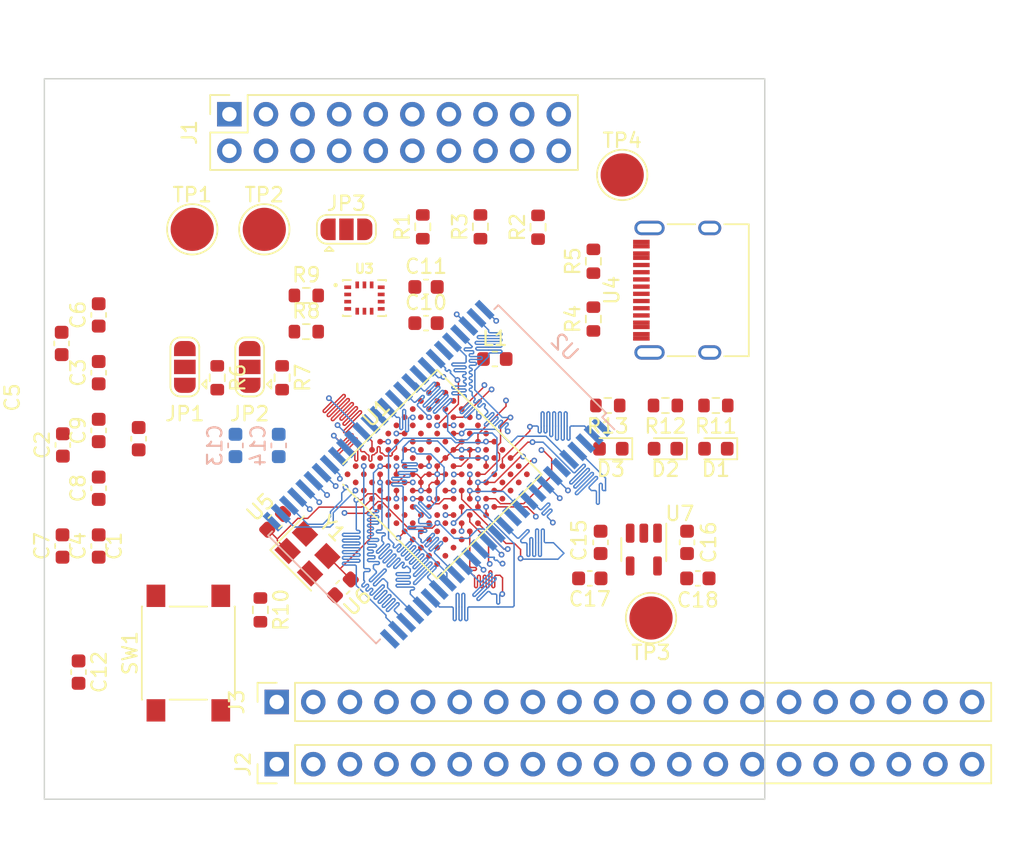
<source format=kicad_pcb>
(kicad_pcb (version 20221018) (generator pcbnew)
  (layers (0 "F.Cu" signal) (1 "In1.Cu" power "power") (2 "In2.Cu" signal) (3 "In3.Cu" power "gnd") (4 "In4.Cu" power "power_second") (31 "B.Cu" signal) (34 "B.Paste" user) (35 "F.Paste" user) (36 "B.SilkS" user "B.Silkscreen") (37 "F.SilkS" user "F.Silkscreen") (38 "B.Mask" user) (39 "F.Mask" user) (44 "Edge.Cuts" user))
  (net 0 "")
  (net 1 "Net-(U1-VCAP_1)")
  (net 2 "/PA7")
  (net 3 "/PA3")
  (net 4 "+3.3V")
  (net 5 "GND")
  (net 6 "/PD12")
  (net 7 "/PA6")
  (net 8 "/TRST")
  (net 9 "/TDI")
  (net 10 "/SWDIO")
  (net 11 "/PA2")
  (net 12 "/PD13")
  (net 13 "/PC5")
  (net 14 "/PA5")
  (net 15 "Net-(U1-VCAP_2)")
  (net 16 "Net-(U7-BYP)")
  (net 17 "/PA1")
  (net 18 "/PC4")
  (net 19 "/PA4")
  (net 20 "/PA0")
  (net 21 "Net-(D1-A)")
  (net 22 "Net-(D2-A)")
  (net 23 "Net-(D3-A)")
  (net 24 "Net-(J1-RTCK)")
  (net 25 "/PD11")
  (net 26 "/PC3")
  (net 27 "Net-(J1-DBGRQ{slash}NC)")
  (net 28 "/HSE_IN")
  (net 29 "Net-(J1-DBGACK{slash}NC)")
  (net 30 "Net-(JP1-C)")
  (net 31 "Net-(JP2-C)")
  (net 32 "Net-(JP3-C)")
  (net 33 "Net-(U1-VDDA)")
  (net 34 "/PC2")
  (net 35 "+3V3")
  (net 36 "Net-(U4-CC1)")
  (net 37 "/HSE_OUT")
  (net 38 "Net-(U4-CC2)")
  (net 42 "/PC1")
  (net 43 "/PC6")
  (net 44 "/PF8")
  (net 45 "/PF9")
  (net 46 "/PF10")
  (net 47 "/PC7")
  (net 48 "/PC8")
  (net 49 "/PF6")
  (net 50 "/PF7")
  (net 51 "/PA8")
  (net 52 "/PC9")
  (net 53 "/PD2")
  (net 54 "/PD3")
  (net 55 "/PC12")
  (net 57 "/PD4")
  (net 60 "/PC15")
  (net 61 "/PC10")
  (net 62 "/PC11")
  (net 63 "/PD5")
  (net 67 "/PE6")
  (net 68 "/PE5")
  (net 69 "/PE4")
  (net 70 "/PC14")
  (net 72 "/PD7")
  (net 73 "/PD6")
  (net 75 "/PE2")
  (net 77 "/PE3")
  (net 78 "/PC13")
  (net 80 "/BMI270_SCL")
  (net 81 "/BMI270_SDA")
  (net 82 "/BMI270_INT1")
  (net 83 "/BMI270_INT2")
  (net 88 "/SWCLK")
  (net 90 "/SWO")
  (net 91 "/RESET")
  (net 94 "Net-(U2-VDD-Pad1)")
  (net 95 "Net-(U2-VDDQ-Pad3)")
  (net 98 "/FMC_NBL1")
  (net 99 "/FMC_NBL0")
  (net 100 "/FMC_SDKE1")
  (net 101 "/FMC_SDNCAS")
  (net 102 "/FMC_A0")
  (net 103 "/FMC_A1")
  (net 104 "/FMC_SDNE1")
  (net 105 "/FMC_A2")
  (net 106 "/FMC_D3")
  (net 107 "/FMC_A3")
  (net 108 "/FMC_A4")
  (net 109 "/FMC_A5")
  (net 110 "/FMC_D2")
  (net 111 "/FMC_SDCLK")
  (net 112 "/FMC_SDNWE")
  (net 113 "/FMC_D8")
  (net 114 "/FMC_BA1")
  (net 115 "/FMC_A11")
  (net 116 "/FMC_D7")
  (net 117 "/FMC_D9")
  (net 118 "/FMC_D15")
  (net 119 "/FMC_BA0")
  (net 120 "/FMC_A7")
  (net 121 "/FMC_A10")
  (net 122 "/FMC_D6")
  (net 123 "/FMC_D10")
  (net 124 "/FMC_D14")
  (net 125 "/FMC_D0")
  (net 126 "/FMC_D1")
  (net 127 "/FMC_A6")
  (net 128 "/FMC_A9")
  (net 129 "/FMC_D5")
  (net 130 "/FMC_D11")
  (net 131 "/FMC_D13")
  (net 132 "/FMC_SDNRAS")
  (net 133 "/FMC_A8")
  (net 134 "/FMC_D4")
  (net 135 "/FMC_D12")
  (net 136 "/BOOT0")
  (net 137 "/BOOT1")
  (net 138 "/USART1_RX")
  (net 139 "/USART1_TX")
  (net 140 "/USB_D+")
  (net 141 "/USB_D-")
  (net 142 "+5V")
  (net 149 "/HEARTBEAT_LED")
  (footprint "Capacitor_SMD:C_0603_1608Metric" (layer "F.Cu") (at 104.26 100.43 90)
    (fp_text reference "C7")
    (fp_text value "100nF")
  )
  (footprint "Resistor_SMD:R_0603_1608Metric" (layer "F.Cu") (at 129.265 78.275 90)
    (fp_text reference "R1")
    (fp_text value "10K")
  )
  (footprint "Capacitor_SMD:C_0603_1608Metric" (layer "F.Cu") (at 129.49 84.96)
    (fp_text reference "C10")
    (fp_text value "100nF")
  )
  (footprint "TestPoint:TestPoint_Pad_D3.0mm" (layer "F.Cu") (at 118.265 78.45)
    (fp_text reference "TP2")
    (fp_text value "TestPoint")
  )
  (footprint "Capacitor_SMD:C_0603_1608Metric" (layer "F.Cu") (at 140.855 102.676 180)
    (fp_text reference "C17")
    (fp_text value "10nF")
  )
  (footprint "Capacitor_SMD:C_0603_1608Metric" (layer "F.Cu") (at 119.015 98.75 45)
    (fp_text reference "U5")
    (fp_text value "10p")
  )
  (footprint "LED_SMD:LED_0603_1608Metric" (layer "F.Cu") (at 146.105 93.676 180)
    (fp_text reference "D2")
    (fp_text value "LED")
  )
  (footprint "LED_SMD:LED_0603_1608Metric" (layer "F.Cu") (at 142.3175 93.676 180)
    (fp_text reference "D3")
    (fp_text value "LED")
  )
  (footprint "Jumper:SolderJumper-3_P1.3mm_Open_RoundedPad1.0x1.5mm" (layer "F.Cu") (at 123.965 78.45)
    (fp_text reference "JP3")
    (fp_text value "SolderJumper_3_Open")
  )
  (footprint "Button_Switch_SMD:SW_Push_1P1T_NO_6x6mm_H9.5mm" (layer "F.Cu") (at 112.994 107.861 90)
    (fp_text reference "SW1")
    (fp_text value "SW_Push")
  )
  (footprint "TestPoint:TestPoint_Pad_D3.0mm" (layer "F.Cu") (at 143.105 74.676)
    (fp_text reference "TP4")
    (fp_text value "TestPoint")
  )
  (footprint "Inductor_SMD:L_0603_1608Metric" (layer "F.Cu") (at 134.265 87.45)
    (fp_text reference "L1")
    (fp_text value "INDUCTOR")
  )
  (footprint "Capacitor_SMD:C_0603_1608Metric" (layer "F.Cu") (at 104.285 93.415 90)
    (fp_text reference "C2")
    (fp_text value "100nF")
  )
  (footprint "Jumper:SolderJumper-3_P1.3mm_Open_RoundedPad1.0x1.5mm" (layer "F.Cu") (at 117.25 88 90)
    (fp_text reference "JP2")
    (fp_text value "SolderJumper_3_Open")
  )
  (footprint "Resistor_SMD:R_0603_1608Metric" (layer "F.Cu") (at 115 88.75 -90)
    (fp_text reference "R6")
    (fp_text value "10K")
  )
  (footprint "Capacitor_SMD:C_0603_1608Metric" (layer "F.Cu") (at 104.2 86.37 90)
    (fp_text reference "C5")
    (fp_text value "100nF")
  )
  (footprint "Capacitor_SMD:C_0603_1608Metric" (layer "F.Cu") (at 109.545 92.98 90)
    (fp_text reference "C1")
    (fp_text value "100nF")
  )
  (footprint "Capacitor_SMD:C_0603_1608Metric" (layer "F.Cu") (at 106.77 100.43 90)
    (fp_text reference "C4")
    (fp_text value "100nF")
  )
  (footprint "Capacitor_SMD:C_0603_1608Metric" (layer "F.Cu") (at 129.49 82.45)
    (fp_text reference "C11")
    (fp_text value "100nF")
  )
  (footprint "Capacitor_SMD:C_0603_1608Metric" (layer "F.Cu") (at 106.77 88.4 90)
    (fp_text reference "C3")
    (fp_text value "100nF")
  )
  (footprint "Capacitor_SMD:C_0603_1608Metric" (layer "F.Cu") (at 141.605 100.176 -90)
    (fp_text reference "C15")
    (fp_text value "1uF")
  )
  (footprint "TestPoint:TestPoint_Pad_D3.0mm" (layer "F.Cu") (at 145.105 105.426 180)
    (fp_text reference "TP3")
    (fp_text value "TestPoint")
  )
  (footprint "Resistor_SMD:R_0603_1608Metric" (layer "F.Cu") (at 121.18 83.04)
    (fp_text reference "R9")
    (fp_text value "4.7K")
  )
  (footprint "Capacitor_SMD:C_0603_1608Metric" (layer "F.Cu") (at 106.77 96.42 90)
    (fp_text reference "C8")
    (fp_text value "100nF")
  )
  (footprint "Crystal:Crystal_SMD_3225-4Pin_3.2x2.5mm" (layer "F.Cu") (at 121.265 100.95 -45)
    (fp_text reference "Y1")
    (fp_text value "Crystal_GND24")
  )
  (footprint "TestPoint:TestPoint_Pad_D3.0mm" (layer "F.Cu") (at 113.265 78.45)
    (fp_text reference "TP1")
    (fp_text value "TestPoint")
  )
  (footprint "Connector_PinSocket_2.54mm:PinSocket_2x10_P2.54mm_Vertical" (layer "F.Cu") (at 115.84 70.46 90)
    (fp_text reference "J1")
    (fp_text value "Conn_ARM_JTAG_SWD_20")
  )
  (footprint "Capacitor_SMD:C_0603_1608Metric" (layer "F.Cu") (at 148.355 102.676)
    (fp_text reference "C18")
    (fp_text value "1uF")
  )
  (footprint "LED_SMD:LED_0603_1608Metric" (layer "F.Cu") (at 149.605 93.676 180)
    (fp_text reference "D1")
    (fp_text value "LED")
  )
  (footprint "Capacitor_SMD:C_0603_1608Metric" (layer "F.Cu") (at 123.716992 103.298008 -135)
    (fp_text reference "U6")
    (fp_text value "10p")
  )
  (footprint "Resistor_SMD:R_0603_1608Metric" (layer "F.Cu") (at 149.605 90.676 180)
    (fp_text reference "R11")
    (fp_text value "510")
  )
  (footprint "Resistor_SMD:R_0603_1608Metric" (layer "F.Cu") (at 141.105 84.676 90)
    (fp_text reference "R4")
    (fp_text value "5.1k")
  )
  (footprint "Capacitor_SMD:C_0603_1608Metric" (layer "F.Cu") (at 147.605 100.176 90)
    (fp_text reference "C16")
    (fp_text value "100nF")
  )
  (footprint "Connector_PinHeader_2.54mm:PinHeader_1x20_P2.54mm_Vertical" (layer "F.Cu") (at 119.126 115.57 90)
    (fp_text reference "J2")
    (fp_text value "Conn_01x20_Pin")
  )
  (footprint "Resistor_SMD:R_0603_1608Metric" (layer "F.Cu") (at 137.265 78.305 90)
    (fp_text reference "R2")
    (fp_text value "10K")
  )
  (footprint "Capacitor_SMD:C_0603_1608Metric" (layer "F.Cu") (at 106.77 92.41 90)
    (fp_text reference "C9")
    (fp_text value "100nF")
  )
  (footprint "Package_TO_SOT_SMD:SOT-23-5" (layer "F.Cu") (at 144.605 100.676 -90)
    (fp_text reference "U7")
    (fp_text value "LD3985M33R_SOT23")
  )
  (footprint "Resistor_SMD:R_0603_1608Metric" (layer "F.Cu") (at 117.994 104.861 -90)
    (fp_text reference "R10")
    (fp_text value "10K")
  )
  (footprint "Resistor_SMD:R_0603_1608Metric" (layer "F.Cu") (at 121.18 85.55)
    (fp_text reference "R8")
    (fp_text value "4.7K")
  )
  (footprint "Package_BGA:UFBGA-144_10x10mm_Layout12x12_P0.8mm" (layer "F.Cu") (at 130.265 95.45 45)
    (fp_text reference "U1")
    (fp_text value "STM32F446ZEJx")
  )
  (footprint "Capacitor_SMD:C_0603_1608Metric" (layer "F.Cu") (at 106.77 84.39 90)
    (fp_text reference "C6")
    (fp_text value "100nF")
  )
  (footprint "Resistor_SMD:R_0603_1608Metric" (layer "F.Cu") (at 141.105 80.666 90)
    (fp_text reference "R5")
    (fp_text value "5.1k")
  )
  (footprint "Capacitor_SMD:C_0603_1608Metric" (layer "F.Cu") (at 105.374 109.181 -90)
    (fp_text reference "C12")
    (fp_text value "100nF")
  )
  (footprint "Resistor_SMD:R_0603_1608Metric" (layer "F.Cu") (at 146.105 90.676 180)
    (fp_text reference "R12")
    (fp_text value "510")
  )
  (footprint "BMI270:XDCR_BMI270" (layer "F.Cu") (at 125.215 83.22)
    (fp_text reference "U3")
    (fp_text value "BMI270")
  )
  (footprint "Connector_PinSocket_2.54mm:PinSocket_1x20_P2.54mm_Vertical" (layer "F.Cu") (at 119.126 111.252 90)
    (fp_text reference "J3")
    (fp_text value "Conn_01x20_Socket")
  )
  (footprint "project_typec:USB_C_Receptacle_XKB_U262-16XN-4BVC11" (layer "F.Cu") (at 148.105 82.676 90)
    (fp_text reference "U4")
    (fp_text value "USB_C_Receptacle_USB2.0")
  )
  (footprint "Resistor_SMD:R_0603_1608Metric" (layer "F.Cu") (at 133.265 78.275 90)
    (fp_text reference "R3")
    (fp_text value "10K")
  )
  (footprint "Resistor_SMD:R_0603_1608Metric" (layer "F.Cu") (at 142.105 90.676 180)
    (fp_text reference "R13")
    (fp_text value "510")
  )
  (footprint "Jumper:SolderJumper-3_P1.3mm_Open_RoundedPad1.0x1.5mm" (layer "F.Cu") (at 112.75 88 90)
    (fp_text reference "JP1")
    (fp_text value "SolderJumper_3_Open")
  )
  (footprint "Resistor_SMD:R_0603_1608Metric" (layer "F.Cu") (at 119.5 88.75 -90)
    (fp_text reference "R7")
    (fp_text value "10K")
  )
  (footprint "Package_SO:TSOP-II-54_22.2x10.16mm_P0.8mm" (layer "B.Cu") (at 130.265 95.45 135)
    (fp_text reference "U2")
    (fp_text value "IS42S16400J-xT")
  )
  (footprint "Capacitor_SMD:C_0603_1608Metric" (layer "B.Cu") (at 119.265 93.45 -90)
    (fp_text reference "C14")
    (fp_text value "2.2uF")
  )
  (footprint "Capacitor_SMD:C_0603_1608Metric" (layer "B.Cu") (at 116.265 93.45 -90)
    (fp_text reference "C13")
    (fp_text value "2.2uF")
  )
  (gr_rect (start 103 68) (end 153 118) (stroke (width 0.1)) (fill none) (layer "Edge.Cuts"))
  (segment (start 129.133629 95.733629) (end 129.133629 96.015685) (width 0.1) (layer "F.Cu") (net 4))
  (segment (start 130.265 95.435) (end 130.27 95.44) (width 0.1) (layer "F.Cu") (net 4))
  (segment (start 130.830685 94.318629) (end 130.265 94.884315) (width 0.1) (layer "F.Cu") (net 4))
  (segment (start 129.884315 96.015685) (end 129.699315 96.200685) (width 0.1) (layer "F.Cu") (net 4))
  (segment (start 129.699315 96.200685) (end 129.699315 96.581371) (width 0.1) (layer "F.Cu") (net 4))
  (segment (start 131.396371 93.752944) (end 131.962056 93.187258) (width 0.1) (layer "F.Cu") (net 4))
  (segment (start 129.41 95.45) (end 129.133629 95.726371) (width 0.1) (layer "F.Cu") (net 4))
  (segment (start 130.265 96.015685) (end 129.884315 96.015685) (width 0.1) (layer "F.Cu") (net 4))
  (segment (start 128.567944 95.45) (end 128.85 95.45) (width 0.1) (layer "F.Cu") (net 4))
  (segment (start 129.138629 96.581371) (end 129.14 96.58) (width 0.1) (layer "F.Cu") (net 4))
  (segment (start 128.08711 95.45) (end 128.567944 95.45) (width 0.1) (layer "F.Cu") (net 4))
  (segment (start 129.14 96.58) (end 129.14 96.022056) (width 0.1) (layer "F.Cu") (net 4))
  (segment (start 127.521425 96.015685) (end 128.08711 95.45) (width 0.1) (layer "F.Cu") (net 4))
  (segment (start 129.14 96.022056) (end 129.133629 96.015685) (width 0.1) (layer "F.Cu") (net 4))
  (segment (start 130.830685 95.45) (end 130.28 95.45) (width 0.1) (layer "F.Cu") (net 4))
  (segment (start 130.26 95.45) (end 130.27 95.44) (width 0.1) (layer "F.Cu") (net 4))
  (segment (start 129.699315 95.45) (end 130.26 95.45) (width 0.1) (layer "F.Cu") (net 4))
  (segment (start 128.567944 96.581371) (end 129.138629 96.581371) (width 0.1) (layer "F.Cu") (net 4))
  (segment (start 128.85 95.45) (end 129.133629 95.733629) (width 0.1) (layer "F.Cu") (net 4))
  (segment (start 129.14 96.58) (end 129.697944 96.58) (width 0.1) (layer "F.Cu") (net 4))
  (segment (start 130.265 94.884315) (end 130.265 95.435) (width 0.1) (layer "F.Cu") (net 4))
  (segment (start 129.697944 96.58) (end 129.699315 96.581371) (width 0.1) (layer "F.Cu") (net 4))
  (segment (start 126.870887 96.015685) (end 127.521425 96.015685) (width 0.1) (layer "F.Cu") (net 4))
  (segment (start 131.396371 93.752944) (end 131.957056 93.752944) (width 0.1) (layer "F.Cu") (net 4))
  (segment (start 130.265 96.015685) (end 130.265 95.445) (width 0.1) (layer "F.Cu") (net 4))
  (segment (start 131.957056 93.752944) (end 131.96 93.75) (width 0.1) (layer "F.Cu") (net 4))
  (segment (start 130.28 95.45) (end 130.27 95.44) (width 0.1) (layer "F.Cu") (net 4))
  (segment (start 129.699315 95.45) (end 129.41 95.45) (width 0.1) (layer "F.Cu") (net 4))
  (segment (start 130.830685 94.318629) (end 131.396371 93.752944) (width 0.1) (layer "F.Cu") (net 4))
  (segment (start 130.265 95.445) (end 130.27 95.44) (width 0.1) (layer "F.Cu") (net 4))
  (segment (start 129.133629 95.726371) (end 129.133629 96.015685) (width 0.1) (layer "F.Cu") (net 4))
  (via (at 131.96 93.75) (size 0.4) (drill 0.2) (layers "F.Cu" "B.Cu") (net 4))
  (via (at 129.14 96.58) (size 0.4) (drill 0.2) (layers "F.Cu" "B.Cu") (net 4))
  (via (at 130.27 95.44) (size 0.4) (drill 0.2) (layers "F.Cu" "B.Cu") (net 4))
  (segment (start 131.96 93.75) (end 132.39 93.75) (width 0.1) (layer "B.Cu") (net 4))
  (segment (start 132.39 93.75) (end 132.47 93.67) (width 0.1) (layer "B.Cu") (net 4))
  (segment (start 131.915685 94.884315) (end 132.527742 94.272258) (width 0.1) (layer "F.Cu") (net 5))
  (segment (start 132.527742 94.272258) (end 132.527742 93.752944) (width 0.1) (layer "F.Cu") (net 5))
  (segment (start 131.398629 96.581371) (end 131.4 96.58) (width 0.1) (layer "F.Cu") (net 5))
  (segment (start 129.133629 97.147056) (end 128.572944 97.147056) (width 0.1) (layer "F.Cu") (net 5))
  (segment (start 128.572944 97.147056) (end 128.57 97.15) (width 0.1) (layer "F.Cu") (net 5))
  (segment (start 133.097056 93.752944) (end 133.1 93.75) (width 0.1) (layer "F.Cu") (net 5))
  (segment (start 129.699315 94.318629) (end 129.699315 94.879315) (width 0.1) (layer "F.Cu") (net 5))
  (segment (start 129.695685 94.884315) (end 129.7 94.88) (width 0.1) (layer "F.Cu") (net 5))
  (segment (start 129.699315 94.879315) (end 129.7 94.88) (width 0.1) (layer "F.Cu") (net 5))
  (segment (start 130.830685 96.581371) (end 131.398629 96.581371) (width 0.1) (layer "F.Cu") (net 5))
  (segment (start 132.527742 93.752944) (end 133.097056 93.752944) (width 0.1) (layer "F.Cu") (net 5))
  (segment (start 129.133629 94.884315) (end 129.695685 94.884315) (width 0.1) (layer "F.Cu") (net 5))
  (segment (start 131.396371 94.884315) (end 131.915685 94.884315) (width 0.1) (layer "F.Cu") (net 5))
  (via (at 129.7 94.88) (size 0.4) (drill 0.2) (layers "F.Cu" "B.Cu") (net 5))
  (via (at 131.62 84.35) (size 0.4) (drill 0.2) (layers "F.Cu" "B.Cu") (net 5))
  (via (at 133.1 93.75) (size 0.4) (drill 0.2) (layers "F.Cu" "B.Cu") (net 5))
  (via (at 134.36 84.8) (size 0.4) (drill 0.2) (layers "F.Cu" "B.Cu") (net 5))
  (via (at 128.57 97.15) (size 0.4) (drill 0.2) (layers "F.Cu" "B.Cu") (net 5))
  (via (at 131.4 96.58) (size 0.4) (drill 0.2) (layers "F.Cu" "B.Cu") (net 5))
  (segment (start 133.553047 84.030225) (end 133.590225 84.030225) (width 0.1) (layer "B.Cu") (net 5))
  (segment (start 132.421676 85.161596) (end 132.421676 85.151676) (width 0.1) (layer "B.Cu") (net 5))
  (segment (start 133.590225 84.030225) (end 134.36 84.8) (width 0.1) (layer "B.Cu") (net 5))
  (segment (start 132.421676 85.151676) (end 131.62 84.35) (width 0.1) (layer "B.Cu") (net 5))
  (segment (start 120.598097 98.511903) (end 119.17 99.94) (width 0.1) (layer "F.Cu") (net 28))
  (segment (start 118.466992 99.354073) (end 118.466992 99.298008) (width 0.1) (layer "F.Cu") (net 28))
  (segment (start 125 97.73) (end 122.06 97.73) (width 0.1) (layer "F.Cu") (net 28))
  (segment (start 119.17 100.057081) (end 119.886142 100.773223) (width 0.1) (layer "F.Cu") (net 28))
  (segment (start 119.17 99.94) (end 118.528008 99.298008) (width 0.1) (layer "F.Cu") (net 28))
  (segment (start 122.06 97.73) (end 121.278097 98.511903) (width 0.1) (layer "F.Cu") (net 28))
  (segment (start 119.17 99.94) (end 119.17 100.057081) (width 0.1) (layer "F.Cu") (net 28))
  (segment (start 121.278097 98.511903) (end 120.598097 98.511903) (width 0.1) (layer "F.Cu") (net 28))
  (segment (start 125.176573 97.71) (end 125.02 97.71) (width 0.1) (layer "F.Cu") (net 28))
  (segment (start 125.739517 97.147056) (end 125.176573 97.71) (width 0.1) (layer "F.Cu") (net 28))
  (segment (start 118.528008 99.298008) (end 118.466992 99.298008) (width 0.1) (layer "F.Cu") (net 28))
  (segment (start 125.02 97.71) (end 125 97.73) (width 0.1) (layer "F.Cu") (net 28))
  (segment (start 124.265 102.747919) (end 124.265 102.75) (width 0.1) (layer "F.Cu") (net 37))
  (segment (start 122.891167 101.126777) (end 122.643858 101.126777) (width 0.1) (layer "F.Cu") (net 37))
  (segment (start 123.523541 102.006459) (end 125.64 99.89) (width 0.1) (layer "F.Cu") (net 37))
  (segment (start 122.643858 101.126777) (end 123.523541 102.006459) (width 0.1) (layer "F.Cu") (net 37))
  (segment (start 125.64 98.377944) (end 126.305202 97.712742) (width 0.1) (layer "F.Cu") (net 37))
  (segment (start 123.523541 102.006459) (end 124.265 102.747919) (width 0.1) (layer "F.Cu") (net 37))
  (segment (start 124.565 102.45) (end 124.265 102.75) (width 0.1) (layer "F.Cu") (net 37))
  (segment (start 125.64 99.89) (end 125.64 98.377944) (width 0.1) (layer "F.Cu") (net 37))
  (segment (start 123.855891 90.081214) (end 122.661162 91.275939) (width 0.1) (layer "F.Cu") (net 98))
  (segment (start 124.987289 91.212535) (end 124.987291 91.212536) (width 0.1) (layer "F.Cu") (net 98))
  (segment (start 122.519793 91.134469) (end 122.519793 91.13447) (width 0.1) (layer "F.Cu") (net 98))
  (segment (start 122.519793 91.13447) (end 123.714468 89.939791) (width 0.1) (layer "F.Cu") (net 98))
  (segment (start 123.898554 92.018428) (end 123.898554 92.018429) (width 0.1) (layer "F.Cu") (net 98))
  (segment (start 123.545081 91.664802) (end 123.54508 91.664802) (width 0.1) (layer "F.Cu") (net 98))
  (segment (start 124.13878 90.364005) (end 122.944003 91.558778) (width 0.1) (layer "F.Cu") (net 98))
  (segment (start 122.904999 90.466421) (end 122.905 90.466421) (width 0.1) (layer "F.Cu") (net 98))
  (segment (start 124.987291 91.071116) (end 124.98729 91.071114) (width 0.1) (layer "F.Cu") (net 98))
  (segment (start 122.802583 91.41736) (end 123.997357 90.222582) (width 0.1) (layer "F.Cu") (net 98))
  (segment (start 124.987291 91.212536) (end 123.792573 92.40725) (width 0.1) (layer "F.Cu") (net 98))
  (segment (start 124.602044 92.022044) (end 125.739517 93.159517) (width 0.1) (layer "F.Cu") (net 98))
  (segment (start 123.855889 90.081213) (end 123.855891 90.081214) (width 0.1) (layer "F.Cu") (net 98))
  (segment (start 124.704465 90.78826) (end 124.704464 90.788258) (width 0.1) (layer "F.Cu") (net 98))
  (segment (start 122.661162 91.417361) (end 122.661162 91.41736) (width 0.1) (layer "F.Cu") (net 98))
  (segment (start 122.75 90.17) (end 122.905 90.325) (width 0.1) (layer "F.Cu") (net 98))
  (segment (start 123.085424 91.700198) (end 123.085424 91.700199) (width 0.1) (layer "F.Cu") (net 98))
  (segment (start 123.898554 92.018429) (end 124.845868 91.071113) (width 0.1) (layer "F.Cu") (net 98))
  (segment (start 123.757134 92.018429) (end 123.757133 92.018429) (width 0.1) (layer "F.Cu") (net 98))
  (segment (start 123.855892 89.939793) (end 123.85589 89.939792) (width 0.1) (layer "F.Cu") (net 98))
  (segment (start 122.905 90.466421) (end 122.378372 90.993048) (width 0.1) (layer "F.Cu") (net 98))
  (segment (start 124.421591 90.505454) (end 124.42159 90.505452) (width 0.1) (layer "F.Cu") (net 98))
  (segment (start 124.704463 90.929679) (end 124.704465 90.92968) (width 0.1) (layer "F.Cu") (net 98))
  (segment (start 124.421591 90.646874) (end 123.54508 91.523381) (width 0.1) (layer "F.Cu") (net 98))
  (segment (start 123.686501 91.664801) (end 123.686501 91.664802) (width 0.1) (layer "F.Cu") (net 98))
  (segment (start 123.085424 91.700199) (end 124.280168 90.505451) (width 0.1) (layer "F.Cu") (net 98))
  (segment (start 123.686501 91.664802) (end 124.563042 90.788257) (width 0.1) (layer "F.Cu") (net 98))
  (segment (start 124.602043 92.022043) (end 124.602044 92.022044) (width 0.1) (layer "F.Cu") (net 98))
  (segment (start 123.933994 92.54867) (end 123.933994 92.548671) (width 0.1) (layer "F.Cu") (net 98))
  (segment (start 124.138778 90.364004) (end 124.13878 90.364005) (width 0.1) (layer "F.Cu") (net 98))
  (segment (start 122.944004 91.700199) (end 122.944003 91.700199) (width 0.1) (layer "F.Cu") (net 98))
  (segment (start 123.933994 92.548671) (end 124.460621 92.022043) (width 0.1) (layer "F.Cu") (net 98))
  (segment (start 124.421589 90.646873) (end 124.421591 90.646874) (width 0.1) (layer "F.Cu") (net 98))
  (segment (start 124.704465 90.92968) (end 123.757133 91.877008) (width 0.1) (layer "F.Cu") (net 98))
  (segment (start 122.802583 91.417359) (end 122.802583 91.41736) (width 0.1) (layer "F.Cu") (net 98))
  (segment (start 124.13878 90.222585) (end 124.138779 90.222583) (width 0.1) (layer "F.Cu") (net 98))
  (segment (start 125.739517 93.159517) (end 125.739517 93.752944) (width 0.1) (layer "F.Cu") (net 98))
  (segment (start 123.792573 92.548672) (end 123.792573 92.548671) (width 0.1) (layer "F.Cu") (net 98))
  (via (at 122.75 90.17) (size 0.4) (drill 0.2) (layers "F.Cu" "B.Cu") (net 98))
  (arc (start 124.845868 91.071113) (mid 124.916581 91.041826) (end 124.987291 91.071116) (width 0.1) (layer "F.Cu") (net 98))
  (arc (start 122.905 90.325) (mid 122.934289 90.395711) (end 122.904999 90.466421) (width 0.1) (layer "F.Cu") (net 98))
  (arc (start 123.997357 90.222582) (mid 124.06807 90.193295) (end 124.13878 90.222585) (width 0.1) (layer "F.Cu") (net 98))
  (arc (start 122.944003 91.700199) (mid 123.014714 91.729488) (end 123.085424 91.700198) (width 0.1) (layer "F.Cu") (net 98))
  (arc (start 123.792573 92.548671) (mid 123.863284 92.57796) (end 123.933994 92.54867) (width 0.1) (layer "F.Cu") (net 98))
  (arc (start 124.563042 90.788257) (mid 124.633755 90.75897) (end 124.704465 90.78826) (width 0.1) (layer "F.Cu") (net 98))
  (arc (start 124.42159 90.505452) (mid 124.450879 90.576163) (end 124.421589 90.646873) (width 0.1) (layer "F.Cu") (net 98))
  (arc (start 123.757133 92.018429) (mid 123.827844 92.047718) (end 123.898554 92.018428) (width 0.1) (layer "F.Cu") (net 98))
  (arc (start 123.85589 89.939792) (mid 123.885179 90.010503) (end 123.855889 90.081213) (width 0.1) (layer "F.Cu") (net 98))
  (arc (start 123.757133 91.877008) (mid 123.727844 91.947719) (end 123.757134 92.018429) (width 0.1) (layer "F.Cu") (net 98))
  (arc (start 123.714468 89.939791) (mid 123.785181 89.910504) (end 123.855892 89.939793) (width 0.1) (layer "F.Cu") (net 98))
  (arc (start 122.944003 91.558778) (mid 122.914714 91.629489) (end 122.944004 91.700199) (width 0.1) (layer "F.Cu") (net 98))
  (arc (start 124.704464 90.788258) (mid 124.733753 90.858969) (end 124.704463 90.929679) (width 0.1) (layer "F.Cu") (net 98))
  (arc (start 122.378372 91.13447) (mid 122.449083 91.163759) (end 122.519793 91.134469) (width 0.1) (layer "F.Cu") (net 98))
  (arc (start 124.98729 91.071114) (mid 125.016579 91.141825) (end 124.987289 91.212535) (width 0.1) (layer "F.Cu") (net 98))
  (arc (start 123.792573 92.40725) (mid 123.763284 92.477961) (end 123.792573 92.548672) (width 0.1) (layer "F.Cu") (net 98))
  (arc (start 122.661162 91.41736) (mid 122.731873 91.446649) (end 122.802583 91.417359) (width 0.1) (layer "F.Cu") (net 98))
  (arc (start 124.460621 92.022043) (mid 124.531332 91.992754) (end 124.602043 92.022043) (width 0.1) (layer "F.Cu") (net 98))
  (arc (start 122.378372 90.993048) (mid 122.349083 91.063759) (end 122.378372 91.13447) (width 0.1) (layer "F.Cu") (net 98))
  (arc (start 124.138779 90.222583) (mid 124.168068 90.293294) (end 124.138778 90.364004) (width 0.1) (layer "F.Cu") (net 98))
  (arc (start 122.661162 91.275939) (mid 122.631873 91.34665) (end 122.661162 91.417361) (width 0.1) (layer "F.Cu") (net 98))
  (arc (start 123.54508 91.523381) (mid 123.515791 91.594092) (end 123.545081 91.664802) (width 0.1) (layer "F.Cu") (net 98))
  (arc (start 123.54508 91.664802) (mid 123.615791 91.694091) (end 123.686501 91.664801) (width 0.1) (layer "F.Cu") (net 98))
  (arc (start 124.280168 90.505451) (mid 124.350881 90.476164) (end 124.421591 90.505454) (width 0.1) (layer "F.Cu") (net 98))
  (segment (start 125.067765 92.515507) (end 125.067765 92.487765) (width 0.1) (layer "B.Cu") (net 98))
  (segment (start 125.067765 92.487765) (end 122.75 90.17) (width 0.1) (layer "B.Cu") (net 98))
  (segment (start 126.307944 93.19) (end 126.305202 93.187258) (width 0.1) (layer "F.Cu") (net 99))
  (segment (start 126.86 93.19) (end 126.307944 93.19) (width 0.1) (layer "F.Cu") (net 99))
  (via (at 134.73 101.03) (size 0.4) (drill 0.2) (layers "F.Cu" "B.Cu") (net 99))
  (via (at 126.86 93.19) (size 0.4) (drill 0.2) (layers "F.Cu" "B.Cu") (net 99))
  (segment (start 133.781549 100.081549) (end 134.73 101.03) (width 0.1) (layer "B.Cu") (net 99))
  (segment (start 133.765179 100.081549) (end 133.781549 100.081549) (width 0.1) (layer "B.Cu") (net 99))
  (segment (start 124.95 93.53) (end 124.95 93.78) (width 0.1) (layer "F.Cu") (net 100))
  (segment (start 124.115683 93.795683) (end 124.115684 93.795683) (width 0.1) (layer "F.Cu") (net 100))
  (segment (start 126.446035 93.978629) (end 126.645202 94.177796) (width 0.1) (layer "F.Cu") (net 100))
  (segment (start 123.09 92.77) (end 123.55 93.23) (width 0.1) (layer "F.Cu") (net 100))
  (segment (start 125.887056 94.092944) (end 126.001371 93.978629) (width 0.1) (layer "F.Cu") (net 100))
  (segment (start 125.828979 94.092944) (end 125.887056 94.092944) (width 0.1) (layer "F.Cu") (net 100))
  (segment (start 124.681368 93.088576) (end 124.68137 93.088577) (width 0.1) (layer "F.Cu") (net 100))
  (segment (start 124.398527 92.805736) (end 124.398527 92.805735) (width 0.1) (layer "F.Cu") (net 100))
  (segment (start 127.138998 93.965663) (end 127.436573 93.668091) (width 0.1) (layer "F.Cu") (net 100))
  (segment (start 124.75 93.98) (end 124.75 93.53) (width 0.1) (layer "F.Cu") (net 100))
  (segment (start 124.68137 92.947157) (end 124.681369 92.947155) (width 0.1) (layer "F.Cu") (net 100))
  (segment (start 125.728979 94.442944) (end 125.728979 94.192944) (width 0.1) (layer "F.Cu") (net 100))
  (segment (start 127.138999 94.036374) (end 127.138998 94.036374) (width 0.1) (layer "F.Cu") (net 100))
  (segment (start 123.691422 93.230001) (end 124.257106 92.664314) (width 0.1) (layer "F.Cu") (net 100))
  (segment (start 124.2 93.88) (end 124.45 93.88) (width 0.1) (layer "F.Cu") (net 100))
  (segment (start 123.267156 94.219949) (end 124.539947 92.947154) (width 0.1) (layer "F.Cu") (net 100))
  (segment (start 126.301371 93.628629) (end 126.301371 93.878629) (width 0.1) (layer "F.Cu") (net 100))
  (segment (start 125.05 93.88) (end 125.216035 93.88) (width 0.1) (layer "F.Cu") (net 100))
  (segment (start 125.528979 94.192944) (end 125.528979 94.442944) (width 0.1) (layer "F.Cu") (net 100))
  (segment (start 124.398527 92.805735) (end 123.125735 94.078528) (width 0.1) (layer "F.Cu") (net 100))
  (segment (start 124.55 93.98) (end 124.55 94.43) (width 0.1) (layer "F.Cu") (net 100))
  (segment (start 123.267156 94.219948) (end 123.267156 94.219949) (width 0.1) (layer "F.Cu") (net 100))
  (segment (start 127.068288 94.177796) (end 127.138998 94.107085) (width 0.1) (layer "F.Cu") (net 100))
  (segment (start 126.401371 93.978629) (end 126.446035 93.978629) (width 0.1) (layer "F.Cu") (net 100))
  (segment (start 124.68137 93.088577) (end 124.115683 93.654261) (width 0.1) (layer "F.Cu") (net 100))
  (segment (start 127.138997 93.965663) (end 127.138998 93.965663) (width 0.1) (layer "F.Cu") (net 100))
  (segment (start 125.216035 93.88) (end 125.428979 94.092944) (width 0.1) (layer "F.Cu") (net 100))
  (segment (start 124.398528 92.664314) (end 124.398528 92.664315) (width 0.1) (layer "F.Cu") (net 100))
  (segment (start 124.75 94.43) (end 124.75 93.98) (width 0.1) (layer "F.Cu") (net 100))
  (segment (start 127.436573 93.668091) (end 127.436573 93.187258) (width 0.1) (layer "F.Cu") (net 100))
  (segment (start 124.115684 93.795683) (end 124.2 93.88) (width 0.1) (layer "F.Cu") (net 100))
  (segment (start 126.101371 93.878629) (end 126.101371 93.628629) (width 0.1) (layer "F.Cu") (net 100))
  (segment (start 126.645202 94.177796) (end 126.926868 94.177796) (width 0.1) (layer "F.Cu") (net 100))
  (segment (start 123.691421 93.229999) (end 123.691422 93.230001) (width 0.1) (layer "F.Cu") (net 100))
  (segment (start 123.125736 94.219949) (end 123.125735 94.219949) (width 0.1) (layer "F.Cu") (net 100))
  (segment (start 127.068289 94.177795) (end 127.068288 94.177796) (width 0.1) (layer "F.Cu") (net 100))
  (via (at 123.09 92.77) (size 0.4) (drill 0.2) (layers "F.Cu" "B.Cu") (net 100))
  (arc (start 124.257106 92.664314) (mid 124.327817 92.635025) (end 124.398528 92.664314) (width 0.1) (layer "F.Cu") (net 100))
  (arc (start 124.398528 92.664315) (mid 124.427817 92.735026) (end 124.398527 92.805736) (width 0.1) (layer "F.Cu") (net 100))
  (arc (start 124.55 94.43) (mid 124.579289 94.500711) (end 124.65 94.53) (width 0.1) (layer "F.Cu") (net 100))
  (arc (start 123.125735 94.078528) (mid 123.096446 94.149239) (end 123.125736 94.219949) (width 0.1) (layer "F.Cu") (net 100))
  (arc (start 127.138998 94.107085) (mid 127.153643 94.07173) (end 127.138999 94.036374) (width 0.1) (layer "F.Cu") (net 100))
  (arc (start 124.65 94.53) (mid 124.720711 94.500711) (end 124.75 94.43) (width 0.1) (layer "F.Cu") (net 100))
  (arc (start 125.528979 94.442944) (mid 125.558268 94.513655) (end 125.628979 94.542944) (width 0.1) (layer "F.Cu") (net 100))
  (arc (start 126.301371 93.878629) (mid 126.33066 93.94934) (end 126.401371 93.978629) (width 0.1) (layer "F.Cu") (net 100))
  (arc (start 124.95 93.78) (mid 124.979289 93.850711) (end 125.05 93.88) (width 0.1) (layer "F.Cu") (net 100))
  (arc (start 126.201371 93.528629) (mid 126.272082 93.557918) (end 126.301371 93.628629) (width 0.1) (layer "F.Cu") (net 100))
  (arc (start 126.001371 93.978629) (mid 126.072082 93.94934) (end 126.101371 93.878629) (width 0.1) (layer "F.Cu") (net 100))
  (arc (start 126.997578 94.177796) (mid 127.032934 94.19244) (end 127.068289 94.177795) (width 0.1) (layer "F.Cu") (net 100))
  (arc (start 127.138998 94.036374) (mid 127.124353 94.001019) (end 127.138997 93.965663) (width 0.1) (layer "F.Cu") (net 100))
  (arc (start 124.681369 92.947155) (mid 124.710658 93.017866) (end 124.681368 93.088576) (width 0.1) (layer "F.Cu") (net 100))
  (arc (start 124.85 93.43) (mid 124.920711 93.459289) (end 124.95 93.53) (width 0.1) (layer "F.Cu") (net 100))
  (arc (start 125.428979 94.092944) (mid 125.49969 94.122233) (end 125.528979 94.192944) (width 0.1) (layer "F.Cu") (net 100))
  (arc (start 126.101371 93.628629) (mid 126.13066 93.557918) (end 126.201371 93.528629) (width 0.1) (layer "F.Cu") (net 100))
  (arc (start 124.115683 93.654261) (mid 124.086394 93.724972) (end 124.115683 93.795683) (width 0.1) (layer "F.Cu") (net 100))
  (arc (start 123.125735 94.219949) (mid 123.196446 94.249238) (end 123.267156 94.219948) (width 0.1) (layer "F.Cu") (net 100))
  (arc (start 124.539947 92.947154) (mid 124.61066 92.917867) (end 124.68137 92.947157) (width 0.1) (layer "F.Cu") (net 100))
  (arc (start 124.45 93.88) (mid 124.520711 93.909289) (end 124.55 93.98) (width 0.1) (layer "F.Cu") (net 100))
  (arc (start 125.628979 94.542944) (mid 125.69969 94.513655) (end 125.728979 94.442944) (width 0.1) (layer "F.Cu") (net 100))
  (arc (start 125.728979 94.192944) (mid 125.758268 94.122233) (end 125.828979 94.092944) (width 0.1) (layer "F.Cu") (net 100))
  (arc (start 123.55 93.23) (mid 123.620711 93.259289) (end 123.691421 93.229999) (width 0.1) (layer "F.Cu") (net 100))
  (arc (start 124.75 93.53) (mid 124.779289 93.459289) (end 124.85 93.43) (width 0.1) (layer "F.Cu") (net 100))
  (arc (start 126.926868 94.177796) (mid 126.962223 94.163151) (end 126.997578 94.177796) (width 0.1) (layer "F.Cu") (net 100))
  (segment (start 123.09 92.800484) (end 123.936394 93.646878) (width 0.1) (layer "B.Cu") (net 100))
  (segment (start 123.09 92.77) (end 123.09 92.800484) (width 0.1) (layer "B.Cu") (net 100))
  (segment (start 127.43 92.62) (end 128.000685 92.62) (width 0.1) (layer "F.Cu") (net 101))
  (segment (start 128.000685 92.62) (end 128.002258 92.621573) (width 0.1) (layer "F.Cu") (net 101))
  (via (at 133.48 102.08) (size 0.4) (drill 0.2) (layers "F.Cu" "B.Cu") (net 101))
  (via (at 127.43 92.62) (size 0.4) (drill 0.2) (layers "F.Cu" "B.Cu") (net 101))
  (segment (start 132.633808 101.21292) (end 132.633808 101.233808) (width 0.1) (layer "B.Cu") (net 101))
  (segment (start 132.633808 101.233808) (end 133.48 102.08) (width 0.1) (layer "B.Cu") (net 101))
  (segment (start 126.3 96.02) (end 126.3 95.455202) (width 0.1) (layer "F.Cu") (net 102))
  (segment (start 126.3 95.455202) (end 126.305202 95.45) (width 0.1) (layer "F.Cu") (net 102))
  (via (at 126.3 96.02) (size 0.4) (drill 0.2) (layers "F.Cu" "B.Cu") (net 102))
  (segment (start 127.374693 101.014692) (end 127.374694 101.014694) (width 0.1) (layer "B.Cu") (net 102))
  (segment (start 126.53 99.72) (end 126.568048 99.72) (width 0.1) (layer "B.Cu") (net 102))
  (segment (start 127.94038 101.58038) (end 127.940381 101.580381) (width 0.1) (layer "B.Cu") (net 102))
  (segment (start 126.52616 100.166159) (end 126.526159 100.166158) (width 0.1) (layer "B.Cu") (net 102))
  (segment (start 126.817476 101.854753) (end 126.817478 101.854754) (width 0.1) (layer "B.Cu") (net 102))
  (segment (start 127.516116 101.297538) (end 126.958898 101.854753) (width 0.1) (layer "B.Cu") (net 102))
  (segment (start 127.277074 101.819422) (end 127.657536 101.438957) (width 0.1) (layer "B.Cu") (net 102))
  (segment (start 126.879717 100.519717) (end 126.94505 100.454383) (width 0.1) (layer "B.Cu") (net 102))
  (segment (start 129.239695 104.607033) (end 128.4 103.767338) (width 0.1) (layer "B.Cu") (net 102))
  (segment (start 127.878136 101.925465) (end 127.878138 101.925466) (width 0.1) (layer "B.Cu") (net 102))
  (segment (start 126.950431 100.731851) (end 126.95043 100.731852) (width 0.1) (layer "B.Cu") (net 102))
  (segment (start 126.738294 100.378294) (end 126.216461 100.900124) (width 0.1) (layer "B.Cu") (net 102))
  (segment (start 126.803627 100.312959) (end 126.738293 100.378292) (width 0.1) (layer "B.Cu") (net 102))
  (segment (start 128.4 103.767338) (end 128.4 103.58) (width 0.1) (layer "B.Cu") (net 102))
  (segment (start 128.081803 101.863223) (end 128.081802 101.863224) (width 0.1) (layer "B.Cu") (net 102))
  (segment (start 127.511964 102.68) (end 128.3 102.68) (width 0.1) (layer "B.Cu") (net 102))
  (segment (start 126.43 98.820637) (end 126.43 96.15) (width 0.1) (layer "B.Cu") (net 102))
  (segment (start 126.534638 101.430483) (end 126.534639 101.430482) (width 0.1) (layer "B.Cu") (net 102))
  (segment (start 126.738293 100.378292) (end 126.738294 100.378294) (width 0.1) (layer "B.Cu") (net 102))
  (segment (start 127.374694 101.014694) (end 127.374695 101.014695) (width 0.1) (layer "B.Cu") (net 102))
  (segment (start 126.879714 100.519715) (end 126.879717 100.519717) (width 0.1) (layer "B.Cu") (net 102))
  (segment (start 127.233274 101.014694) (end 127.233273 101.014695) (width 0.1) (layer "B.Cu") (net 102))
  (segment (start 126.251753 101.289107) (end 126.25175 101.289104) (width 0.1) (layer "B.Cu") (net 102))
  (segment (start 126.43 99.22) (end 126.43 98.820637) (width 0.1) (layer "B.Cu") (net 102))
  (segment (start 126.534639 101.430482) (end 127.09185 100.873272) (width 0.1) (layer "B.Cu") (net 102))
  (segment (start 126.568048 99.52) (end 126.53 99.52) (width 0.1) (layer "B.Cu") (net 102))
  (segment (start 127.657535 101.297536) (end 127.657537 101.297537) (width 0.1) (layer "B.Cu") (net 102))
  (segment (start 128.4 102.04) (end 128.223224 101.863224) (width 0.1) (layer "B.Cu") (net 102))
  (segment (start 126.43 100.07) (end 126.43 99.82) (width 0.1) (layer "B.Cu") (net 102))
  (segment (start 126.251752 101.289105) (end 126.251753 101.289107) (width 0.1) (layer "B.Cu") (net 102))
  (segment (start 126.53 99.52) (end 126.141949 99.52) (width 0.1) (layer "B.Cu") (net 102))
  (segment (start 127.657537 101.297537) (end 127.657538 101.297538) (width 0.1) (layer "B.Cu") (net 102))
  (segment (start 126.95043 100.731852) (end 126.393173 101.289106) (width 0.1) (layer "B.Cu") (net 102))
  (segment (start 127.798959 101.580381) (end 127.418494 101.960843) (width 0.1) (layer "B.Cu") (net 102))
  (segment (start 127.09185 100.73185) (end 127.091852 100.731852) (width 0.1) (layer "B.Cu") (net 102))
  (segment (start 126.141949 99.32) (end 126.33 99.32) (width 0.1) (layer "B.Cu") (net 102))
  (segment (start 126.94505 100.323716) (end 126.934293 100.312959) (width 0.1) (layer "B.Cu") (net 102))
  (segment (start 127.277073 101.819423) (end 127.277074 101.819422) (width 0.1) (layer "B.Cu") (net 102))
  (segment (start 127.277073 101.960842) (end 127.277074 101.960844) (width 0.1) (layer "B.Cu") (net 102))
  (segment (start 126.53464 101.571905) (end 126.534639 101.571904) (width 0.1) (layer "B.Cu") (net 102))
  (segment (start 128.4 102.18) (end 128.4 102.04) (width 0.1) (layer "B.Cu") (net 102))
  (segment (start 128.3 102.48) (end 127.511964 102.48) (width 0.1) (layer "B.Cu") (net 102))
  (segment (start 126.07504 100.758702) (end 126.526159 100.30758) (width 0.1) (layer "B.Cu") (net 102))
  (segment (start 128.3 102.88) (end 127.511964 102.88) (width 0.1) (layer "B.Cu") (net 102))
  (segment (start 128.081802 101.863224) (end 128.019558 101.925465) (width 0.1) (layer "B.Cu") (net 102))
  (segment (start 127.878138 101.784044) (end 127.940379 101.7218) (width 0.1) (layer "B.Cu") (net 102))
  (segment (start 126.94505 100.323717) (end 126.94505 100.323716) (width 0.1) (layer "B.Cu") (net 102))
  (segment (start 126.075039 100.900124) (end 126.075041 100.900125) (width 0.1) (layer "B.Cu") (net 102))
  (segment (start 127.233273 101.014695) (end 126.676061 101.571904) (width 0.1) (layer "B.Cu") (net 102))
  (segment (start 127.511964 102.28) (end 128.3 102.28) (width 0.1) (layer "B.Cu") (net 102))
  (segment (start 127.516117 101.297537) (end 127.516116 101.297538) (width 0.1) (layer "B.Cu") (net 102))
  (segment (start 126.075039 100.758703) (end 126.07504 100.758702) (width 0.1) (layer "B.Cu") (net 102))
  (segment (start 126.817477 101.713333) (end 126.817478 101.713332) (width 0.1) (layer "B.Cu") (net 102))
  (segment (start 126.526159 100.166158) (end 126.43 100.07) (width 0.1) (layer "B.Cu") (net 102))
  (segment (start 126.817478 101.713332) (end 127.374693 101.156114) (width 0.1) (layer "B.Cu") (net 102))
  (segment (start 127.79896 101.58038) (end 127.798959 101.580381) (width 0.1) (layer "B.Cu") (net 102))
  (segment (start 128.588036 103.28) (end 128.5 103.28) (width 0.1) (layer "B.Cu") (net 102))
  (segment (start 127.091851 100.731851) (end 127.09185 100.73185) (width 0.1) (layer "B.Cu") (net 102))
  (segment (start 128.5 103.28) (end 127.511964 103.28) (width 0.1) (layer "B.Cu") (net 102))
  (segment (start 126.251749 101.147683) (end 126.25175 101.147682) (width 0.1) (layer "B.Cu") (net 102))
  (segment (start 128.5 103.48) (end 128.588036 103.48) (width 0.1) (layer "B.Cu") (net 102))
  (segment (start 126.43 96.15) (end 126.3 96.02) (width 0.1) (layer "B.Cu") (net 102))
  (segment (start 126.075041 100.900125) (end 126.07504 100.900124) (width 0.1) (layer "B.Cu") (net 102))
  (segment (start 127.878137 101.784045) (end 127.878138 101.784044) (width 0.1) (layer "B.Cu") (net 102))
  (segment (start 126.25175 101.147682) (end 126.879714 100.519715) (width 0.1) (layer "B.Cu") (net 102))
  (segment (start 127.940379 101.580378) (end 127.94038 101.58038) (width 0.1) (layer "B.Cu") (net 102))
  (segment (start 127.511964 103.08) (end 128.3 103.08) (width 0.1) (layer "B.Cu") (net 102))
  (arc (start 128.3 103.08) (mid 128.370711 103.050711) (end 128.4 102.98) (width 0.1) (layer "B.Cu") (net 102))
  (arc (start 128.588036 103.48) (mid 128.658747 103.450711) (end 128.688036 103.38) (width 0.1) (layer "B.Cu") (net 102))
  (arc (start 128.4 102.98) (mid 128.370711 102.909289) (end 128.3 102.88) (width 0.1) (layer "B.Cu") (net 102))
  (arc (start 127.657536 101.438957) (mid 127.686825 101.368246) (end 127.657535 101.297536) (width 0.1) (layer "B.Cu") (net 102))
  (arc (start 127.511964 102.88) (mid 127.441253 102.850711) (end 127.411964 102.78) (width 0.1) (layer "B.Cu") (net 102))
  (arc (start 128.4 102.58) (mid 128.370711 102.509289) (end 128.3 102.48) (width 0.1) (layer "B.Cu") (net 102))
  (arc (start 126.958898 101.854753) (mid 126.888187 101.884042) (end 126.817476 101.854753) (width 0.1) (layer "B.Cu") (net 102))
  (arc (start 127.09185 100.873272) (mid 127.12114 100.802562) (end 127.091851 100.731851) (width 0.1) (layer "B.Cu") (net 102))
  (arc (start 128.3 102.68) (mid 128.370711 102.650711) (end 128.4 102.58) (width 0.1) (layer "B.Cu") (net 102))
  (arc (start 126.07504 100.900124) (mid 126.04575 100.829414) (end 126.075039 100.758703) (width 0.1) (layer "B.Cu") (net 102))
  (arc (start 127.940381 101.580381) (mid 127.869671 101.551091) (end 127.79896 101.58038) (width 0.1) (layer "B.Cu") (net 102))
  (arc (start 127.411964 102.38) (mid 127.441253 102.309289) (end 127.511964 102.28) (width 0.1) (layer "B.Cu") (net 102))
  (arc (start 126.041949 99.42) (mid 126.071238 99.349289) (end 126.141949 99.32) (width 0.1) (layer "B.Cu") (net 102))
  (arc (start 126.568048 99.72) (mid 126.638759 99.690711) (end 126.668048 99.62) (width 0.1) (layer "B.Cu") (net 102))
  (arc (start 127.277074 101.960844) (mid 127.247784 101.890134) (end 127.277073 101.819423) (width 0.1) (layer "B.Cu") (net 102))
  (arc (start 128.019558 101.925465) (mid 127.948847 101.954754) (end 127.878136 101.925465) (width 0.1) (layer "B.Cu") (net 102))
  (arc (start 126.817478 101.854754) (mid 126.788188 101.784044) (end 126.817477 101.713333) (width 0.1) (layer "B.Cu") (net 102))
  (arc (start 126.25175 101.289104) (mid 126.22246 101.218394) (end 126.251749 101.147683) (width 0.1) (layer "B.Cu") (net 102))
  (arc (start 126.393173 101.289106) (mid 126.322462 101.318395) (end 126.251752 101.289105) (width 0.1) (layer "B.Cu") (net 102))
  (arc (start 127.511964 102.48) (mid 127.441253 102.450711) (end 127.411964 102.38) (width 0.1) (layer "B.Cu") (net 102))
  (arc (start 126.934293 100.312959) (mid 126.86896 100.285897) (end 126.803627 100.312959) (width 0.1) (layer "B.Cu") (net 102))
  (arc (start 126.43 99.82) (mid 126.459289 99.749289) (end 126.53 99.72) (width 0.1) (layer "B.Cu") (net 102))
  (arc (start 126.668048 99.62) (mid 126.638759 99.549289) (end 126.568048 99.52) (width 0.1) (layer "B.Cu") (net 102))
  (arc (start 126.526159 100.30758) (mid 126.555449 100.23687) (end 126.52616 100.166159) (width 0.1) (layer "B.Cu") (net 102))
  (arc (start 126.141949 99.52) (mid 126.071238 99.490711) (end 126.041949 99.42) (width 0.1) (layer "B.Cu") (net 102))
  (arc (start 127.411964 103.18) (mid 127.441253 103.109289) (end 127.511964 103.08) (width 0.1) (layer "B.Cu") (net 102))
  (arc (start 126.94505 100.454383) (mid 126.972112 100.38905) (end 126.94505 100.323717) (width 0.1) (layer "B.Cu") (net 102))
  (arc (start 127.657538 101.297538) (mid 127.586828 101.268248) (end 127.516117 101.297537) (width 0.1) (layer "B.Cu") (net 102))
  (arc (start 127.374695 101.014695) (mid 127.303985 100.985405) (end 127.233274 101.014694) (width 0.1) (layer "B.Cu") (net 102))
  (arc (start 128.223224 101.863224) (mid 128.152514 101.833934) (end 128.081803 101.863223) (width 0.1) (layer "B.Cu") (net 102))
  (arc (start 128.3 102.28) (mid 128.370711 102.250711) (end 128.4 102.18) (width 0.1) (layer "B.Cu") (net 102))
  (arc (start 127.511964 103.28) (mid 127.441253 103.250711) (end 127.411964 103.18) (width 0.1) (layer "B.Cu") (net 102))
  (arc (start 127.374693 101.156114) (mid 127.403982 101.085403) (end 127.374693 101.014692) (width 0.1) (layer "B.Cu") (net 102))
  (arc (start 127.878138 101.925466) (mid 127.848848 101.854756) (end 127.878137 101.784045) (width 0.1) (layer "B.Cu") (net 102))
  (arc (start 126.676061 101.571904) (mid 126.605351 101.601194) (end 126.53464 101.571905) (width 0.1) (layer "B.Cu") (net 102))
  (arc (start 126.33 99.32) (mid 126.400711 99.290711) (end 126.43 99.22) (width 0.1) (layer "B.Cu") (net 102))
  (arc (start 127.091852 100.731852) (mid 127.021142 100.702562) (end 126.950431 100.731851) (width 0.1) (layer "B.Cu") (net 102))
  (arc (start 128.4 103.58) (mid 128.429289 103.509289) (end 128.5 103.48) (width 0.1) (layer "B.Cu") (net 102))
  (arc (start 128.688036 103.38) (mid 128.658747 103.309289) (end 128.588036 103.28) (width 0.1) (layer "B.Cu") (net 102))
  (arc (start 127.940379 101.7218) (mid 127.969668 101.651089) (end 127.940379 101.580378) (width 0.1) (layer "B.Cu") (net 102))
  (arc (start 127.411964 102.78) (mid 127.441253 102.709289) (end 127.511964 102.68) (width 0.1) (layer "B.Cu") (net 102))
  (arc (start 126.534639 101.571904) (mid 126.505349 101.501194) (end 126.534638 101.430483) (width 0.1) (layer "B.Cu") (net 102))
  (arc (start 127.418494 101.960843) (mid 127.347783 101.990132) (end 127.277073 101.960842) (width 0.1) (layer "B.Cu") (net 102))
  (arc (start 126.216461 100.900124) (mid 126.14575 100.929413) (end 126.075039 100.900124) (width 0.1) (layer "B.Cu") (net 102))
  (segment (start 126.865202 94.89) (end 126.870887 94.884315) (width 0.1) (layer "F.Cu") (net 103))
  (segment (start 126.31 94.89) (end 126.865202 94.89) (width 0.1) (layer "F.Cu") (net 103))
  (via (at 126.31 94.89) (size 0.4) (drill 0.2) (layers "F.Cu" "B.Cu") (net 103))
  (segment (start 125.529448 99.91) (end 125.74 99.91) (width 0.1) (layer "B.Cu") (net 103))
  (segment (start 126.016776 102.308197) (end 125.585075 102.739897) (width 0.1) (layer "B.Cu") (net 103))
  (segment (start 126.100558 100.11) (end 125.84 100.11) (width 0.1) (layer "B.Cu") (net 103))
  (segment (start 125.74 99.31) (end 125.529448 99.31) (width 0.1) (layer "B.Cu") (net 103))
  (segment (start 125.84 100.31) (end 125.950558 100.31) (width 0.1) (layer "B.Cu") (net 103))
  (segment (start 125.84 101.31) (end 125.529479 101.31) (width 0.1) (layer "B.Cu") (net 103))
  (segment (start 125.74 100.91) (end 125.529448 100.91) (width 0.1) (layer "B.Cu") (net 103))
  (segment (start 125.94 98.11) (end 125.529437 98.11) (width 0.1) (layer "B.Cu") (net 103))
  (segment (start 125.84 98.91) (end 125.529448 98.91) (width 0.1) (layer "B.Cu") (net 103))
  (segment (start 125.74 99.71) (end 125.529448 99.71) (width 0.1) (layer "B.Cu") (net 103))
  (segment (start 126.696001 102.194656) (end 125.867892 103.022761) (width 0.1) (layer "B.Cu") (net 103))
  (segment (start 125.529448 98.71) (end 125.84 98.71) (width 0.1) (layer "B.Cu") (net 103))
  (segment (start 125.84 98.71) (end 126.100558 98.71) (width 0.1) (layer "B.Cu") (net 103))
  (segment (start 125.74 99.91) (end 126.100558 99.91) (width 0.1) (layer "B.Cu") (net 103))
  (segment (start 125.726496 102.881317) (end 125.726496 102.881318) (width 0.1) (layer "B.Cu") (net 103))
  (segment (start 125.529448 99.11) (end 125.74 99.11) (width 0.1) (layer "B.Cu") (net 103))
  (segment (start 125.529448 100.31) (end 125.84 100.31) (width 0.1) (layer "B.Cu") (net 103))
  (segment (start 125.84 100.11) (end 125.529448 100.11) (width 0.1) (layer "B.Cu") (net 103))
  (segment (start 126.016775 102.308197) (end 126.016776 102.308197) (width 0.1) (layer "B.Cu") (net 103))
  (segment (start 125.94 97.91) (end 126.100558 97.91) (width 0.1) (layer "B.Cu") (net 103))
  (segment (start 126.009313 103.164182) (end 126.009313 103.164183) (width 0.1) (layer "B.Cu") (net 103))
  (segment (start 125.585076 102.881318) (end 125.585075 102.881318) (width 0.1) (layer "B.Cu") (net 103))
  (segment (start 126.696001 102.053236) (end 126.696 102.053234) (width 0.1) (layer "B.Cu") (net 103))
  (segment (start 125.84 101.81) (end 125.84 101.99) (width 0.1) (layer "B.Cu") (net 103))
  (segment (start 126.009313 103.164183) (end 126.441037 102.732458) (width 0.1) (layer "B.Cu") (net 103))
  (segment (start 126.82 102.97) (end 126.82 103.318708) (width 0.1) (layer "B.Cu") (net 103))
  (segment (start 125.84 98.51) (end 125.529448 98.51) (width 0.1) (layer "B.Cu") (net 103))
  (segment (start 126.100558 98.51) (end 125.84 98.51) (width 0.1) (layer "B.Cu") (net 103))
  (segment (start 125.84 95.36) (end 125.84 97.81) (width 0.1) (layer "B.Cu") (net 103))
  (segment (start 126.100558 98.91) (end 125.84 98.91) (width 0.1) (layer "B.Cu") (net 103))
  (segment (start 126.582458 102.732459) (end 126.582458 102.732458) (width 0.1) (layer "B.Cu") (net 103))
  (segment (start 126.582458 102.732458) (end 126.82 102.97) (width 0.1) (layer "B.Cu") (net 103))
  (segment (start 126.82 103.318708) (end 128.67401 105.172718) (width 0.1) (layer "B.Cu") (net 103))
  (segment (start 125.950558 100.51) (end 125.84 100.51) (width 0.1) (layer "B.Cu") (net 103))
  (segment (start 126.31 94.89) (end 125.84 95.36) (width 0.1) (layer "B.Cu") (net 103))
  (segment (start 125.84 101.51) (end 126.150521 101.51) (width 0.1) (layer "B.Cu") (net 103))
  (segment (start 125.84 100.51) (end 125.529448 100.51) (width 0.1) (layer "B.Cu") (net 103))
  (segment (start 125.529437 98.31) (end 125.84 98.31) (width 0.1) (layer "B.Cu") (net 103))
  (segment (start 125.94 101.16) (end 125.94 101.26) (width 0.1) (layer "B.Cu") (net 103))
  (segment (start 125.89 101.31) (end 125.84 101.31) (width 0.1) (layer "B.Cu") (net 103))
  (segment (start 125.529479 101.51) (end 125.84 101.51) (width 0.1) (layer "B.Cu") (net 103))
  (segment (start 126.150521 101.71) (end 125.94 101.71) (width 0.1) (layer "B.Cu") (net 103))
  (segment (start 126.100558 98.11) (end 125.94 98.11) (width 0.1) (layer "B.Cu") (net 103))
  (segment (start 125.726496 102.881318) (end 126.554578 102.053233) (width 0.1) (layer "B.Cu") (net 103))
  (segment (start 126.695999 102.194655) (end 126.696001 102.194656) (width 0.1) (layer "B.Cu") (net 103))
  (segment (start 125.84 98.31) (end 126.100558 98.31) (width 0.1) (layer "B.Cu") (net 103))
  (segment (start 125.84 101.99) (end 126.016776 102.166776) (width 0.1) (layer "B.Cu") (net 103))
  (segment (start 125.867891 103.164182) (end 125.867892 103.164183) (width 0.1) (layer "B.Cu") (net 103))
  (segment (start 125.529448 99.51) (end 125.74 99.51) (width 0.1) (layer "B.Cu") (net 103))
  (segment (start 125.529448 101.11) (end 125.74 101.11) (width 0.1) (layer "B.Cu") (net 103))
  (segment (start 125.529448 100.71) (end 125.74 100.71) (width 0.1) (layer "B.Cu") (net 103))
  (segment (start 125.74 101.11) (end 125.89 101.11) (width 0.1) (layer "B.Cu") (net 103))
  (arc (start 125.74 99.11) (mid 125.810711 99.139289) (end 125.84 99.21) (width 0.1) (layer "B.Cu") (net 103))
  (arc (start 126.100558 98.31) (mid 126.171269 98.339289) (end 126.200558 98.41) (width 0.1) (layer "B.Cu") (net 103))
  (arc (start 126.441037 102.732458) (mid 126.511748 102.703169) (end 126.582458 102.732459) (width 0.1) (layer "B.Cu") (net 103))
  (arc (start 125.529448 100.51) (mid 125.458737 100.539289) (end 125.429448 100.61) (width 0.1) (layer "B.Cu") (net 103))
  (arc (start 125.94 101.71) (mid 125.869289 101.739289) (end 125.84 101.81) (width 0.1) (layer "B.Cu") (net 103))
  (arc (start 125.429448 100.61) (mid 125.458737 100.680711) (end 125.529448 100.71) (width 0.1) (layer "B.Cu") (net 103))
  (arc (start 126.100558 98.71) (mid 126.171269 98.739289) (end 126.200558 98.81) (width 0.1) (layer "B.Cu") (net 103))
  (arc (start 125.950558 100.31) (mid 126.021269 100.339289) (end 126.050558 100.41) (width 0.1) (layer "B.Cu") (net 103))
  (arc (start 125.867892 103.022761) (mid 125.838602 103.093471) (end 125.867891 103.164182) (width 0.1) (layer "B.Cu") (net 103))
  (arc (start 126.100558 99.91) (mid 126.171269 99.939289) (end 126.200558 100.01) (width 0.1) (layer "B.Cu") (net 103))
  (arc (start 125.585075 102.881318) (mid 125.655786 102.910607) (end 125.726496 102.881317) (width 0.1) (layer "B.Cu") (net 103))
  (arc (start 125.529448 98.51) (mid 125.458737 98.539289) (end 125.429448 98.61) (width 0.1) (layer "B.Cu") (net 103))
  (arc (start 125.429437 98.21) (mid 125.458726 98.280711) (end 125.529437 98.31) (width 0.1) (layer "B.Cu") (net 103))
  (arc (start 125.529479 101.31) (mid 125.458768 101.339289) (end 125.429479 101.41) (width 0.1) (layer "B.Cu") (net 103))
  (arc (start 126.200558 98.41) (mid 126.171269 98.480711) (end 126.100558 98.51) (width 0.1) (layer "B.Cu") (net 103))
  (arc (start 126.200558 100.01) (mid 126.171269 100.080711) (end 126.100558 100.11) (width 0.1) (layer "B.Cu") (net 103))
  (arc (start 125.74 100.71) (mid 125.810711 100.739289) (end 125.84 100.81) (width 0.1) (layer "B.Cu") (net 103))
  (arc (start 125.529448 99.31) (mid 125.458737 99.339289) (end 125.429448 99.41) (width 0.1) (layer "B.Cu") (net 103))
  (arc (start 126.150521 101.51) (mid 126.221232 101.539289) (end 126.250521 101.61) (width 0.1) (layer "B.Cu") (net 103))
  (arc (start 126.200558 98.01) (mid 126.171269 98.080711) (end 126.100558 98.11) (width 0.1) (layer "B.Cu") (net 103))
  (arc (start 126.200558 98.81) (mid 126.171269 98.880711) (end 126.100558 98.91) (width 0.1) (layer "B.Cu") (net 103))
  (arc (start 125.94 101.26) (mid 125.925355 101.295355) (end 125.89 101.31) (width 0.1) (layer "B.Cu") (net 103))
  (arc (start 125.529448 100.91) (mid 125.458737 100.939289) (end 125.429448 101.01) (width 0.1) (layer "B.Cu") (net 103))
  (arc (start 126.696 102.053234) (mid 126.725289 102.123945) (end 126.695999 102.194655) (width 0.1) (layer "B.Cu") (net 103))
  (arc (start 125.529437 98.11) (mid 125.458726 98.139289) (end 125.429437 98.21) (width 0.1) (layer "B.Cu") (net 103))
  (arc (start 125.429448 101.01) (mid 125.458737 101.080711) (end 125.529448 101.11) (width 0.1) (layer "B.Cu") (net 103))
  (arc (start 125.429448 98.61) (mid 125.458737 98.680711) (end 125.529448 98.71) (width 0.1) (layer "B.Cu") (net 103))
  (arc (start 125.429448 99.01) (mid 125.458737 99.080711) (end 125.529448 99.11) (width 0.1) (layer "B.Cu") (net 103))
  (arc (start 126.100558 97.91) (mid 126.171269 97.939289) (end 126.200558 98.01) (width 0.1) (layer "B.Cu") (net 103))
  (arc (start 126.050558 100.41) (mid 126.021269 100.480711) (end 125.950558 100.51) (width 0.1) (layer "B.Cu") (net 103))
  (arc (start 125.429448 99.41) (mid 125.458737 99.480711) (end 125.529448 99.51) (width 0.1) (layer "B.Cu") (net 103))
  (arc (start 125.74 99.51) (mid 125.810711 99.539289) (end 125.84 99.61) (width 0.1) (layer "B.Cu") (net 103))
  (arc (start 125.585075 102.739897) (mid 125.555786 102.810608) (end 125.585076 102.881318) (width 0.1) (layer "B.Cu") (net 103))
  (arc (start 125.84 97.81) (mid 125.869289 97.880711) (end 125.94 97.91) (width 0.1) (layer "B.Cu") (net 103))
  (arc (start 125.867892 103.164183) (mid 125.938603 103.193472) (end 126.009313 103.164182) (width 0.1) (layer "B.Cu") (net 103))
  (arc (start 126.554578 102.053233) (mid 126.625291 102.023946) (end 126.696001 102.053236) (width 0.1) (layer "B.Cu") (net 103))
  (arc (start 126.016776 102.166776) (mid 126.046065 102.237487) (end 126.016775 102.308197) (width 0.1) (layer "B.Cu") (net 103))
  (arc (start 125.529448 100.11) (mid 125.458737 100.139289) (end 125.429448 100.21) (width 0.1) (layer "B.Cu") (net 103))
  (arc (start 125.529448 98.91) (mid 125.458737 98.939289) (end 125.429448 99.01) (width 0.1) (layer "B.Cu") (net 103))
  (arc (start 126.250521 101.61) (mid 126.221232 101.680711) (end 126.150521 101.71) (width 0.1) (layer "B.Cu") (net 103))
  (arc (start 125.429448 99.81) (mid 125.458737 99.880711) (end 125.529448 99.91) (width 0.1) (layer "B.Cu") (net 103))
  (arc (start 125.529448 99.71) (mid 125.458737 99.739289) (end 125.429448 99.81) (width 0.1) (layer "B.Cu") (net 103))
  (arc (start 125.429479 101.41) (mid 125.458768 101.480711) (end 125.529479 101.51) (width 0.1) (layer "B.Cu") (net 103))
  (arc (start 125.84 99.21) (mid 125.810711 99.280711) (end 125.74 99.31) (width 0.1) (layer "B.Cu") (net 103))
  (arc (start 125.429448 100.21) (mid 125.458737 100.280711) (end 125.529448 100.31) (width 0.1) (layer "B.Cu") (net 103))
  (arc (start 125.84 100.81) (mid 125.810711 100.880711) (end 125.74 100.91) (width 0.1) (layer "B.Cu") (net 103))
  (arc (start 125.84 99.61) (mid 125.810711 99.680711) (end 125.74 99.71) (width 0.1) (layer "B.Cu") (net 103))
  (arc (start 125.89 101.11) (mid 125.925355 101.124645) (end 125.94 101.16) (width 0.1) (layer "B.Cu") (net 103))
  (segment (start 128.567056 93.752944) (end 128.57 93.75) (width 0.1) (layer "F.Cu") (net 104))
  (segment (start 128.002258 93.752944) (end 128.567056 93.752944) (width 0.1) (layer "F.Cu") (net 104))
  (via (at 128.57 93.75) (size 0.4) (drill 0.2) (layers "F.Cu" "B.Cu") (net 104))
  (segment (start 128.98 99.821854) (end 128.98 99.571854) (width 0.1) (layer "B.Cu") (net 104))
  (segment (start 128.687535 97.63114) (end 128.687536 97.631139) (width 0.1) (layer "B.Cu") (net 104))
  (segment (start 130.472956 100.142775) (end 129.886939 100.728793) (width 0.1) (layer "B.Cu") (net 104))
  (segment (start 130.614378 100.142777) (end 130.614379 100.142777) (width 0.1) (layer "B.Cu") (net 104))
  (segment (start 130.099072 100.799506) (end 130.099073 100.799505) (width 0.1) (layer "B.Cu") (net 104))
  (segment (start 129.427314 100.339878) (end 129.427313 100.339879) (width 0.1) (layer "B.Cu") (net 104))
  (segment (start 129.901864 99.582483) (end 129.321247 100.163101) (width 0.1) (layer "B.Cu") (net 104))
  (segment (start 129.005715 97.383633) (end 129.005716 97.383633) (width 0.1) (layer "B.Cu") (net 104))
  (segment (start 128.98 98.56) (end 129.156776 98.383224) (width 0.1) (layer "B.Cu") (net 104))
  (segment (start 130.472955 100.142775) (end 130.472956 100.142775) (width 0.1) (layer "B.Cu") (net 104))
  (segment (start 129.147139 97.383632) (end 129.581044 97.817537) (width 0.1) (layer "B.Cu") (net 104))
  (segment (start 129.802856 98.463618) (end 129.802855 98.463618) (width 0.1) (layer "B.Cu") (net 104))
  (segment (start 129.498026 100.481301) (end 129.498026 100.481302) (width 0.1) (layer "B.Cu") (net 104))
  (segment (start 130.21 97.33) (end 130.21 96.39) (width 0.1) (layer "B.Cu") (net 104))
  (segment (start 129.368908 98.171092) (end 129.661434 98.463618) (width 0.1) (layer "B.Cu") (net 104))
  (segment (start 130.74 94.96) (end 129.82 94.04) (width 0.1) (layer "B.Cu") (net 104))
  (segment (start 129.793648 98.871854) (end 129.08 98.871854) (width 0.1) (layer "B.Cu") (net 104))
  (segment (start 129.901863 99.582483) (end 129.901864 99.582483) (width 0.1) (layer "B.Cu") (net 104))
  (segment (start 130.099073 100.799505) (end 130.614379 100.284198) (width 0.1) (layer "B.Cu") (net 104))
  (segment (start 129.21518 100.198456) (end 129.144469 100.127745) (width 0.1) (layer "B.Cu") (net 104))
  (segment (start 129.156776 98.241804) (end 129.156777 98.241802) (width 0.1) (layer "B.Cu") (net 104))
  (segment (start 129.368911 98.171092) (end 129.368908 98.171092) (width 0.1) (layer "B.Cu") (net 104))
  (segment (start 129.510328 98.029669) (end 129.005715 97.525055) (width 0.1) (layer "B.Cu") (net 104))
  (segment (start 130.614379 100.142777) (end 130.614377 100.142775) (width 0.1) (layer "B.Cu") (net 104))
  (segment (start 129.802855 98.322196) (end 129.510328 98.029669) (width 0.1) (layer "B.Cu") (net 104))
  (segment (start 129.604092 100.445945) (end 129.604093 100.445947) (width 0.1) (layer "B.Cu") (net 104))
  (segment (start 128.828958 97.631139) (end 129.2982 98.100381) (width 0.1) (layer "B.Cu") (net 104))
  (segment (start 129.82 94.04) (end 128.86 94.04) (width 0.1) (layer "B.Cu") (net 104))
  (segment (start 130.329224 99.862239) (end 130.329222 99.862237) (width 0.1) (layer "B.Cu") (net 104))
  (segment (start 129.2982 98.100381) (end 129.368911 98.171092) (width 0.1) (layer "B.Cu") (net 104))
  (segment (start 129.443645 99.271854) (end 129.08 99.271854) (width 0.1) (layer "B.Cu") (net 104))
  (segment (start 129.21518 100.198455) (end 129.21518 100.198456) (width 0.1) (layer "B.Cu") (net 104))
  (segment (start 129.498026 100.481302) (end 129.427313 100.410589) (width 0.1) (layer "B.Cu") (net 104))
  (segment (start 129.144468 100.057034) (end 129.144468 100.057033) (width 0.1) (layer "B.Cu") (net 104))
  (segment (start 130.187801 99.862237) (end 129.604092 100.445945) (width 0.1) (layer "B.Cu") (net 104))
  (segment (start 130.329225 99.86224) (end 130.329224 99.862239) (width 0.1) (layer "B.Cu") (net 104))
  (segment (start 129.886939 100.728793) (end 129.851582 100.764147) (width 0.1) (layer "B.Cu") (net 104))
  (segment (start 129.005716 97.383633) (end 129.005717 97.383633) (width 0.1) (layer "B.Cu") (net 104))
  (segment (start 129.46267 100.304524) (end 130.043287 99.723906) (width 0.1) (layer "B.Cu") (net 104))
  (segment (start 129.780872 100.764147) (end 129.780872 100.764148) (width 0.1) (layer "B.Cu") (net 104))
  (segment (start 130.043287 99.582485) (end 130.043285 99.582483) (width 0.1) (layer "B.Cu") (net 104))
  (segment (start 129.08 99.471854) (end 129.443645 99.471854) (width 0.1) (layer "B.Cu") (net 104))
  (segment (start 129.745513 100.587368) (end 129.745516 100.58737) (width 0.1) (layer "B.Cu") (net 104))
  (segment (start 129.427313 100.339879) (end 129.462667 100.304522) (width 0.1) (layer "B.Cu") (net 104))
  (segment (start 129.710159 100.622725) (end 129.745513 100.587368) (width 0.1) (layer "B.Cu") (net 104))
  (segment (start 130.1878 99.862237) (end 130.187801 99.862237) (width 0.1) (layer "B.Cu") (net 104))
  (segment (start 129.722466 97.817537) (end 130.21 97.33) (width 0.1) (layer "B.Cu") (net 104))
  (segment (start 129.147139 97.383633) (end 129.147139 97.383632) (width 0.1) (layer "B.Cu") (net 104))
  (segment (start 129.156777 98.241802) (end 128.687536 97.772561) (width 0.1) (layer "B.Cu") (net 104))
  (segment (start 129.71016 100.622724) (end 129.710159 100.622725) (width 0.1) (layer "B.Cu") (net 104))
  (segment (start 128.98 98.771854) (end 128.98 98.56) (width 0.1) (layer "B.Cu") (net 104))
  (segment (start 129.144469 99.986323) (end 128.98 99.821854) (width 0.1) (layer "B.Cu") (net 104))
  (segment (start 130.74 95.86) (end 130.74 94.96) (width 0.1) (layer "B.Cu") (net 104))
  (segment (start 129.08 99.271854) (end 128.316352 99.271854) (width 0.1) (layer "B.Cu") (net 104))
  (segment (start 128.316352 99.071854) (end 128.98 99.071854) (width 0.1) (layer "B.Cu") (net 104))
  (segment (start 129.745516 100.58737) (end 130.329224 100.003661) (width 0.1) (layer "B.Cu") (net 104))
  (segment (start 129.604093 100.445947) (end 129.568736 100.481301) (width 0.1) (layer "B.Cu") (net 104))
  (segment (start 130.21 96.39) (end 130.74 95.86) (width 0.1) (layer "B.Cu") (net 104))
  (segment (start 129.144468 99.986321) (end 129.144469 99.986323) (width 0.1) (layer "B.Cu") (net 104))
  (segment (start 129.780872 100.764148) (end 129.710159 100.693435) (width 0.1) (layer "B.Cu") (net 104))
  (segment (start 130.043287 99.582484) (end 130.043287 99.582485) (width 0.1) (layer "B.Cu") (net 104))
  (segment (start 129.321247 100.163101) (end 129.28589 100.198455) (width 0.1) (layer "B.Cu") (net 104))
  (segment (start 128.98 99.071854) (end 129.793648 99.071854) (width 0.1) (layer "B.Cu") (net 104))
  (segment (start 131.502437 102.344291) (end 130.099073 100.940927) (width 0.1) (layer "B.Cu") (net 104))
  (segment (start 128.86 94.04) (end 128.57 93.75) (width 0.1) (layer "B.Cu") (net 104))
  (segment (start 129.462667 100.304522) (end 129.46267 100.304524) (width 0.1) (layer "B.Cu") (net 104))
  (segment (start 129.722465 97.817538) (end 129.722466 97.817537) (width 0.1) (layer "B.Cu") (net 104))
  (arc (start 129.144469 100.127745) (mid 129.129824 100.09239) (end 129.144468 100.057034) (width 0.1) (layer "B.Cu") (net 104))
  (arc (start 130.043287 99.723906) (mid 130.072576 99.653195) (end 130.043287 99.582484) (width 0.1) (layer "B.Cu") (net 104))
  (arc (start 128.98 99.571854) (mid 129.009289 99.501143) (end 129.08 99.471854) (width 0.1) (layer "B.Cu") (net 104))
  (arc (start 129.851582 100.764147) (mid 129.816227 100.778792) (end 129.780872 100.764147) (width 0.1) (layer "B.Cu") (net 104))
  (arc (start 130.329224 100.003661) (mid 130.358514 99.932951) (end 130.329225 99.86224) (width 0.1) (layer "B.Cu") (net 104))
  (arc (start 129.581044 97.817537) (mid 129.651754 97.846827) (end 129.722465 97.817538) (width 0.1) (layer "B.Cu") (net 104))
  (arc (start 130.614377 100.142775) (mid 130.543666 100.113486) (end 130.472955 100.142775) (width 0.1) (layer "B.Cu") (net 104))
  (arc (start 129.005715 97.525055) (mid 128.976426 97.454344) (end 129.005715 97.383633) (width 0.1) (layer "B.Cu") (net 104))
  (arc (start 129.144468 100.057033) (mid 129.159114 100.021678) (end 129.144468 99.986321) (width 0.1) (layer "B.Cu") (net 104))
  (arc (start 129.543645 99.371854) (mid 129.514356 99.301143) (end 129.443645 99.271854) (width 0.1) (layer "B.Cu") (net 104))
  (arc (start 129.802855 98.463618) (mid 129.832144 98.392907) (end 129.802855 98.322196) (width 0.1) (layer "B.Cu") (net 104))
  (arc (start 130.614379 100.284198) (mid 130.643668 100.213487) (end 130.614378 100.142777) (width 0.1) (layer "B.Cu") (net 104))
  (arc (start 129.08 98.871854) (mid 129.009289 98.842565) (end 128.98 98.771854) (width 0.1) (layer "B.Cu") (net 104))
  (arc (start 128.687536 97.631139) (mid 128.758247 97.60185) (end 128.828958 97.631139) (width 0.1) (layer "B.Cu") (net 104))
  (arc (start 128.216352 99.171854) (mid 128.245641 99.101143) (end 128.316352 99.071854) (width 0.1) (layer "B.Cu") (net 104))
  (arc (start 129.443645 99.471854) (mid 129.514356 99.442565) (end 129.543645 99.371854) (width 0.1) (layer "B.Cu") (net 104))
  (arc (start 129.893648 98.971854) (mid 129.864359 98.901143) (end 129.793648 98.871854) (width 0.1) (layer "B.Cu") (net 104))
  (arc (start 128.316352 99.271854) (mid 128.245641 99.242565) (end 128.216352 99.171854) (width 0.1) (layer "B.Cu") (net 104))
  (arc (start 130.043285 99.582483) (mid 129.972574 99.553194) (end 129.901863 99.582483) (width 0.1) (layer "B.Cu") (net 104))
  (arc (start 129.005717 97.383633) (mid 129.076428 97.354344) (end 129.147139 97.383633) (width 0.1) (layer "B.Cu") (net 104))
  (arc (start 128.687536 97.772561) (mid 128.658246 97.701851) (end 128.687535 97.63114) (width 0.1) (layer "B.Cu") (net 104))
  (arc (start 129.661434 98.463618) (mid 129.732145 98.492907) (end 129.802856 98.463618) (width 0.1) (layer "B.Cu") (net 104))
  (arc (start 129.156776 98.383224) (mid 129.186066 98.312513) (end 129.156776 98.241804) (width 0.1) (layer "B.Cu") (net 104))
  (arc (start 129.568736 100.481301) (mid 129.533381 100.495946) (end 129.498026 100.481301) (width 0.1) (layer "B.Cu") (net 104))
  (arc (start 130.329222 99.862237) (mid 130.258511 99.832948) (end 130.1878 99.862237) (width 0.1) (layer "B.Cu") (net 104))
  (arc (start 130.099073 100.940927) (mid 130.069783 100.870217) (end 130.099072 100.799506) (width 0.1) (layer "B.Cu") (net 104))
  (arc (start 129.427313 100.410589) (mid 129.412669 100.375233) (end 129.427314 100.339878) (width 0.1) (layer "B.Cu") (net 104))
  (arc (start 129.28589 100.198455) (mid 129.250535 100.2131) (end 129.21518 100.198455) (width 0.1) (layer "B.Cu") (net 104))
  (arc (start 129.793648 99.071854) (mid 129.864359 99.042565) (end 129.893648 98.971854) (width 0.1) (layer "B.Cu") (net 104))
  (arc (start 129.710159 100.693435) (mid 129.695515 100.658079) (end 129.71016 100.622724) (width 0.1) (layer "B.Cu") (net 104))
  (segment (start 127.436573 94.893427) (end 127.44 94.89) (width 0.1) (layer "F.Cu") (net 105))
  (segment (start 127.436573 95.45) (end 127.436573 94.893427) (width 0.1) (layer "F.Cu") (net 105))
  (via (at 125.17 94.88) (size 0.4) (drill 0.2) (layers "F.Cu" "B.Cu") (net 105))
  (via (at 127.44 94.89) (size 0.4) (drill 0.2) (layers "F.Cu" "B.Cu") (net 105))
  (segment (start 126.480494 104.516696) (end 126.480492 104.516695) (width 0.1) (layer "B.Cu") (net 105))
  (segment (start 127.319959 104.808619) (end 127.31996 104.808618) (width 0.1) (layer "B.Cu") (net 105))
  (segment (start 126.197642 104.37528) (end 126.197639 104.375277) (width 0.1) (layer "B.Cu") (net 105))
  (segment (start 126.763334 104.940973) (end 126.763336 104.940974) (width 0.1) (layer "B.Cu") (net 105))
  (segment (start 125.17 100.279087) (end 125.17 94.88) (width 0.1) (layer "B.Cu") (net 105))
  (segment (start 126.480492 104.516695) (end 127.028028 103.969161) (width 0.1) (layer "B.Cu") (net 105))
  (segment (start 127.593716 104.393439) (end 127.593716 104.39344) (width 0.1) (layer "B.Cu") (net 105))
  (segment (start 125.914793 104.092432) (end 125.914795 104.092433) (width 0.1) (layer "B.Cu") (net 105))
  (segment (start 125.34004 103.111542) (end 125.207732 103.243847) (width 0.1) (layer "B.Cu") (net 105))
  (segment (start 125.914795 104.092433) (end 125.914792 104.09243) (width 0.1) (layer "B.Cu") (net 105))
  (segment (start 126.745164 103.544909) (end 126.745165 103.544909) (width 0.1) (layer "B.Cu") (net 105))
  (segment (start 125.764303 103.394382) (end 125.764305 103.394385) (width 0.1) (layer "B.Cu") (net 105))
  (segment (start 126.824978 104.455057) (end 126.824979 104.455059) (width 0.1) (layer "B.Cu") (net 105))
  (segment (start 126.745165 103.544909) (end 126.745163 103.544907) (width 0.1) (layer "B.Cu") (net 105))
  (segment (start 126.763334 104.79955) (end 126.763332 104.799549) (width 0.1) (layer "B.Cu") (net 105))
  (segment (start 126.56839 103.155989) (end 126.56839 103.15599) (width 0.1) (layer "B.Cu") (net 105))
  (segment (start 125.63194 103.809591) (end 125.631939 103.80959) (width 0.1) (layer "B.Cu") (net 105))
  (segment (start 125.631938 103.668169) (end 125.631939 103.668168) (width 0.1) (layer "B.Cu") (net 105))
  (segment (start 127.452293 104.393438) (end 126.904756 104.940973) (width 0.1) (layer "B.Cu") (net 105))
  (segment (start 127.310912 104.110549) (end 127.31091 104.110547) (width 0.1) (layer "B.Cu") (net 105))
  (segment (start 127.028028 103.82774) (end 127.028026 103.827738) (width 0.1) (layer "B.Cu") (net 105))
  (segment (start 127.169489 104.110547) (end 126.824978 104.455057) (width 0.1) (layer "B.Cu") (net 105))
  (segment (start 125.066311 103.102427) (end 125.066312 103.102426) (width 0.1) (layer "B.Cu") (net 105))
  (segment (start 127.593716 104.39344) (end 127.593714 104.393438) (width 0.1) (layer "B.Cu") (net 105))
  (segment (start 126.56839 103.15599) (end 126.568388 103.155988) (width 0.1) (layer "B.Cu") (net 105))
  (segment (start 127.028028 103.827739) (end 127.028028 103.82774) (width 0.1) (layer "B.Cu") (net 105))
  (segment (start 128.108324 105.738404) (end 127.31996 104.95004) (width 0.1) (layer "B.Cu") (net 105))
  (segment (start 127.452292 104.393438) (end 127.452293 104.393438) (width 0.1) (layer "B.Cu") (net 105))
  (segment (start 125.349125 103.385299) (end 125.349126 103.385298) (width 0.1) (layer "B.Cu") (net 105))
  (segment (start 125.340041 103.111541) (end 125.34004 103.111542) (width 0.1) (layer "B.Cu") (net 105))
  (segment (start 127.31996 104.808618) (end 127.593716 104.534861) (width 0.1) (layer "B.Cu") (net 105))
  (segment (start 125.481459 103.11154) (end 125.481461 103.111541) (width 0.1) (layer "B.Cu") (net 105))
  (segment (start 125.066312 103.102426) (end 125.198617 102.970118) (width 0.1) (layer "B.Cu") (net 105))
  (segment (start 125.27 102.20008) (end 125.507159 102.20008) (width 0.1) (layer "B.Cu") (net 105))
  (segment (start 125.349126 103.385298) (end 125.48146 103.252961) (width 0.1) (layer "B.Cu") (net 105))
  (segment (start 127.169488 104.110547) (end 127.169489 104.110547) (width 0.1) (layer "B.Cu") (net 105))
  (segment (start 126.426967 103.155988) (end 125.976438 103.606518) (width 0.1) (layer "B.Cu") (net 105))
  (segment (start 125.481461 103.111541) (end 125.481462 103.111542) (width 0.1) (layer "B.Cu") (net 105))
  (segment (start 126.19764 104.375279) (end 126.197642 104.37528) (width 0.1) (layer "B.Cu") (net 105))
  (segment (start 126.480496 104.65812) (end 126.480493 104.658117) (width 0.1) (layer "B.Cu") (net 105))
  (segment (start 125.622884 103.394384) (end 125.622883 103.394385) (width 0.1) (layer "B.Cu") (net 105))
  (segment (start 126.603742 103.544907) (end 126.056215 104.092432) (width 0.1) (layer "B.Cu") (net 105))
  (segment (start 125.914793 103.951009) (end 125.914791 103.951008) (width 0.1) (layer "B.Cu") (net 105))
  (segment (start 125.631941 103.809592) (end 125.63194 103.809591) (width 0.1) (layer "B.Cu") (net 105))
  (segment (start 125.976438 103.606518) (end 125.773362 103.809591) (width 0.1) (layer "B.Cu") (net 105))
  (segment (start 125.17 102.80008) (end 125.17 102.30008) (width 0.1) (layer "B.Cu") (net 105))
  (segment (start 125.764303 103.394383) (end 125.764303 103.394382) (width 0.1) (layer "B.Cu") (net 105))
  (segment (start 127.310913 104.11055) (end 127.310912 104.110549) (width 0.1) (layer "B.Cu") (net 105))
  (segment (start 126.824979 104.455059) (end 126.621916 104.658119) (width 0.1) (layer "B.Cu") (net 105))
  (segment (start 125.914791 103.951008) (end 126.56839 103.297411) (width 0.1) (layer "B.Cu") (net 105))
  (segment (start 125.198618 102.828698) (end 125.17 102.80008) (width 0.1) (layer "B.Cu") (net 105))
  (segment (start 126.886604 103.827738) (end 126.886605 103.827738) (width 0.1) (layer "B.Cu") (net 105))
  (segment (start 125.198616 102.828697) (end 125.198618 102.828698) (width 0.1) (layer "B.Cu") (net 105))
  (segment (start 125.631939 103.668168) (end 125.764304 103.535804) (width 0.1) (layer "B.Cu") (net 105))
  (segment (start 125.507159 102.00008) (end 125.27 102.00008) (width 0.1) (layer "B.Cu") (net 105))
  (segment (start 126.603741 103.544907) (end 126.603742 103.544907) (width 0.1) (layer "B.Cu") (net 105))
  (segment (start 125.349125 103.526718) (end 125.349126 103.52672) (width 0.1) (layer "B.Cu") (net 105))
  (segment (start 125.066311 103.243846) (end 125.066312 103.243848) (width 0.1) (layer "B.Cu") (net 105))
  (segment (start 125.17 101.90008) (end 125.17 100.279087) (width 0.1) (layer "B.Cu") (net 105))
  (segment (start 126.19764 104.233856) (end 126.197638 104.233855) (width 0.1) (layer "B.Cu") (net 105))
  (segment (start 125.622883 103.394385) (end 125.490546 103.526719) (width 0.1) (layer "B.Cu") (net 105))
  (segment (start 126.426966 103.155988) (end 126.426967 103.155988) (width 0.1) (layer "B.Cu") (net 105))
  (segment (start 126.197638 104.233855) (end 126.745165 103.68633) (width 0.1) (layer "B.Cu") (net 105))
  (segment (start 126.480495 104.658118) (end 126.480496 104.65812) (width 0.1) (layer "B.Cu") (net 105))
  (segment (start 126.763332 104.799549) (end 127.310912 104.251971) (width 0.1) (layer "B.Cu") (net 105))
  (segment (start 126.886605 103.827738) (end 126.339062 104.375279) (width 0.1) (layer "B.Cu") (net 105))
  (segment (start 126.763336 104.940974) (end 126.763333 104.940971) (width 0.1) (layer "B.Cu") (net 105))
  (arc (start 126.904756 104.940973) (mid 126.834045 104.970262) (end 126.763334 104.940973) (width 0.1) (layer "B.Cu") (net 105))
  (arc (start 125.198617 102.970118) (mid 125.227906 102.899407) (end 125.198616 102.828697) (width 0.1) (layer "B.Cu") (net 105))
  (arc (start 126.056215 104.092432) (mid 125.985504 104.121721) (end 125.914793 104.092432) (width 0.1) (layer "B.Cu") (net 105))
  (arc (start 125.773362 103.809591) (mid 125.702652 103.838881) (end 125.631941 103.809592) (width 0.1) (layer "B.Cu") (net 105))
  (arc (start 125.607159 102.10008) (mid 125.57787 102.029369) (end 125.507159 102.00008) (width 0.1) (layer "B.Cu") (net 105))
  (arc (start 126.568388 103.155988) (mid 126.497677 103.126699) (end 126.426966 103.155988) (width 0.1) (layer "B.Cu") (net 105))
  (arc (start 125.490546 103.526719) (mid 125.419835 103.556008) (end 125.349125 103.526718) (width 0.1) (layer "B.Cu") (net 105))
  (arc (start 125.27 102.00008) (mid 125.199289 101.970791) (end 125.17 101.90008) (width 0.1) (layer "B.Cu") (net 105))
  (arc (start 125.631939 103.80959) (mid 125.602649 103.73888) (end 125.631938 103.668169) (width 0.1) (layer "B.Cu") (net 105))
  (arc (start 127.593716 104.534861) (mid 127.623005 104.46415) (end 127.593716 104.393439) (width 0.1) (layer "B.Cu") (net 105))
  (arc (start 125.349126 103.52672) (mid 125.319836 103.45601) (end 125.349125 103.385299) (width 0.1) (layer "B.Cu") (net 105))
  (arc (start 125.481462 103.111542) (mid 125.410752 103.082252) (end 125.340041 103.111541) (width 0.1) (layer "B.Cu") (net 105))
  (arc (start 126.56839 103.297411) (mid 126.597679 103.2267) (end 126.56839 103.155989) (width 0.1) (layer "B.Cu") (net 105))
  (arc (start 126.745165 103.68633) (mid 126.774454 103.615619) (end 126.745164 103.544909) (width 0.1) (layer "B.Cu") (net 105))
  (arc (start 126.197639 104.375277) (mid 126.16835 104.304566) (end 126.19764 104.233856) (width 0.1) (layer "B.Cu") (net 105))
  (arc (start 125.507159 102.20008) (mid 125.57787 102.170791) (end 125.607159 102.10008) (width 0.1) (layer "B.Cu") (net 105))
  (arc (start 127.028026 103.827738) (mid 126.957315 103.798449) (end 126.886604 103.827738) (width 0.1) (layer "B.Cu") (net 105))
  (arc (start 126.339062 104.375279) (mid 126.268351 104.404568) (end 126.19764 104.375279) (width 0.1) (layer "B.Cu") (net 105))
  (arc (start 125.17 102.30008) (mid 125.199289 102.229369) (end 125.27 102.20008) (width 0.1) (layer "B.Cu") (net 105))
  (arc (start 125.066312 103.243848) (mid 125.037022 103.173138) (end 125.066311 103.102427) (width 0.1) (layer "B.Cu") (net 105))
  (arc (start 127.593714 104.393438) (mid 127.523003 104.364149) (end 127.452292 104.393438) (width 0.1) (layer "B.Cu") (net 105))
  (arc (start 126.621916 104.658119) (mid 126.551205 104.687408) (end 126.480495 104.658118) (width 0.1) (layer "B.Cu") (net 105))
  (arc (start 126.745163 103.544907) (mid 126.674452 103.515618) (end 126.603741 103.544907) (width 0.1) (layer "B.Cu") (net 105))
  (arc (start 125.48146 103.252961) (mid 125.510749 103.18225) (end 125.481459 103.11154) (width 0.1) (layer "B.Cu") (net 105))
  (arc (start 125.914792 104.09243) (mid 125.885503 104.021719) (end 125.914793 103.951009) (width 0.1) (layer "B.Cu") (net 105))
  (arc (start 126.763333 104.940971) (mid 126.734044 104.87026) (end 126.763334 104.79955) (width 0.1) (layer "B.Cu") (net 105))
  (arc (start 125.764305 103.394385) (mid 125.693595 103.365095) (end 125.622884 103.394384) (width 0.1) (layer "B.Cu") (net 105))
  (arc (start 127.310912 104.251971) (mid 127.340202 104.181261) (end 127.310913 104.11055) (width 0.1) (layer "B.Cu") (net 105))
  (arc (start 125.764304 103.535804) (mid 125.793593 103.465093) (end 125.764303 103.394383) (width 0.1) (layer "B.Cu") (net 105))
  (arc (start 126.480493 104.658117) (mid 126.451204 104.587406) (end 126.480494 104.516696) (width 0.1) (layer "B.Cu") (net 105))
  (arc (start 127.028028 103.969161) (mid 127.057317 103.89845) (end 127.028028 103.827739) (width 0.1) (layer "B.Cu") (net 105))
  (arc (start 127.31091 104.110547) (mid 127.240199 104.081258) (end 127.169488 104.110547) (width 0.1) (layer "B.Cu") (net 105))
  (arc (start 127.31996 104.95004) (mid 127.29067 104.87933) (end 127.319959 104.808619) (width 0.1) (layer "B.Cu") (net 105))
  (arc (start 125.207732 103.243847) (mid 125.137021 103.273136) (end 125.066311 103.243846) (width 0.1) (layer "B.Cu") (net 105))
  (segment (start 131.4 92.05) (end 130.836572 92.05) (width 0.1) (layer "F.Cu") (net 106))
  (segment (start 130.836572 92.05) (end 130.830685 92.055887) (width 0.1) (layer "F.Cu") (net 106))
  (via (at 131.4 92.05) (size 0.4) (drill 0.2) (layers "F.Cu" "B.Cu") (net 106))
  (via (at 139.34 96.57) (size 0.4) (drill 0.2) (layers "F.Cu" "B.Cu") (net 106))
  (segment (start 138.290662 95.556066) (end 138.326066 95.556066) (width 0.1) (layer "B.Cu") (net 106))
  (segment (start 138.326066 95.556066) (end 139.34 96.57) (width 0.1) (layer "B.Cu") (net 106))
  (segment (start 126.870887 97.147056) (end 126.327056 97.147056) (width 0.1) (layer "F.Cu") (net 107))
  (segment (start 125.432944 96.807056) (end 125.01 97.23) (width 0.1) (layer "F.Cu") (net 107))
  (segment (start 126.327056 97.147056) (end 125.987056 96.807056) (width 0.1) (layer "F.Cu") (net 107))
  (segment (start 125.987056 96.807056) (end 125.432944 96.807056) (width 0.1) (layer "F.Cu") (net 107))
  (segment (start 125.01 97.23) (end 124.65 97.23) (width 0.1) (layer "F.Cu") (net 107))
  (via (at 124.65 97.23) (size 0.4) (drill 0.2) (layers "F.Cu" "B.Cu") (net 107))
  (segment (start 124.65 99.75) (end 124.80847 99.75) (width 0.1) (layer "B.Cu") (net 107))
  (segment (start 126.71 105.39) (end 127.272531 105.952531) (width 0.1) (layer "B.Cu") (net 107))
  (segment (start 127.272531 106.033981) (end 127.542639 106.304089) (width 0.1) (layer "B.Cu") (net 107))
  (segment (start 124.65 101.35) (end 124.80847 101.35) (width 0.1) (layer "B.Cu") (net 107))
  (segment (start 124.80847 101.55) (end 124.65 101.55) (width 0.1) (layer "B.Cu") (net 107))
  (segment (start 124.65 99.95) (end 123.79153 99.95) (width 0.1) (layer "B.Cu") (net 107))
  (segment (start 124.65 100.35) (end 123.79153 100.35) (width 0.1) (layer "B.Cu") (net 107))
  (segment (start 124.65 100.75) (end 123.79153 100.75) (width 0.1) (layer "B.Cu") (net 107))
  (segment (start 127.272531 105.952531) (end 127.272531 106.033981) (width 0.1) (layer "B.Cu") (net 107))
  (segment (start 124.65 100.55) (end 124.80847 100.55) (width 0.1) (layer "B.Cu") (net 107))
  (segment (start 124.65 101.55) (end 123.79153 101.55) (width 0.1) (layer "B.Cu") (net 107))
  (segment (start 123.79153 100.15) (end 124.65 100.15) (width 0.1) (layer "B.Cu") (net 107))
  (segment (start 123.79153 100.55) (end 124.65 100.55) (width 0.1) (layer "B.Cu") (net 107))
  (segment (start 124.80847 99.95) (end 124.65 99.95) (width 0.1) (layer "B.Cu") (net 107))
  (segment (start 123.79153 101.35) (end 124.65 101.35) (width 0.1) (layer "B.Cu") (net 107))
  (segment (start 124.80847 99.55) (end 124.75 99.55) (width 0.1) (layer "B.Cu") (net 107))
  (segment (start 124.75 99.35) (end 124.80847 99.35) (width 0.1) (layer "B.Cu") (net 107))
  (segment (start 124.80847 100.75) (end 124.65 100.75) (width 0.1) (layer "B.Cu") (net 107))
  (segment (start 124.65 97.23) (end 124.65 99.25) (width 0.1) (layer "B.Cu") (net 107))
  (segment (start 124.65 101.15) (end 123.79153 101.15) (width 0.1) (layer "B.Cu") (net 107))
  (segment (start 123.79153 101.75) (end 124.55 101.75) (width 0.1) (layer "B.Cu") (net 107))
  (segment (start 124.65 101.85) (end 124.65 103.17) (width 0.1) (layer "B.Cu") (net 107))
  (segment (start 123.79153 100.95) (end 123.95 100.95) (width 0.1) (layer "B.Cu") (net 107))
  (segment (start 124.65 103.17) (end 126.71 105.23) (width 0.1) (layer "B.Cu") (net 107))
  (segment (start 126.71 105.23) (end 126.71 105.39) (width 0.1) (layer "B.Cu") (net 107))
  (segment (start 124.75 99.55) (end 123.79153 99.55) (width 0.1) (layer "B.Cu") (net 107))
  (segment (start 124.65 100.15) (end 124.80847 100.15) (width 0.1) (layer "B.Cu") (net 107))
  (segment (start 123.95 100.95) (end 124.80847 100.95) (width 0.1) (layer "B.Cu") (net 107))
  (segment (start 124.80847 101.15) (end 124.65 101.15) (width 0.1) (layer "B.Cu") (net 107))
  (segment (start 123.79153 99.75) (end 124.65 99.75) (width 0.1) (layer "B.Cu") (net 107))
  (segment (start 124.80847 100.35) (end 124.65 100.35) (width 0.1) (layer "B.Cu") (net 107))
  (arc (start 123.79153 101.15) (mid 123.720819 101.179289) (end 123.69153 101.25) (width 0.1) (layer "B.Cu") (net 107))
  (arc (start 124.80847 101.35) (mid 124.879181 101.379289) (end 124.90847 101.45) (width 0.1) (layer "B.Cu") (net 107))
  (arc (start 124.80847 100.55) (mid 124.879181 100.579289) (end 124.90847 100.65) (width 0.1) (layer "B.Cu") (net 107))
  (arc (start 123.69153 99.65) (mid 123.720819 99.720711) (end 123.79153 99.75) (width 0.1) (layer "B.Cu") (net 107))
  (arc (start 124.90847 99.45) (mid 124.879181 99.520711) (end 124.80847 99.55) (width 0.1) (layer "B.Cu") (net 107))
  (arc (start 123.79153 100.75) (mid 123.720819 100.779289) (end 123.69153 100.85) (width 0.1) (layer "B.Cu") (net 107))
  (arc (start 124.55 101.75) (mid 124.620711 101.779289) (end 124.65 101.85) (width 0.1) (layer "B.Cu") (net 107))
  (arc (start 124.80847 99.35) (mid 124.879181 99.379289) (end 124.90847 99.45) (width 0.1) (layer "B.Cu") (net 107))
  (arc (start 124.90847 101.45) (mid 124.879181 101.520711) (end 124.80847 101.55) (width 0.1) (layer "B.Cu") (net 107))
  (arc (start 124.65 99.25) (mid 124.679289 99.320711) (end 124.75 99.35) (width 0.1) (layer "B.Cu") (net 107))
  (arc (start 124.80847 100.15) (mid 124.879181 100.179289) (end 124.90847 100.25) (width 0.1) (layer "B.Cu") (net 107))
  (arc (start 124.90847 101.05) (mid 124.879181 101.120711) (end 124.80847 101.15) (width 0.1) (layer "B.Cu") (net 107))
  (arc (start 124.80847 100.95) (mid 124.879181 100.979289) (end 124.90847 101.05) (width 0.1) (layer "B.Cu") (net 107))
  (arc (start 123.79153 99.55) (mid 123.720819 99.579289) (end 123.69153 99.65) (width 0.1) (layer "B.Cu") (net 107))
  (arc (start 124.90847 100.65) (mid 124.879181 100.720711) (end 124.80847 100.75) (width 0.1) (layer "B.Cu") (net 107))
  (arc (start 124.90847 100.25) (mid 124.879181 100.320711) (end 124.80847 100.35) (width 0.1) (layer "B.Cu") (net 107))
  (arc (start 123.69153 100.05) (mid 123.720819 100.120711) (end 123.79153 100.15) (width 0.1) (layer "B.Cu") (net 107))
  (arc (start 124.90847 99.85) (mid 124.879181 99.920711) (end 124.80847 99.95) (width 0.1) (layer "B.Cu") (net 107))
  (arc (start 123.79153 101.55) (mid 123.720819 101.579289) (end 123.69153 101.65) (width 0.1) (layer "B.Cu") (net 107))
  (arc (start 123.79153 99.95) (mid 123.720819 99.979289) (end 123.69153 100.05) (width 0.1) (layer "B.Cu") (net 107))
  (arc (start 123.69153 100.45) (mid 123.720819 100.520711) (end 123.79153 100.55) (width 0.1) (layer "B.Cu") (net 107))
  (arc (start 123.79153 100.35) (mid 123.720819 100.379289) (end 123.69153 100.45) (width 0.1) (layer "B.Cu") (net 107))
  (arc (start 123.69153 100.85) (mid 123.720819 100.920711) (end 123.79153 100.95) (width 0.1) (layer "B.Cu") (net 107))
  (arc (start 123.69153 101.25) (mid 123.720819 101.320711) (end 123.79153 101.35) (width 0.1) (layer "B.Cu") (net 107))
  (arc (start 123.69153 101.65) (mid 123.720819 101.720711) (end 123.79153 101.75) (width 0.1) (layer "B.Cu") (net 107))
  (arc (start 124.80847 99.75) (mid 124.879181 99.779289) (end 124.90847 99.85) (width 0.1) (layer "B.Cu") (net 107))
  (segment (start 127.436573 97.133427) (end 127.43 97.14) (width 0.1) (layer "F.Cu") (net 108))
  (segment (start 127.436573 96.581371) (end 127.436573 97.133427) (width 0.1) (layer "F.Cu") (net 108))
  (via (at 127.43 97.14) (size 0.4) (drill 0.2) (layers "F.Cu" "B.Cu") (net 108))
  (via (at 124.59 96.58) (size 0.4) (drill 0.2) (layers "F.Cu" "B.Cu") (net 108))
  (segment (start 123.05 98.89) (end 123.05 98.12) (width 0.1) (layer "B.Cu") (net 108))
  (segment (start 119.410911 98.172361) (end 120.34855 99.11) (width 0.1) (layer "B.Cu") (net 108))
  (segment (start 122.83 99.11) (end 123.05 98.89) (width 0.1) (layer "B.Cu") (net 108))
  (segment (start 120.34855 99.11) (end 122.83 99.11) (width 0.1) (layer "B.Cu") (net 108))
  (segment (start 123.05 98.12) (end 124.59 96.58) (width 0.1) (layer "B.Cu") (net 108))
  (segment (start 128.002258 96.015685) (end 128.564315 96.015685) (width 0.1) (layer "F.Cu") (net 109))
  (segment (start 128.564315 96.015685) (end 128.57 96.01) (width 0.1) (layer "F.Cu") (net 109))
  (via (at 123.9 96.36) (size 0.4) (drill 0.2) (layers "F.Cu" "B.Cu") (net 109))
  (via (at 128.57 96.01) (size 0.4) (drill 0.2) (layers "F.Cu" "B.Cu") (net 109))
  (segment (start 121.28992 98.92) (end 122.33 98.92) (width 0.1) (layer "B.Cu") (net 109))
  (segment (start 122.860499 98.389501) (end 122.860499 98.041507) (width 0.1) (layer "B.Cu") (net 109))
  (segment (start 122.33 98.92) (end 122.860499 98.389501) (width 0.1) (layer "B.Cu") (net 109))
  (segment (start 123.64 97.262005) (end 123.64 96.75) (width 0.1) (layer "B.Cu") (net 109))
  (segment (start 123.64 96.75) (end 123.9 96.49) (width 0.1) (layer "B.Cu") (net 109))
  (segment (start 119.976596 97.606676) (end 121.28992 98.92) (width 0.1) (layer "B.Cu") (net 109))
  (segment (start 122.860499 98.041507) (end 123.64 97.262005) (width 0.1) (layer "B.Cu") (net 109))
  (segment (start 123.9 96.49) (end 123.9 96.36) (width 0.1) (layer "B.Cu") (net 109))
  (segment (start 131.958427 92.621573) (end 131.96 92.62) (width 0.1) (layer "F.Cu") (net 110))
  (segment (start 131.396371 92.621573) (end 131.958427 92.621573) (width 0.1) (layer "F.Cu") (net 110))
  (via (at 131.96 92.62) (size 0.4) (drill 0.2) (layers "F.Cu" "B.Cu") (net 110))
  (segment (start 132.25 92.33) (end 134.352005 92.33) (width 0.1) (layer "B.Cu") (net 110))
  (segment (start 135.438494 93.219501) (end 135.848494 92.809501) (width 0.1) (layer "B.Cu") (net 110))
  (segment (start 137.806839 92.809501) (end 139.422033 94.424695) (width 0.1) (layer "B.Cu") (net 110))
  (segment (start 131.96 92.62) (end 132.25 92.33) (width 0.1) (layer "B.Cu") (net 110))
  (segment (start 135.848494 92.809501) (end 137.806839 92.809501) (width 0.1) (layer "B.Cu") (net 110))
  (segment (start 139.422033 94.424695) (end 139.434695 94.424695) (width 0.1) (layer "B.Cu") (net 110))
  (segment (start 134.352005 92.33) (end 135.241506 93.219501) (width 0.1) (layer "B.Cu") (net 110))
  (segment (start 135.241506 93.219501) (end 135.438494 93.219501) (width 0.1) (layer "B.Cu") (net 110))
  (segment (start 133.093427 92.676573) (end 135.04 90.73) (width 0.1) (layer "F.Cu") (net 111))
  (segment (start 135.04 90.73) (end 135.04 90.33) (width 0.1) (layer "F.Cu") (net 111))
  (segment (start 133.093427 93.187258) (end 133.093427 92.676573) (width 0.1) (layer "F.Cu") (net 111))
  (via (at 135.04 90.33) (size 0.4) (drill 0.2) (layers "F.Cu" "B.Cu") (net 111))
  (via (at 123.35 92.04) (size 0.4) (drill 0.2) (layers "F.Cu" "B.Cu") (net 111))
  (segment (start 124.391192 93.081192) (end 123.35 92.04) (width 0.1) (layer "B.Cu") (net 111))
  (segment (start 124.50208 93.081192) (end 124.391192 93.081192) (width 0.1) (layer "B.Cu") (net 111))
  (segment (start 128.002258 99.437742) (end 127.57 99.87) (width 0.1) (layer "F.Cu") (net 112))
  (segment (start 128.002258 99.409798) (end 128.002258 99.437742) (width 0.1) (layer "F.Cu") (net 112))
  (via (at 134.8 101.65) (size 0.4) (drill 0.2) (layers "F.Cu" "B.Cu") (net 112))
  (via (at 127.57 99.87) (size 0.4) (drill 0.2) (layers "F.Cu" "B.Cu") (net 112))
  (segment (start 134.22 101.35142) (end 134.29071 101.42213) (width 0.1) (layer "B.Cu") (net 112))
  (segment (start 134.66 101.65) (end 134.8 101.65) (width 0.1) (layer "B.Cu") (net 112))
  (segment (start 134.219999 101.280711) (end 134.22 101.28071) (width 0.1) (layer "B.Cu") (net 112))
  (segment (start 134.361421 101.422131) (end 134.361421 101.42213) (width 0.1) (layer "B.Cu") (net 112))
  (segment (start 134.502842 101.492842) (end 134.66 101.65) (width 0.1) (layer "B.Cu") (net 112))
  (segment (start 133.247235 100.647235) (end 133.81 101.21) (width 0.1) (layer "B.Cu") (net 112))
  (segment (start 133.199493 100.647235) (end 133.247235 100.647235) (width 0.1) (layer "B.Cu") (net 112))
  (segment (start 133.81 101.21) (end 134.22 101.21) (width 0.1) (layer "B.Cu") (net 112))
  (segment (start 133.199493 100.647235) (end 133.199493 100.689493) (width 0.1) (layer "B.Cu") (net 112))
  (segment (start 134.432131 101.42213) (end 134.502842 101.492842) (width 0.1) (layer "B.Cu") (net 112))
  (arc (start 134.22 101.21) (mid 134.234644 101.245356) (end 134.219999 101.280711) (width 0.1) (layer "B.Cu") (net 112))
  (arc (start 134.29071 101.42213) (mid 134.326065 101.436775) (end 134.361421 101.422131) (width 0.1) (layer "B.Cu") (net 112))
  (arc (start 134.361421 101.42213) (mid 134.396776 101.407485) (end 134.432131 101.42213) (width 0.1) (layer "B.Cu") (net 112))
  (arc (start 134.22 101.28071) (mid 134.205355 101.316065) (end 134.22 101.35142) (width 0.1) (layer "B.Cu") (net 112))
  (segment (start 131.43 95.45) (end 131.42 95.46) (width 0.1) (layer "F.Cu") (net 113))
  (segment (start 131.962056 95.45) (end 131.43 95.45) (width 0.1) (layer "F.Cu") (net 113))
  (via (at 128.57 91.5) (size 0.4) (drill 0.2) (layers "F.Cu" "B.Cu") (net 113))
  (via (at 131.42 95.46) (size 0.4) (drill 0.2) (layers "F.Cu" "B.Cu") (net 113))
  (segment (start 128.07 91.5) (end 128.07 92.4) (width 0.1) (layer "B.Cu") (net 113))
  (segment (start 127.44637 91.5) (end 127.57 91.5) (width 0.1) (layer "B.Cu") (net 113))
  (segment (start 127.67 91.6) (end 127.67 92.25) (width 0.1) (layer "B.Cu") (net 113))
  (segment (start 127.87 92.25) (end 127.87 91.6) (width 0.1) (layer "B.Cu") (net 113))
  (segment (start 128.07 91.05) (end 128.07 91.5) (width 0.1) (layer "B.Cu") (net 113))
  (segment (start 127.87 91.6) (end 127.87 91.05) (width 0.1) (layer "B.Cu") (net 113))
  (segment (start 126.764821 90.818451) (end 126.748451 90.818451) (width 0.1) (layer "B.Cu") (net 113))
  (segment (start 128.27 92.4) (end 128.27 91.6) (width 0.1) (layer "B.Cu") (net 113))
  (segment (start 126.764821 90.818451) (end 127.44637 91.5) (width 0.1) (layer "B.Cu") (net 113))
  (segment (start 128.37 91.5) (end 128.57 91.5) (width 0.1) (layer "B.Cu") (net 113))
  (arc (start 127.87 91.05) (mid 127.899289 90.979289) (end 127.97 90.95) (width 0.1) (layer "B.Cu") (net 113))
  (arc (start 127.57 91.5) (mid 127.640711 91.529289) (end 127.67 91.6) (width 0.1) (layer "B.Cu") (net 113))
  (arc (start 127.77 92.35) (mid 127.840711 92.320711) (end 127.87 92.25) (width 0.1) (layer "B.Cu") (net 113))
  (arc (start 127.67 92.25) (mid 127.699289 92.320711) (end 127.77 92.35) (width 0.1) (layer "B.Cu") (net 113))
  (arc (start 128.07 92.4) (mid 128.099289 92.470711) (end 128.17 92.5) (width 0.1) (layer "B.Cu") (net 113))
  (arc (start 128.27 91.6) (mid 128.299289 91.529289) (end 128.37 91.5) (width 0.1) (layer "B.Cu") (net 113))
  (arc (start 128.17 92.5) (mid 128.240711 92.470711) (end 128.27 92.4) (width 0.1) (layer "B.Cu") (net 113))
  (arc (start 127.97 90.95) (mid 128.040711 90.979289) (end 128.07 91.05) (width 0.1) (layer "B.Cu") (net 113))
  (segment (start 133.657258 93.187258) (end 133.65 93.18) (width 0.1) (layer "F.Cu") (net 114))
  (segment (start 134.212056 93.2) (end 134.224798 93.187258) (width 0.1) (layer "F.Cu") (net 114))
  (segment (start 134.224798 93.187258) (end 133.657258 93.187258) (width 0.1) (layer "F.Cu") (net 114))
  (via (at 133.65 93.18) (size 0.4) (drill 0.2) (layers "F.Cu" "B.Cu") (net 114))
  (segment (start 128.650677 102.507938) (end 128.650676 102.507937) (width 0.1) (layer "B.Cu") (net 114))
  (segment (start 127.807196 101.095777) (end 127.807198 101.095778) (width 0.1) (layer "B.Cu") (net 114))
  (segment (start 128.650691 103.073619) (end 128.650688 103.073616) (width 0.1) (layer "B.Cu") (net 114))
  (segment (start 127.725787 100.745787) (end 127.658666 100.812905) (width 0.1) (layer "B.Cu") (net 114))
  (segment (start 129.169742 100.998906) (end 128.574324 101.594323) (width 0.1) (layer "B.Cu") (net 114))
  (segment (start 127.524427 100.812906) (end 127.524428 100.812906) (width 0.1) (layer "B.Cu") (net 114))
  (segment (start 128.082935 101.237175) (end 128.150053 101.170054) (width 0.1) (layer "B.Cu") (net 114))
  (segment (start 128.745483 100.433207) (end 128.745481 100.433205) (width 0.1) (layer "B.Cu") (net 114))
  (segment (start 129.635 102.513578) (end 130.159734 101.988843) (width 0.1) (layer "B.Cu") (net 114))
  (segment (start 128.090119 101.378598) (end 128.09012 101.378598) (width 0.1) (layer "B.Cu") (net 114))
  (segment (start 127.44294 100.462939) (end 127.442941 100.462941) (width 0.1) (layer "B.Cu") (net 114))
  (segment (start 128.09012 101.378598) (end 128.082935 101.371413) (width 0.1) (layer "B.Cu") (net 114))
  (segment (start 129.735426 101.564609) (end 129.735427 101.564609) (width 0.1) (layer "B.Cu") (net 114))
  (segment (start 128.650689 102.932195) (end 128.650687 102.932194) (width 0.1) (layer "B.Cu") (net 114))
  (segment (start 129.634999 102.513579) (end 129.635 102.513578) (width 0.1) (layer "B.Cu") (net 114))
  (segment (start 128.886918 100.716038) (end 128.886919 100.716038) (width 0.1) (layer "B.Cu") (net 114))
  (segment (start 128.886919 100.716038) (end 128.291479 101.311479) (width 0.1) (layer "B.Cu") (net 114))
  (segment (start 127.234915 100.38812) (end 127.234916 100.388119) (width 0.1) (layer "B.Cu") (net 114))
  (segment (start 133.58 93.25) (end 131.531507 93.25) (width 0.1) (layer "B.Cu") (net 114))
  (segment (start 129.87685 101.564611) (end 129.876848 101.564609) (width 0.1) (layer "B.Cu") (net 114))
  (segment (start 127.442941 100.462941) (end 127.376338 100.529541) (width 0.1) (layer "B.Cu") (net 114))
  (segment (start 129.140018 102.160017) (end 129.140019 102.160019) (width 0.1) (layer "B.Cu") (net 114))
  (segment (start 127.243134 100.529541) (end 127.234916 100.521323) (width 0.1) (layer "B.Cu") (net 114))
  (segment (start 133.65 93.18) (end 133.58 93.25) (width 0.1) (layer "B.Cu") (net 114))
  (segment (start 130.159734 101.847421) (end 130.159732 101.847419) (width 0.1) (layer "B.Cu") (net 114))
  (segment (start 128.857171 101.87717) (end 128.857172 101.877172) (width 0.1) (layer "B.Cu") (net 114))
  (segment (start 129.028342 100.71604) (end 129.02834 100.716038) (width 0.1) (layer "B.Cu") (net 114))
  (segment (start 129.452634 101.281707) (end 129.452635 101.281707) (width 0.1) (layer "B.Cu") (net 114))
  (segment (start 128.321232 100.150341) (end 127.725787 100.745787) (width 0.1) (layer "B.Cu") (net 114))
  (segment (start 128.372888 101.661469) (end 128.37289 101.66147) (width 0.1) (layer "B.Cu") (net 114))
  (segment (start 127.578743 100.327137) (end 127.44294 100.462939) (width 0.1) (layer "B.Cu") (net 114))
  (segment (start 128.574325 101.594325) (end 128.507178 101.661469) (width 0.1) (layer "B.Cu") (net 114))
  (segment (start 128.650676 102.507937) (end 128.650673 102.507934) (width 0.1) (layer "B.Cu") (net 114))
  (segment (start 127.243135 100.529542) (end 127.243134 100.529541) (width 0.1) (layer "B.Cu") (net 114))
  (segment (start 127.86721 100.88721) (end 128.462655 100.291764) (width 0.1) (layer "B.Cu") (net 114))
  (segment (start 128.615288 101.836205) (end 128.615288 101.836206) (width 0.1) (layer "B.Cu") (net 114))
  (segment (start 128.857172 101.877172) (end 128.756712 101.977629) (width 0.1) (layer "B.Cu") (net 114))
  (segment (start 127.584361 100.604362) (end 127.584364 100.604364) (width 0.1) (layer "B.Cu") (net 114))
  (segment (start 129.422865 102.442864) (end 129.422866 102.442866) (width 0.1) (layer "B.Cu") (net 114))
  (segment (start 130.371066 103.475662) (end 130.371066 103.391066) (width 0.1) (layer "B.Cu") (net 114))
  (segment (start 130.018311 101.847419) (end 129.422865 102.442864) (width 0.1) (layer "B.Cu") (net 114))
  (segment (start 127.578742 100.327137) (end 127.578743 100.327137) (width 0.1) (layer "B.Cu") (net 114))
  (segment (start 128.008633 101.028633) (end 127.941486 101.095777) (width 0.1) (layer "B.Cu") (net 114))
  (segment (start 128.432902 101.452902) (end 129.028342 100.857461) (width 0.1) (layer "B.Cu") (net 114))
  (segment (start 130.371066 103.391066) (end 129.635 102.655) (width 0.1) (layer "B.Cu") (net 114))
  (segment (start 129.140019 102.160019) (end 128.792098 102.507937) (width 0.1) (layer "B.Cu") (net 114))
  (segment (start 127.807198 101.095778) (end 127.800064 101.088644) (width 0.1) (layer "B.Cu") (net 114))
  (segment (start 127.800064 100.954354) (end 127.800063 100.954354) (width 0.1) (layer "B.Cu") (net 114))
  (segment (start 128.715748 101.735748) (end 129.311165 101.14033) (width 0.1) (layer "B.Cu") (net 114))
  (segment (start 128.745482 100.433207) (end 128.745483 100.433207) (width 0.1) (layer "B.Cu") (net 114))
  (segment (start 128.291479 101.311479) (end 128.224358 101.378597) (width 0.1) (layer "B.Cu") (net 114))
  (segment (start 129.028342 100.716039) (end 129.028342 100.71604) (width 0.1) (layer "B.Cu") (net 114))
  (segment (start 129.594059 101.28171) (end 129.594058 101.281709) (width 0.1) (layer "B.Cu") (net 114))
  (segment (start 127.234916 100.254915) (end 127.230808 100.250808) (width 0.1) (layer "B.Cu") (net 114))
  (segment (start 128.650674 102.366513) (end 128.650674 102.366514) (width 0.1) (layer "B.Cu") (net 114))
  (segment (start 127.800063 100.954354) (end 127.86721 100.88721) (width 0.1) (layer "B.Cu") (net 114))
  (segment (start 127.584364 100.604364) (end 127.720166 100.468561) (width 0.1) (layer "B.Cu") (net 114))
  (segment (start 130.159735 101.847422) (end 130.159734 101.847421) (width 0.1) (layer "B.Cu") (net 114))
  (segment (start 128.998595 102.018595) (end 129.594058 101.423131) (width 0.1) (layer "B.Cu") (net 114))
  (segment (start 129.594058 101.281709) (end 129.594056 101.281707) (width 0.1) (layer "B.Cu") (net 114))
  (segment (start 128.37289 101.66147) (end 128.365756 101.654336) (width 0.1) (layer "B.Cu") (net 114))
  (segment (start 128.715745 101.735746) (end 128.715748 101.735748) (width 0.1) (layer "B.Cu") (net 114))
  (segment (start 129.735427 101.564609) (end 129.140018 102.160017) (width 0.1) (layer "B.Cu") (net 114))
  (segment (start 130.01831 101.847419) (end 130.018311 101.847419) (width 0.1) (layer "B.Cu") (net 114))
  (segment (start 127.517243 100.671483) (end 127.584361 100.604362) (width 0.1) (layer "B.Cu") (net 114))
  (segment (start 128.998592 102.018593) (end 128.998595 102.018595) (width 0.1) (layer "B.Cu") (net 114))
  (segment (start 128.650689 103.073618) (end 128.650691 103.073619) (width 0.1) (layer "B.Cu") (net 114))
  (segment (start 128.574324 101.594323) (end 128.574325 101.594325) (width 0.1) (layer "B.Cu") (net 114))
  (segment (start 128.615288 101.836206) (end 128.715745 101.735746) (width 0.1) (layer "B.Cu") (net 114))
  (segment (start 131.232006 92.95) (end 131.531507 93.249501) (width 0.1) (layer "B.Cu") (net 114))
  (segment (start 127.524428 100.812906) (end 127.517243 100.805721) (width 0.1) (layer "B.Cu") (net 114))
  (segment (start 128.321231 100.150341) (end 128.321232 100.150341) (width 0.1) (layer "B.Cu") (net 114))
  (segment (start 128.365756 101.520046) (end 128.365755 101.520046) (width 0.1) (layer "B.Cu") (net 114))
  (segment (start 128.150056 101.170056) (end 128.745483 100.574628) (width 0.1) (layer "B.Cu") (net 114))
  (segment (start 128.650687 102.932194) (end 129.87685 101.706033) (width 0.1) (layer "B.Cu") (net 114))
  (segment (start 128.150053 101.170054) (end 128.150056 101.170056) (width 0.1) (layer "B.Cu") (net 114))
  (segment (start 128.650674 102.366514) (end 128.998592 102.018593) (width 0.1) (layer "B.Cu") (net 114))
  (segment (start 129.169741 100.998906) (end 129.169742 100.998906) (width 0.1) (layer "B.Cu") (net 114))
  (segment (start 127.720166 100.327139) (end 127.720164 100.327137) (width 0.1) (layer "B.Cu") (net 114))
  (segment (start 129.452635 101.281707) (end 128.857171 101.87717) (width 0.1) (layer "B.Cu") (net 114))
  (segment (start 128.462655 100.150342) (end 128.462655 100.150343) (width 0.1) (layer "B.Cu") (net 114))
  (segment (start 126.89 93.97) (end 127.91 92.95) (width 0.1) (layer "B.Cu") (net 114))
  (segment (start 128.61529 101.977629) (end 128.615287 101.977626) (width 0.1) (layer "B.Cu") (net 114))
  (segment (start 128.082936 101.237174) (end 128.082935 101.237175) (width 0.1) (layer "B.Cu") (net 114))
  (segment (start 127.230808 100.250808) (end 126.89 99.91) (width 0.1) (layer "B.Cu") (net 114))
  (segment (start 127.517244 100.671482) (end 127.517243 100.671483) (width 0.1) (layer "B.Cu") (net 114))
  (segment (start 128.60406 100.433205) (end 128.008633 101.028633) (width 0.1) (layer "B.Cu") (net 114))
  (segment (start 128.604059 100.433205) (end 128.60406 100.433205) (width 0.1) (layer "B.Cu") (net 114))
  (segment (start 126.89 99.91) (end 126.89 93.97) (width 0.1) (layer "B.Cu") (net 114))
  (segment (start 127.720167 100.32714) (end 127.720166 100.327139) (width 0.1) (layer "B.Cu") (net 114))
  (segment (start 127.91 92.95) (end 131.232006 92.95) (width 0.1) (layer "B.Cu") (net 114))
  (segment (start 129.311165 100.998908) (end 129.311163 100.998906) (width 0.1) (layer "B.Cu") (net 114))
  (segment (start 128.365755 101.520046) (end 128.432902 101.452902) (width 0.1) (layer "B.Cu") (net 114))
  (segment (start 128.462655 100.150343) (end 128.462653 100.150341) (width 0.1) (layer "B.Cu") (net 114))
  (segment (start 129.422866 102.442866) (end 128.792111 103.073618) (width 0.1) (layer "B.Cu") (net 114))
  (segment (start 129.311166 100.998909) (end 129.311165 100.998908) (width 0.1) (layer "B.Cu") (net 114))
  (arc (start 127.720164 100.327137) (mid 127.649453 100.297848) (end 127.578742 100.327137) (width 0.1) (layer "B.Cu") (net 114))
  (arc (start 129.635 102.655) (mid 129.60571 102.58429) (end 129.634999 102.513579) (width 0.1) (layer "B.Cu") (net 114))
  (arc (start 128.462653 100.150341) (mid 128.391942 100.121052) (end 128.321231 100.150341) (width 0.1) (layer "B.Cu") (net 114))
  (arc (start 128.650673 102.507934) (mid 128.621384 102.437223) (end 128.650674 102.366513) (width 0.1) (layer "B.Cu") (net 114))
  (arc (start 129.02834 100.716038) (mid 128.957629 100.686749) (end 128.886918 100.716038) (width 0.1) (layer "B.Cu") (net 114))
  (arc (start 128.745481 100.433205) (mid 128.67477 100.403916) (end 128.604059 100.433205) (width 0.1) (layer "B.Cu") (net 114))
  (arc (start 127.658666 100.812905) (mid 127.591548 100.840708) (end 127.524427 100.812906) (width 0.1) (layer "B.Cu") (net 114))
  (arc (start 129.028342 100.857461) (mid 129.057631 100.78675) (end 129.028342 100.716039) (width 0.1) (layer "B.Cu") (net 114))
  (arc (start 128.745483 100.574628) (mid 128.774772 100.503917) (end 128.745482 100.433207) (width 0.1) (layer "B.Cu") (net 114))
  (arc (start 128.224358 101.378597) (mid 128.15724 101.4064) (end 128.090119 101.378598) (width 0.1) (layer "B.Cu") (net 114))
  (arc (start 128.792111 103.073618) (mid 128.7214 103.102907) (end 128.650689 103.073618) (width 0.1) (layer "B.Cu") (net 114))
  (arc (start 129.594058 101.423131) (mid 129.623348 101.352421) (end 129.594059 101.28171) (width 0.1) (layer "B.Cu") (net 114))
  (arc (start 130.159732 101.847419) (mid 130.089021 101.81813) (end 130.01831 101.847419) (width 0.1) (layer "B.Cu") (net 114))
  (arc (start 128.756712 101.977629) (mid 128.686001 102.006918) (end 128.61529 101.977629) (width 0.1) (layer "B.Cu") (net 114))
  (arc (start 128.792098 102.507937) (mid 128.721388 102.537227) (end 128.650677 102.507938) (width 0.1) (layer "B.Cu") (net 114))
  (arc (start 129.311165 101.14033) (mid 129.340455 101.06962) (end 129.311166 100.998909) (width 0.1) (layer "B.Cu") (net 114))
  (arc (start 130.159734 101.988843) (mid 130.189024 101.918133) (end 130.159735 101.847422) (width 0.1) (layer "B.Cu") (net 114))
  (arc (start 128.615287 101.977626) (mid 128.585998 101.906915) (end 128.615288 101.836205) (width 0.1) (layer "B.Cu") (net 114))
  (arc (start 129.876848 101.564609) (mid 129.806137 101.53532) (end 129.735426 101.564609) (width 0.1) (layer "B.Cu") (net 114))
  (arc (start 129.594056 101.281707) (mid 129.523345 101.252418) (end 129.452634 101.281707) (width 0.1) (layer "B.Cu") (net 114))
  (arc (start 127.234916 100.521323) (mid 127.207329 100.454723) (end 127.234915 100.38812) (width 0.1) (layer "B.Cu") (net 114))
  (arc (start 127.800064 101.088644) (mid 127.772251 101.021498) (end 127.800064 100.954354) (width 0.1) (layer "B.Cu") (net 114))
  (arc (start 128.507178 101.661469) (mid 128.440034 101.689282) (end 128.372888 101.661469) (width 0.1) (layer "B.Cu") (net 114))
  (arc (start 129.87685 101.706033) (mid 129.906139 101.635322) (end 129.87685 101.564611) (width 0.1) (layer "B.Cu") (net 114))
  (arc (start 127.720166 100.468561) (mid 127.749456 100.397851) (end 127.720167 100.32714) (width 0.1) (layer "B.Cu") (net 114))
  (arc (start 127.941486 101.095777) (mid 127.874342 101.12359) (end 127.807196 101.095777) (width 0.1) (layer "B.Cu") (net 114))
  (arc (start 127.517243 100.805721) (mid 127.489441 100.7386) (end 127.517244 100.671482) (width 0.1) (layer "B.Cu") (net 114))
  (arc (start 128.650688 103.073616) (mid 128.621399 103.002905) (end 128.650689 102.932195) (width 0.1) (layer "B.Cu") (net 114))
  (arc (start 129.311163 100.998906) (mid 129.240452 100.969617) (end 129.169741 100.998906) (width 0.1) (layer "B.Cu") (net 114))
  (arc (start 127.234916 100.388119) (mid 127.262504 100.321518) (end 127.234916 100.254915) (width 0.1) (layer "B.Cu") (net 114))
  (arc (start 128.462655 100.291764) (mid 128.491944 100.221053) (end 128.462655 100.150342) (width 0.1) (layer "B.Cu") (net 114))
  (arc (start 128.365756 101.654336) (mid 128.337943 101.58719) (end 128.365756 101.520046) (width 0.1) (layer "B.Cu") (net 114))
  (arc (start 128.082935 101.371413) (mid 128.055133 101.304292) (end 128.082936 101.237174) (width 0.1) (layer "B.Cu") (net 114))
  (arc (start 127.376338 100.529541) (mid 127.309738 100.55713) (end 127.243135 100.529542) (width 0.1) (layer "B.Cu") (net 114))
  (segment (start 130.07 97.5) (end 129.71 97.14) (width 0.1) (layer "F.Cu") (net 115))
  (segment (start 131.396371 97.147056) (end 130.745833 97.147056) (width 0.1) (layer "F.Cu") (net 115))
  (segment (start 130.392889 97.5) (end 130.07 97.5) (width 0.1) (layer "F.Cu") (net 115))
  (segment (start 130.745833 97.147056) (end 130.392889 97.5) (width 0.1) (layer "F.Cu") (net 115))
  (via (at 123.51 95.76) (size 0.4) (drill 0.2) (layers "F.Cu" "B.Cu") (net 115))
  (via (at 129.71 97.14) (size 0.4) (drill 0.2) (layers "F.Cu" "B.Cu") (net 115))
  (segment (start 123.51 95.483226) (end 123.51 95.76) (width 0.1) (layer "B.Cu") (net 115))
  (segment (start 122.805023 94.778249) (end 123.51 95.483226) (width 0.1) (layer "B.Cu") (net 115))
  (segment (start 131.962056 97.174062) (end 135.037994 100.25) (width 0.1) (layer "F.Cu") (net 116))
  (segment (start 135.037994 100.25) (end 135.63 100.25) (width 0.1) (layer "F.Cu") (net 116))
  (segment (start 131.962056 96.581371) (end 131.962056 97.174062) (width 0.1) (layer "F.Cu") (net 116))
  (segment (start 136.05 100.67) (end 136.05 101.29) (width 0.1) (layer "F.Cu") (net 116))
  (segment (start 135.63 100.25) (end 136.05 100.67) (width 0.1) (layer "F.Cu") (net 116))
  (via (at 136.05 101.29) (size 0.4) (drill 0.2) (layers "F.Cu" "B.Cu") (net 116))
  (segment (start 136.49637 100.3) (end 136.49637 101.051048) (width 0.1) (layer "B.Cu") (net 116))
  (segment (start 137.49637 101.051051) (end 137.49637 100.2) (width 0.1) (layer "B.Cu") (net 116))
  (segment (start 136.1 101.34) (end 136.05 101.29) (width 0.1) (layer "B.Cu") (net 116))
  (segment (start 136.89637 99.948954) (end 136.89637 100.2) (width 0.1) (layer "B.Cu") (net 116))
  (segment (start 136.086026 100.139656) (end 136.14637 100.2) (width 0.1) (layer "B.Cu") (net 116))
  (segment (start 137.79637 100.2) (end 138.33 100.2) (width 0.1) (layer "B.Cu") (net 116))
  (segment (start 137.49637 100.2) (end 137.49637 99.348952) (width 0.1) (layer "B.Cu") (net 116))
  (segment (start 137.69637 99.348952) (end 137.69637 100.1) (width 0.1) (layer "B.Cu") (net 116))
  (segment (start 137.29637 99.348952) (end 137.29637 100.2) (width 0.1) (layer "B.Cu") (net 116))
  (segment (start 138.65 101.34) (end 136.1 101.34) (width 0.1) (layer "B.Cu") (net 116))
  (segment (start 139.06 100.93) (end 138.65 101.34) (width 0.1) (layer "B.Cu") (net 116))
  (segment (start 137.29637 100.2) (end 137.29637 101.051051) (width 0.1) (layer "B.Cu") (net 116))
  (segment (start 134.896549 98.950179) (end 135.803185 99.856815) (width 0.1) (layer "B.Cu") (net 116))
  (segment (start 138.33 100.2) (end 139.06 100.93) (width 0.1) (layer "B.Cu") (net 116))
  (segment (start 136.69637 100.3) (end 136.69637 99.948954) (width 0.1) (layer "B.Cu") (net 116))
  (segment (start 136.086027 100.139658) (end 136.086026 100.139656) (width 0.1) (layer "B.Cu") (net 116))
  (segment (start 135.944606 99.856814) (end 135.944607 99.856816) (width 0.1) (layer "B.Cu") (net 116))
  (segment (start 136.617062 99.32578) (end 136.617062 99.325781) (width 0.1) (layer "B.Cu") (net 116))
  (segment (start 136.69637 101.051048) (end 136.69637 100.3) (width 0.1) (layer "B.Cu") (net 116))
  (segment (start 136.89637 100.2) (end 136.89637 101.051048) (width 0.1) (layer "B.Cu") (net 116))
  (segment (start 137.09637 100.2) (end 137.09637 99.348952) (width 0.1) (layer "B.Cu") (net 116))
  (segment (start 137.09637 101.051048) (end 137.09637 100.2) (width 0.1) (layer "B.Cu") (net 116))
  (segment (start 135.944607 99.856816) (end 136.47564 99.32578) (width 0.1) (layer "B.Cu") (net 116))
  (segment (start 136.14637 100.2) (end 136.39637 100.2) (width 0.1) (layer "B.Cu") (net 116))
  (segment (start 136.617061 99.467202) (end 136.617061 99.467201) (width 0.1) (layer "B.Cu") (net 116))
  (segment (start 136.617061 99.467201) (end 136.086027 99.998236) (width 0.1) (layer "B.Cu") (net 116))
  (arc (start 137.39637 101.151051) (mid 137.467081 101.121762) (end 137.49637 101.051051) (width 0.1) (layer "B.Cu") (net 116))
  (arc (start 136.69637 99.948954) (mid 136.725659 99.878243) (end 136.79637 99.848954) (width 0.1) (layer "B.Cu") (net 116))
  (arc (start 136.47564 99.32578) (mid 136.546351 99.296491) (end 136.617062 99.32578) (width 0.1) (layer "B.Cu") (net 116))
  (arc (start 136.99637 101.151048) (mid 137.067081 101.121759) (end 137.09637 101.051048) (width 0.1) (layer "B.Cu") (net 116))
  (arc (start 137.09637 99.348952) (mid 137.125659 99.278241) (end 137.19637 99.248952) (width 0.1) (layer "B.Cu") (net 116))
  (arc (start 137.19637 99.248952) (mid 137.267081 99.278241) (end 137.29637 99.348952) (width 0.1) (layer "B.Cu") (net 116))
  (arc (start 136.59637 101.151048) (mid 136.667081 101.121759) (end 136.69637 101.051048) (width 0.1) (layer "B.Cu") (net 116))
  (arc (start 136.49637 101.051048) (mid 136.525659 101.121759) (end 136.59637 101.151048) (width 0.1) (layer "B.Cu") (net 116))
  (arc (start 137.59637 99.248952) (mid 137.667081 99.278241) (end 137.69637 99.348952) (width 0.1) (layer "B.Cu") (net 116))
  (arc (start 136.79637 99.848954) (mid 136.867081 99.878243) (end 136.89637 99.948954) (width 0.1) (layer "B.Cu") (net 116))
  (arc (start 136.617062 99.325781) (mid 136.646351 99.396492) (end 136.617061 99.467202) (width 0.1) (layer "B.Cu") (net 116))
  (arc (start 137.29637 101.051051) (mid 137.325659 101.121762) (end 137.39637 101.151051) (width 0.1) (layer "B.Cu") (net 116))
  (arc (start 136.89637 101.051048) (mid 136.925659 101.121759) (end 136.99637 101.151048) (width 0.1) (layer "B.Cu") (net 116))
  (arc (start 136.086027 99.998236) (mid 136.056738 100.068947) (end 136.086027 100.139658) (width 0.1) (layer "B.Cu") (net 116))
  (arc (start 137.49637 99.348952) (mid 137.525659 99.278241) (end 137.59637 99.248952) (width 0.1) (layer "B.Cu") (net 116))
  (arc (start 137.69637 100.1) (mid 137.725659 100.170711) (end 137.79637 100.2) (width 0.1) (layer "B.Cu") (net 116))
  (arc (start 136.39637 100.2) (mid 136.467081 100.229289) (end 136.49637 100.3) (width 0.1) (layer "B.Cu") (net 116))
  (arc (start 135.803185 99.856815) (mid 135.873896 99.886104) (end 135.944606 99.856814) (width 0.1) (layer "B.Cu") (net 116))
  (segment (start 132.527742 95.452258) (end 132.53 95.45) (width 0.1) (layer "F.Cu") (net 117))
  (segment (start 132.527742 96.015685) (end 132.527742 95.452258) (width 0.1) (layer "F.Cu") (net 117))
  (via (at 129.7 91.49) (size 0.4) (drill 0.2) (layers "F.Cu" "B.Cu") (net 117))
  (via (at 132.53 95.45) (size 0.4) (drill 0.2) (layers "F.Cu" "B.Cu") (net 117))
  (segment (start 127.896192 89.68708) (end 127.89708 89.68708) (width 0.1) (layer "B.Cu") (net 117))
  (segment (start 128.776422 90.425001) (end 129.194354 90.007066) (width 0.1) (layer "B.Cu") (net 117))
  (segment (start 128.776421 90.424999) (end 128.776422 90.425001) (width 0.1) (layer "B.Cu") (net 117))
  (segment (start 128.917842 90.707843) (end 128.917841 90.707841) (width 0.1) (layer "B.Cu") (net 117))
  (segment (start 128.917841 90.707841) (end 129.7 91.49) (width 0.1) (layer "B.Cu") (net 117))
  (segment (start 127.89708 89.68708) (end 128.635 90.425) (width 0.1) (layer "B.Cu") (net 117))
  (segment (start 129.335775 90.148487) (end 128.917842 90.566421) (width 0.1) (layer "B.Cu") (net 117))
  (segment (start 129.335775 90.148488) (end 129.335775 90.148487) (width 0.1) (layer "B.Cu") (net 117))
  (segment (start 129.335776 90.007066) (end 129.335776 90.007067) (width 0.1) (layer "B.Cu") (net 117))
  (arc (start 129.335776 90.007067) (mid 129.365065 90.077778) (end 129.335775 90.148488) (width 0.1) (layer "B.Cu") (net 117))
  (arc (start 129.194354 90.007066) (mid 129.265065 89.977777) (end 129.335776 90.007066) (width 0.1) (layer "B.Cu") (net 117))
  (arc (start 128.635 90.425) (mid 128.705711 90.454289) (end 128.776421 90.424999) (width 0.1) (layer "B.Cu") (net 117))
  (arc (start 128.917842 90.566421) (mid 128.888553 90.637132) (end 128.917842 90.707843) (width 0.1) (layer "B.Cu") (net 117))
  (segment (start 134.450483 93.459517) (end 134.66 93.25) (width 0.1) (layer "F.Cu") (net 118))
  (segment (start 134.66 93.25) (end 134.66 92.1) (width 0.1) (layer "F.Cu") (net 118))
  (segment (start 133.574261 95.45) (end 134.17 94.854261) (width 0.1) (layer "F.Cu") (net 118))
  (segment (start 134.66 92.1) (end 135.25 91.51) (width 0.1) (layer "F.Cu") (net 118))
  (segment (start 135.25 91.51) (end 135.35 91.51) (width 0.1) (layer "F.Cu") (net 118))
  (segment (start 133.093427 95.45) (end 133.574261 95.45) (width 0.1) (layer "F.Cu") (net 118))
  (segment (start 134.59 94.033294) (end 134.450483 93.893777) (width 0.1) (layer "F.Cu") (net 118))
  (segment (start 134.59 94.43426) (end 134.59 94.033294) (width 0.1) (layer "F.Cu") (net 118))
  (segment (start 134.18426 94.84) (end 134.59 94.43426) (width 0.1) (layer "F.Cu") (net 118))
  (segment (start 134.17 94.84) (end 134.18426 94.84) (width 0.1) (layer "F.Cu") (net 118))
  (segment (start 134.450483 93.893777) (end 134.450483 93.459517) (width 0.1) (layer "F.Cu") (net 118))
  (segment (start 134.17 94.854261) (end 134.17 94.84) (width 0.1) (layer "F.Cu") (net 118))
  (via (at 135.35 91.51) (size 0.4) (drill 0.2) (layers "F.Cu" "B.Cu") (net 118))
  (segment (start 134.659632 85.83) (end 133.93 85.83) (width 0.1) (layer "B.Cu") (net 118))
  (segment (start 133.83 86.03) (end 134.659632 86.03) (width 0.1) (layer "B.Cu") (net 118))
  (segment (start 133.83 85.43855) (end 133.83 85.53) (width 0.1) (layer "B.Cu") (net 118))
  (segment (start 133.93 85.83) (end 133.150382 85.83) (width 0.1) (layer "B.Cu") (net 118))
  (segment (start 133.050377 86.83) (end 133.83 86.83) (width 0.1) (layer "B.Cu") (net 118))
  (segment (start 133.83 87.287995) (end 132.879501 88.238494) (width 0.1) (layer "B.Cu") (net 118))
  (segment (start 132.879501 89.599501) (end 134.79 91.51) (width 0.1) (layer "B.Cu") (net 118))
  (segment (start 133.83 86.63) (end 133.050377 86.63) (width 0.1) (layer "B.Cu") (net 118))
  (segment (start 133.93 85.63) (end 134.659632 85.63) (width 0.1) (layer "B.Cu") (net 118))
  (segment (start 133.83 86.83) (end 134.659604 86.83) (width 0.1) (layer "B.Cu") (net 118))
  (segment (start 134.79 91.51) (end 135.35 91.51) (width 0.1) (layer "B.Cu") (net 118))
  (segment (start 133.000368 86.43) (end 133.83 86.43) (width 0.1) (layer "B.Cu") (net 118))
  (segment (start 134.659604 87.03) (end 133.93 87.03) (width 0.1) (layer "B.Cu") (net 118))
  (segment (start 133.150382 86.03) (end 133.83 86.03) (width 0.1) (layer "B.Cu") (net 118))
  (segment (start 134.659632 86.63) (end 133.83 86.63) (width 0.1) (layer "B.Cu") (net 118))
  (segment (start 132.879501 88.238494) (end 132.879501 89.599501) (width 0.1) (layer "B.Cu") (net 118))
  (segment (start 132.987361 84.595911) (end 133.83 85.43855) (width 0.1) (layer "B.Cu") (net 118))
  (segment (start 133.83 86.23) (end 133.000368 86.23) (width 0.1) (layer "B.Cu") (net 118))
  (segment (start 133.83 87.13) (end 133.83 87.287995) (width 0.1) (layer "B.Cu") (net 118))
  (segment (start 133.83 86.43) (end 134.659632 86.43) (width 0.1) (layer "B.Cu") (net 118))
  (segment (start 134.659632 86.23) (end 133.83 86.23) (width 0.1) (layer "B.Cu") (net 118))
  (arc (start 134.759604 86.93) (mid 134.730315 87.000711) (end 134.659604 87.03) (width 0.1) (layer "B.Cu") (net 118))
  (arc (start 132.900368 86.33) (mid 132.929657 86.400711) (end 133.000368 86.43) (width 0.1) (layer "B.Cu") (net 118))
  (arc (start 133.83 85.53) (mid 133.859289 85.600711) (end 133.93 85.63) (width 0.1) (layer "B.Cu") (net 118))
  (arc (start 133.93 87.03) (mid 133.859289 87.059289) (end 133.83 87.13) (width 0.1) (layer "B.Cu") (net 118))
  (arc (start 134.659632 86.43) (mid 134.730343 86.459289) (end 134.759632 86.53) (width 0.1) (layer "B.Cu") (net 118))
  (arc (start 133.150382 85.83) (mid 133.079671 85.859289) (end 133.050382 85.93) (width 0.1) (layer "B.Cu") (net 118))
  (arc (start 133.050382 85.93) (mid 133.079671 86.000711) (end 133.150382 86.03) (width 0.1) (layer "B.Cu") (net 118))
  (arc (start 134.659632 86.03) (mid 134.730343 86.059289) (end 134.759632 86.13) (width 0.1) (layer "B.Cu") (net 118))
  (arc (start 133.000368 86.23) (mid 132.929657 86.259289) (end 132.900368 86.33) (width 0.1) (layer "B.Cu") (net 118))
  (arc (start 134.759632 85.73) (mid 134.730343 85.800711) (end 134.659632 85.83) (width 0.1) (layer "B.Cu") (net 118))
  (arc (start 134.759632 86.13) (mid 134.730343 86.200711) (end 134.659632 86.23) (width 0.1) (layer "B.Cu") (net 118))
  (arc (start 133.050377 86.63) (mid 132.979666 86.659289) (end 132.950377 86.73) (width 0.1) (layer "B.Cu") (net 118))
  (arc (start 134.659632 85.63) (mid 134.730343 85.659289) (end 134.759632 85.73) (width 0.1) (layer "B.Cu") (net 118))
  (arc (start 134.759632 86.53) (mid 134.730343 86.600711) (end 134.659632 86.63) (width 0.1) (layer "B.Cu") (net 118))
  (arc (start 134.659604 86.83) (mid 134.730315 86.859289) (end 134.759604 86.93) (width 0.1) (layer "B.Cu") (net 118))
  (arc (start 132.950377 86.73) (mid 132.979666 86.800711) (end 133.050377 86.83) (width 0.1) (layer "B.Cu") (net 118))
  (segment (start 133.66 94.883428) (end 133.659113 94.884315) (width 0.1) (layer "F.Cu") (net 119))
  (segment (start 133.66 94.32) (end 133.66 94.883428) (width 0.1) (layer "F.Cu") (net 119))
  (via (at 133.66 94.32) (size 0.4) (drill 0.2) (layers "F.Cu" "B.Cu") (net 119))
  (segment (start 127.9 96.06) (end 128.041392 96.06) (width 0.1) (layer "B.Cu") (net 119))
  (segment (start 127.9 93.57) (end 128.330499 93.139501) (width 0.1) (layer "B.Cu") (net 119))
  (segment (start 128 95.26) (end 128.791401 95.26) (width 0.1) (layer "B.Cu") (net 119))
  (segment (start 127.9 99.2637) (end 127.9 96.36) (width 0.1) (layer "B.Cu") (net 119))
  (segment (start 130.936751 102.300451) (end 127.9 99.2637) (width 0.1) (layer "B.Cu") (net 119))
  (segment (start 127.8 94.61) (end 127.8 94.51) (width 0.1) (layer "B.Cu") (net 119))
  (segment (start 128.791401 95.06) (end 128 95.06) (width 0.1) (layer "B.Cu") (net 119))
  (segment (start 127.658607 95.26) (end 128 95.26) (width 0.1) (layer "B.Cu") (net 119))
  (segment (start 128.041392 95.86) (end 127.9 95.86) (width 0.1) (layer "B.Cu") (net 119))
  (segment (start 128.791401 94.66) (end 127.9 94.66) (width 0.1) (layer "B.Cu") (net 119))
  (segment (start 127.208589 96.06) (end 127.9 96.06) (width 0.1) (layer "B.Cu") (net 119))
  (segment (start 127.9 95.66) (end 128.291406 95.66) (width 0.1) (layer "B.Cu") (net 119))
  (segment (start 130.936751 102.909977) (end 130.936751 102.300451) (width 0.1) (layer "B.Cu") (net 119))
  (segment (start 127.9 95.46) (end 127.658607 95.46) (width 0.1) (layer "B.Cu") (net 119))
  (segment (start 127.8 96.26) (end 127.208589 96.26) (width 0.1) (layer "B.Cu") (net 119))
  (segment (start 127.9 94.66) (end 127.85 94.66) (width 0.1) (layer "B.Cu") (net 119))
  (segment (start 128.330499 93.139501) (end 130.289501 93.139501) (width 0.1) (layer "B.Cu") (net 119))
  (segment (start 128 94.86) (end 128.791401 94.86) (width 0.1) (layer "B.Cu") (net 119))
  (segment (start 130.289501 93.139501) (end 131.47 94.32) (width 0.1) (layer "B.Cu") (net 119))
  (segment (start 131.47 94.32) (end 133.66 94.32) (width 0.1) (layer "B.Cu") (net 119))
  (segment (start 127.9 94.41) (end 127.9 93.57) (width 0.1) (layer "B.Cu") (net 119))
  (segment (start 127.9 95.86) (end 127.208611 95.86) (width 0.1) (layer "B.Cu") (net 119))
  (segment (start 127.208611 95.66) (end 127.9 95.66) (width 0.1) (layer "B.Cu") (net 119))
  (segment (start 128.291406 95.46) (end 127.9 95.46) (width 0.1) (layer "B.Cu") (net 119))
  (arc (start 128.791401 94.86) (mid 128.862112 94.830711) (end 128.891401 94.76) (width 0.1) (layer "B.Cu") (net 119))
  (arc (start 128.891401 95.16) (mid 128.862112 95.089289) (end 128.791401 95.06) (width 0.1) (layer "B.Cu") (net 119))
  (arc (start 128.041392 96.06) (mid 128.112103 96.030711) (end 128.141392 95.96) (width 0.1) (layer "B.Cu") (net 119))
  (arc (start 128.791401 95.26) (mid 128.862112 95.230711) (end 128.891401 95.16) (width 0.1) (layer "B.Cu") (net 119))
  (arc (start 128.291406 95.66) (mid 128.362117 95.630711) (end 128.391406 95.56) (width 0.1) (layer "B.Cu") (net 119))
  (arc (start 127.208611 95.86) (mid 127.1379 95.830711) (end 127.108611 95.76) (width 0.1) (layer "B.Cu") (net 119))
  (arc (start 128.891401 94.76) (mid 128.862112 94.689289) (end 128.791401 94.66) (width 0.1) (layer "B.Cu") (net 119))
  (arc (start 127.108589 96.16) (mid 127.137878 96.089289) (end 127.208589 96.06) (width 0.1) (layer "B.Cu") (net 119))
  (arc (start 127.9 94.96) (mid 127.929289 94.889289) (end 128 94.86) (width 0.1) (layer "B.Cu") (net 119))
  (arc (start 127.558607 95.36) (mid 127.587896 95.289289) (end 127.658607 95.26) (width 0.1) (layer "B.Cu") (net 119))
  (arc (start 127.9 96.36) (mid 127.870711 96.289289) (end 127.8 96.26) (width 0.1) (layer "B.Cu") (net 119))
  (arc (start 128.391406 95.56) (mid 128.362117 95.489289) (end 128.291406 95.46) (width 0.1) (layer "B.Cu") (net 119))
  (arc (start 127.8 94.51) (mid 127.814645 94.474645) (end 127.85 94.46) (width 0.1) (layer "B.Cu") (net 119))
  (arc (start 127.208589 96.26) (mid 127.137878 96.230711) (end 127.108589 96.16) (width 0.1) (layer "B.Cu") (net 119))
  (arc (start 127.85 94.46) (mid 127.885355 94.445355) (end 127.9 94.41) (width 0.1) (layer "B.Cu") (net 119))
  (arc (start 127.85 94.66) (mid 127.814645 94.645355) (end 127.8 94.61) (width 0.1) (layer "B.Cu") (net 119))
  (arc (start 127.108611 95.76) (mid 127.1379 95.689289) (end 127.208611 95.66) (width 0.1) (layer "B.Cu") (net 119))
  (arc (start 128.141392 95.96) (mid 128.112103 95.889289) (end 128.041392 95.86) (width 0.1) (layer "B.Cu") (net 119))
  (arc (start 127.658607 95.46) (mid 127.587896 95.430711) (end 127.558607 95.36) (width 0.1) (layer "B.Cu") (net 119))
  (arc (start 128 95.06) (mid 127.929289 95.030711) (end 127.9 94.96) (width 0.1) (layer "B.Cu") (net 119))
  (segment (start 131.396371 98.278427) (end 130.841573 98.278427) (width 0.1) (layer "F.Cu") (net 120))
  (segment (start 130.841573 98.278427) (end 130.84 98.28) (width 0.1) (layer "F.Cu") (net 120))
  (via (at 130.84 98.28) (size 0.4) (drill 0.2) (layers "F.Cu" "B.Cu") (net 120))
  (via (at 122.08 97.39) (size 0.4) (drill 0.2) (layers "F.Cu" "B.Cu") (net 120))
  (segment (start 121.107967 96.475305) (end 121.165305 96.475305) (width 0.1) (layer "B.Cu") (net 120))
  (segment (start 121.165305 96.475305) (end 122.08 97.39) (width 0.1) (layer "B.Cu") (net 120))
  (segment (start 131.962056 98.277944) (end 131.962056 97.712742) (width 0.1) (layer "F.Cu") (net 121))
  (segment (start 131.4 98.84) (end 131.962056 98.277944) (width 0.1) (layer "F.Cu") (net 121))
  (via (at 131.4 98.84) (size 0.4) (drill 0.2) (layers "F.Cu" "B.Cu") (net 121))
  (segment (start 135.6 100.263154) (end 133.246846 97.91) (width 0.1) (layer "B.Cu") (net 121))
  (segment (start 135.52 104.66) (end 135.6 104.58) (width 0.1) (layer "B.Cu") (net 121))
  (segment (start 132.18 104.66) (end 132.18 105.506935) (width 0.1) (layer "B.Cu") (net 121))
  (segment (start 132.18 103.813093) (end 132.18 104.66) (width 0.1) (layer "B.Cu") (net 121))
  (segment (start 135.6 104.58) (end 135.6 100.263154) (width 0.1) (layer "B.Cu") (net 121))
  (segment (start 131.78 104.66) (end 131.78 105.506921) (width 0.1) (layer "B.Cu") (net 121))
  (segment (start 133.246846 97.91) (end 132.33 97.91) (width 0.1) (layer "B.Cu") (net 121))
  (segment (start 131.98 105.506921) (end 131.98 104.66) (width 0.1) (layer "B.Cu") (net 121))
  (segment (start 129.805381 104.041347) (end 130.424034 104.66) (width 0.1) (layer "B.Cu") (net 121))
  (segment (start 131.98 104.66) (end 131.98 103.813093) (width 0.1) (layer "B.Cu") (net 121))
  (segment (start 131.58 105.506935) (end 131.58 104.76) (width 0.1) (layer "B.Cu") (net 121))
  (segment (start 134.492861 104.66) (end 135.52 104.66) (width 0.1) (layer "B.Cu") (net 121))
  (segment (start 131.38 104.76) (end 131.38 105.506935) (width 0.1) (layer "B.Cu") (net 121))
  (segment (start 132.38 105.506935) (end 132.38 104.76) (width 0.1) (layer "B.Cu") (net 121))
  (segment (start 131.58 104.76) (end 131.58 103.813065) (width 0.1) (layer "B.Cu") (net 121))
  (segment (start 130.424034 104.66) (end 131.28 104.66) (width 0.1) (layer "B.Cu") (net 121))
  (segment (start 132.33 97.91) (end 131.4 98.84) (width 0.1) (layer "B.Cu") (net 121))
  (segment (start 131.78 103.813065) (end 131.78 104.66) (width 0.1) (layer "B.Cu") (net 121))
  (segment (start 132.48 104.66) (end 134.492861 104.66) (width 0.1) (layer "B.Cu") (net 121))
  (arc (start 132.08 103.713093) (mid 132.150711 103.742382) (end 132.18 103.813093) (width 0.1) (layer "B.Cu") (net 121))
  (arc (start 132.28 105.606935) (mid 132.350711 105.577646) (end 132.38 105.506935) (width 0.1) (layer "B.Cu") (net 121))
  (arc (start 131.48 105.606935) (mid 131.550711 105.577646) (end 131.58 105.506935) (width 0.1) (layer "B.Cu") (net 121))
  (arc (start 131.28 104.66) (mid 131.350711 104.689289) (end 131.38 104.76) (width 0.1) (layer "B.Cu") (net 121))
  (arc (start 132.18 105.506935) (mid 132.209289 105.577646) (end 132.28 105.606935) (width 0.1) (layer "B.Cu") (net 121))
  (arc (start 131.68 103.713065) (mid 131.750711 103.742354) (end 131.78 103.813065) (width 0.1) (layer "B.Cu") (net 121))
  (arc (start 131.58 103.813065) (mid 131.609289 103.742354) (end 131.68 103.713065) (width 0.1) (layer "B.Cu") (net 121))
  (arc (start 131.78 105.506921) (mid 131.809289 105.577632) (end 131.88 105.606921) (width 0.1) (layer "B.Cu") (net 121))
  (arc (start 132.38 104.76) (mid 132.409289 104.689289) (end 132.48 104.66) (width 0.1) (layer "B.Cu") (net 121))
  (arc (start 131.98 103.813093) (mid 132.009289 103.742382) (end 132.08 103.713093) (width 0.1) (layer "B.Cu") (net 121))
  (arc (start 131.38 105.506935) (mid 131.409289 105.577646) (end 131.48 105.606935) (width 0.1) (layer "B.Cu") (net 121))
  (arc (start 131.88 105.606921) (mid 131.950711 105.577632) (end 131.98 105.506921) (width 0.1) (layer "B.Cu") (net 121))
  (segment (start 132.527742 97.147056) (end 132.527742 96.592258) (width 0.1) (layer "F.Cu") (net 122))
  (segment (start 132.527742 96.592258) (end 132.53 96.59) (width 0.1) (layer "F.Cu") (net 122))
  (via (at 132.53 96.59) (size 0.4) (drill 0.2) (layers "F.Cu" "B.Cu") (net 122))
  (segment (start 134.849112 96.64) (end 132.58 96.64) (width 0.1) (layer "B.Cu") (net 122))
  (segment (start 136.02792 97.818808) (end 136.038808 97.818808) (width 0.1) (layer "B.Cu") (net 122))
  (segment (start 132.58 96.64) (end 132.53 96.59) (width 0.1) (layer "B.Cu") (net 122))
  (segment (start 136.02792 97.818808) (end 134.849112 96.64) (width 0.1) (layer "B.Cu") (net 122))
  (segment (start 133.093427 96.581371) (end 133.093427 96.013427) (width 0.1) (layer "F.Cu") (net 123))
  (segment (start 133.093427 96.013427) (end 133.09 96.01) (width 0.1) (layer "F.Cu") (net 123))
  (via (at 133.09 96.01) (size 0.4) (drill 0.2) (layers "F.Cu" "B.Cu") (net 123))
  (segment (start 130.141769 89.232492) (end 130.141771 89.232493) (width 0.1) (layer "B.Cu") (net 123))
  (segment (start 130.424611 89.515334) (end 130.424613 89.515335) (width 0.1) (layer "B.Cu") (net 123))
  (segment (start 130.084986 90.420646) (end 130.084984 90.420645) (width 0.1) (layer "B.Cu") (net 123))
  (segment (start 130.721375 91.057036) (end 130.721376 91.057037) (width 0.1) (layer "B.Cu") (net 123))
  (segment (start 130.99 91.325661) (end 130.99 92.44) (width 0.1) (layer "B.Cu") (net 123))
  (segment (start 129.745404 91.043067) (end 130.848873 89.939595) (width 0.1) (layer "B.Cu") (net 123))
  (segment (start 129.462517 90.760272) (end 130.566039 89.656747) (width 0.1) (layer "B.Cu") (net 123))
  (segment (start 130.424611 89.373912) (end 130.424612 89.373913) (width 0.1) (layer "B.Cu") (net 123))
  (segment (start 130.990297 89.939597) (end 130.990295 89.939596) (width 0.1) (layer "B.Cu") (net 123))
  (segment (start 130.707462 89.79817) (end 130.707462 89.798169) (width 0.1) (layer "B.Cu") (net 123))
  (segment (start 130.424613 89.515335) (end 129.321096 90.61885) (width 0.1) (layer "B.Cu") (net 123))
  (segment (start 130.990296 90.081018) (end 130.028212 91.043098) (width 0.1) (layer "B.Cu") (net 123))
  (segment (start 131.273154 90.363837) (end 131.273156 90.363838) (width 0.1) (layer "B.Cu") (net 123))
  (segment (start 130.707462 89.798169) (end 130.084986 90.420646) (width 0.1) (layer "B.Cu") (net 123))
  (segment (start 129.44859 89.642829) (end 129.448591 89.642831) (width 0.1) (layer "B.Cu") (net 123))
  (segment (start 129.603982 91.043066) (end 129.603983 91.043067) (width 0.1) (layer "B.Cu") (net 123))
  (segment (start 134.41 92.92) (end 134.41 95.16) (width 0.1) (layer "B.Cu") (net 123))
  (segment (start 134.08 92.59) (end 134.41 92.92) (width 0.1) (layer "B.Cu") (net 123))
  (segment (start 128.785733 89.121394) (end 129.307169 89.64283) (width 0.1) (layer "B.Cu") (net 123))
  (segment (start 130.721376 91.057037) (end 130.99 91.325661) (width 0.1) (layer "B.Cu") (net 123))
  (segment (start 129.448591 89.642831) (end 130.000348 89.091071) (width 0.1) (layer "B.Cu") (net 123))
  (segment (start 131.273156 90.363838) (end 130.721376 90.915615) (width 0.1) (layer "B.Cu") (net 123))
  (segment (start 132.34 93.06) (end 132.81 92.59) (width 0.1) (layer "B.Cu") (net 123))
  (segment (start 130.169633 91.184518) (end 130.169633 91.184519) (width 0.1) (layer "B.Cu") (net 123))
  (segment (start 128.461878 89.121394) (end 128.785733 89.121394) (width 0.1) (layer "B.Cu") (net 123))
  (segment (start 129.731432 89.925671) (end 129.731433 89.925673) (width 0.1) (layer "B.Cu") (net 123))
  (segment (start 129.59001 89.925671) (end 129.590011 89.925672) (width 0.1) (layer "B.Cu") (net 123))
  (segment (start 130.169633 91.184519) (end 131.131733 90.222415) (width 0.1) (layer "B.Cu") (net 123))
  (segment (start 130.028213 91.184519) (end 130.028212 91.184519) (width 0.1) (layer "B.Cu") (net 123))
  (segment (start 132.81 92.59) (end 134.08 92.59) (width 0.1) (layer "B.Cu") (net 123))
  (segment (start 130.99 92.44) (end 131.61 93.06) (width 0.1) (layer "B.Cu") (net 123))
  (segment (start 130.141769 89.09107) (end 130.14177 89.091071) (width 0.1) (layer "B.Cu") (net 123))
  (segment (start 130.707462 89.656748) (end 130.707463 89.656749) (width 0.1) (layer "B.Cu") (net 123))
  (segment (start 129.745404 91.043066) (end 129.745404 91.043067) (width 0.1) (layer "B.Cu") (net 123))
  (segment (start 130.141771 89.232493) (end 129.590011 89.78425) (width 0.1) (layer "B.Cu") (net 123))
  (segment (start 130.990294 90.081017) (end 130.990296 90.081018) (width 0.1) (layer "B.Cu") (net 123))
  (segment (start 130.084984 90.420645) (end 129.603983 90.901645) (width 0.1) (layer "B.Cu") (net 123))
  (segment (start 129.462517 90.760271) (end 129.462517 90.760272) (width 0.1) (layer "B.Cu") (net 123))
  (segment (start 131.61 93.06) (end 132.34 93.06) (width 0.1) (layer "B.Cu") (net 123))
  (segment (start 131.273157 90.222417) (end 131.273155 90.222416) (width 0.1) (layer "B.Cu") (net 123))
  (segment (start 133.56 96.01) (end 133.09 96.01) (width 0.1) (layer "B.Cu") (net 123))
  (segment (start 134.41 95.16) (end 133.56 96.01) (width 0.1) (layer "B.Cu") (net 123))
  (segment (start 129.731433 89.925673) (end 130.28319 89.373913) (width 0.1) (layer "B.Cu") (net 123))
  (segment (start 129.321095 90.760271) (end 129.321096 90.760272) (width 0.1) (layer "B.Cu") (net 123))
  (arc (start 130.721376 90.915615) (mid 130.692086 90.986325) (end 130.721375 91.057036) (width 0.1) (layer "B.Cu") (net 123))
  (arc (start 130.028212 91.043098) (mid 129.998923 91.113809) (end 130.028213 91.184519) (width 0.1) (layer "B.Cu") (net 123))
  (arc (start 131.131733 90.222415) (mid 131.202446 90.193128) (end 131.273157 90.222417) (width 0.1) (layer "B.Cu") (net 123))
  (arc (start 131.273155 90.222416) (mid 131.302444 90.293127) (end 131.273154 90.363837) (width 0.1) (layer "B.Cu") (net 123))
  (arc (start 130.707463 89.656749) (mid 130.736752 89.72746) (end 130.707462 89.79817) (width 0.1) (layer "B.Cu") (net 123))
  (arc (start 129.590011 89.925672) (mid 129.660722 89.954961) (end 129.731432 89.925671) (width 0.1) (layer "B.Cu") (net 123))
  (arc (start 130.14177 89.091071) (mid 130.171059 89.161782) (end 130.141769 89.232492) (width 0.1) (layer "B.Cu") (net 123))
  (arc (start 130.028212 91.184519) (mid 130.098923 91.213808) (end 130.169633 91.184518) (width 0.1) (layer "B.Cu") (net 123))
  (arc (start 130.28319 89.373913) (mid 130.3539 89.344623) (end 130.424611 89.373912) (width 0.1) (layer "B.Cu") (net 123))
  (arc (start 130.848873 89.939595) (mid 130.919586 89.910308) (end 130.990297 89.939597) (width 0.1) (layer "B.Cu") (net 123))
  (arc (start 130.990295 89.939596) (mid 131.019584 90.010307) (end 130.990294 90.081017) (width 0.1) (layer "B.Cu") (net 123))
  (arc (start 129.321096 90.61885) (mid 129.291806 90.68956) (end 129.321095 90.760271) (width 0.1) (layer "B.Cu") (net 123))
  (arc (start 129.321096 90.760272) (mid 129.391807 90.789561) (end 129.462517 90.760271) (width 0.1) (layer "B.Cu") (net 123))
  (arc (start 130.000348 89.091071) (mid 130.071058 89.061781) (end 130.141769 89.09107) (width 0.1) (layer "B.Cu") (net 123))
  (arc (start 129.307169 89.64283) (mid 129.37788 89.672119) (end 129.44859 89.642829) (width 0.1) (layer "B.Cu") (net 123))
  (arc (start 129.603983 90.901645) (mid 129.574693 90.972355) (end 129.603982 91.043066) (width 0.1) (layer "B.Cu") (net 123))
  (arc (start 129.590011 89.78425) (mid 129.560721 89.85496) (end 129.59001 89.925671) (width 0.1) (layer "B.Cu") (net 123))
  (arc (start 129.603983 91.043067) (mid 129.674694 91.072356) (end 129.745404 91.043066) (width 0.1) (layer "B.Cu") (net 123))
  (arc (start 130.424612 89.373913) (mid 130.453901 89.444624) (end 130.424611 89.515334) (width 0.1) (layer "B.Cu") (net 123))
  (arc (start 130.566039 89.656747) (mid 130.636751 89.627459) (end 130.707462 89.656748) (width 0.1) (layer "B.Cu") (net 123))
  (segment (start 133.659113 96.015685) (end 134.254315 96.015685) (width 0.1) (layer "F.Cu") (net 124))
  (segment (start 135.36 94.91) (end 136.05 94.22) (width 0.1) (layer "F.Cu") (net 124))
  (segment (start 136.05 94.22) (end 136.22 94.22) (width 0.1) (layer "F.Cu") (net 124))
  (segment (start 134.254315 96.015685) (end 135.36 94.91) (width 0.1) (layer "F.Cu") (net 124))
  (via (at 136.22 94.22) (size 0.4) (drill 0.2) (layers "F.Cu" "B.Cu") (net 124))
  (via (at 135.16 92.47) (size 0.4) (drill 0.2) (layers "F.Cu" "B.Cu") (net 124))
  (segment (start 133.714643 92.085304) (end 134.315682 91.484261) (width 0.1) (layer "B.Cu") (net 124))
  (segment (start 131.85599 85.74599) (end 132.69 86.58) (width 0.1) (layer "B.Cu") (net 124))
  (segment (start 134.775301 91.873169) (end 134.775303 91.87317) (width 0.1) (layer "B.Cu") (net 124))
  (segment (start 133.749999 91.484263) (end 134.03284 91.201419) (width 0.1) (layer "B.Cu") (net 124))
  (segment (start 132.24 86.88) (end 132.59 86.88) (width 0.1) (layer "B.Cu") (net 124))
  (segment (start 135.164209 92.049944) (end 135.022786 92.191364) (width 0.1) (layer "B.Cu") (net 124))
  (segment (start 134.138907 92.085304) (end 134.138907 92.085303) (width 0.1) (layer "B.Cu") (net 124))
  (segment (start 135.164207 92.049943) (end 135.164209 92.049944) (width 0.1) (layer "B.Cu") (net 124))
  (segment (start 132.866776 90.298197) (end 132.83142 90.333552) (width 0.1) (layer "B.Cu") (net 124))
  (segment (start 132.69 87.48) (end 132.59 87.48) (width 0.1) (layer "B.Cu") (net 124))
  (segment (start 134.280328 92.085302) (end 134.280328 92.085303) (width 0.1) (layer "B.Cu") (net 124))
  (segment (start 133.573223 92.085304) (end 133.573222 92.085304) (width 0.1) (layer "B.Cu") (net 124))
  (segment (start 133.255683 90.757815) (end 133.255683 90.757816) (width 0.1) (layer "B.Cu") (net 124))
  (segment (start 133.291039 90.439617) (end 133.114262 90.616395) (width 0.1) (layer "B.Cu") (net 124))
  (segment (start 134.704589 92.226721) (end 134.704589 92.226722) (width 0.1) (layer "B.Cu") (net 124))
  (segment (start 133.714643 92.085303) (end 133.714643 92.085304) (width 0.1) (layer "B.Cu") (net 124))
  (segment (start 134.457105 91.625683) (end 134.138907 91.943882) (width 0.1) (layer "B.Cu") (net 124))
  (segment (start 134.457105 91.625684) (end 134.457105 91.625683) (width 0.1) (layer "B.Cu") (net 124))
  (segment (start 132.866775 90.298197) (end 132.866776 90.298197) (width 0.1) (layer "B.Cu") (net 124))
  (segment (start 133.573881 90.863879) (end 133.573882 90.863881) (width 0.1) (layer "B.Cu") (net 124))
  (segment (start 133.75 91.04) (end 133.75 91.06) (width 0.1) (layer "B.Cu") (net 124))
  (segment (start 132.83142 90.474974) (end 132.83142 90.474973) (width 0.1) (layer "B.Cu") (net 124))
  (segment (start 133.749999 91.201421) (end 133.75 91.201421) (width 0.1) (layer "B.Cu") (net 124))
  (segment (start 132.59 86.88) (end 132.74 86.88) (width 0.1) (layer "B.Cu") (net 124))
  (segment (start 132.69 89.98) (end 132.866776 90.156776) (width 0.1) (layer "B.Cu") (net 124))
  (segment (start 132.69 87.68) (end 132.89 87.68) (width 0.1) (layer "B.Cu") (net 124))
  (segment (start 133.255683 90.757816) (end 133.432458 90.581037) (width 0.1) (layer "B.Cu") (net 124))
  (segment (start 134.704589 92.226722) (end 135.022786 91.908521) (width 0.1) (layer "B.Cu") (net 124))
  (segment (start 133.573881 90.72246) (end 133.573881 90.722459) (width 0.1) (layer "B.Cu") (net 124))
  (segment (start 132.972841 90.474972) (end 132.972841 90.474973) (width 0.1) (layer "B.Cu") (net 124))
  (segment (start 132.69 87.88) (end 132.59 87.88) (width 0.1) (layer "B.Cu") (net 124))
  (segment (start 133.29 87.48) (end 132.69 87.48) (width 0.1) (layer "B.Cu") (net 124))
  (segment (start 132.74 87.08) (end 132.69 87.08) (width 0.1) (layer "B.Cu") (net 124))
  (segment (start 134.563169 92.226722) (end 134.563168 92.226722) (width 0.1) (layer "B.Cu") (net 124))
  (segment (start 132.69 89.78) (end 132.69 89.98) (width 0.1) (layer "B.Cu") (net 124))
  (segment (start 131.85599 85.727282) (end 131.85599 85.74599) (width 0.1) (layer "B.Cu") (net 124))
  (segment (start 132.972841 90.474973) (end 133.149616 90.298195) (width 0.1) (layer "B.Cu") (net 124))
  (segment (start 132.69 87.08) (end 132.59 87.08) (width 0.1) (layer "B.Cu") (net 124))
  (segment (start 133.608578 91.484264) (end 133.608578 91.484263) (width 0.1) (layer "B.Cu") (net 124))
  (segment (start 132.59 86.68) (end 132.24 86.68) (width 0.1) (layer "B.Cu") (net 124))
  (segment (start 133.114263 90.757816) (end 133.114262 90.757816) (width 0.1) (layer "B.Cu") (net 124))
  (segment (start 135.164209 91.908524) (end 135.164208 91.908522) (width 0.1) (layer "B.Cu") (net 124))
  (segment (start 134.280328 92.085303) (end 134.63388 91.731747) (width 0.1) (layer "B.Cu") (net 124))
  (segment (start 132.69 87.28) (end 133.29 87.28) (width 0.1) (layer "B.Cu") (net 124))
  (segment (start 133.75 91.201421) (end 133.608578 91.342842) (width 0.1) (layer "B.Cu") (net 124))
  (segment (start 135.022786 92.332786) (end 135.022787 92.332786) (width 0.1) (layer "B.Cu") (net 124))
  (segment (start 133.291039 90.439618) (end 133.291039 90.439617) (width 0.1) (layer "B.Cu") (net 124))
  (segment (start 132.59 87.28) (end 132.69 87.28) (width 0.1) (layer "B.Cu") (net 124))
  (segment (start 134.174263 91.342842) (end 134.174263 91.342841) (width 0.1) (layer "B.Cu") (net 124))
  (segment (start 132.89 87.88) (end 132.69 87.88) (width 0.1) (layer "B.Cu") (net 124))
  (segment (start 134.775303 91.87317) (end 134.563168 92.085301) (width 0.1) (layer "B.Cu") (net 124))
  (segment (start 132.59 87.68) (end 132.69 87.68) (width 0.1) (layer "B.Cu") (net 124))
  (segment (start 134.174263 91.342841) (end 133.573222 91.943883) (width 0.1) (layer "B.Cu") (net 124))
  (segment (start 133.749999 91.484262) (end 133.749999 91.484263) (width 0.1) (layer "B.Cu") (net 124))
  (segment (start 133.573882 90.863881) (end 133.75 91.04) (width 0.1) (layer "B.Cu") (net 124))
  (segment (start 134.775303 91.73175) (end 134.775302 91.731748) (width 0.1) (layer "B.Cu") (net 124))
  (segment (start 132.79 86.93) (end 132.79 87.03) (width 0.1) (layer "B.Cu") (net 124))
  (segment (start 135.022787 92.332786) (end 135.16 92.47) (width 0.1) (layer "B.Cu") (net 124))
  (arc (start 132.59 88.88) (mid 132.660711 88.909289) (end 132.69 88.98) (width 0.1) (layer "B.Cu") (net 124))
  (arc (start 134.315682 91.484261) (mid 134.386395 91.454974) (end 134.457106 91.484263) (width 0.1) (layer "B.Cu") (net 124))
  (arc (start 132.83142 90.333552) (mid 132.802131 90.404263) (end 132.83142 90.474974) (width 0.1) (layer "B.Cu") (net 124))
  (arc (start 132.866776 90.156776) (mid 132.896065 90.227487) (end 132.866775 90.298197) (width 0.1) (layer "B.Cu") (net 124))
  (arc (start 134.138907 91.943882) (mid 134.109618 92.014593) (end 134.138907 92.085304) (width 0.1) (layer "B.Cu") (net 124))
  (arc (start 132.59 87.88) (mid 132.519289 87.909289) (end 132.49 87.98) (width 0.1) (layer "B.Cu") (net 124))
  (arc (start 132.59 89.08) (mid 132.519289 89.109289) (end 132.49 89.18) (width 0.1) (layer "B.Cu") (net 124))
  (arc (start 133.75 91.06) (mid 133.779289 91.130711) (end 133.749999 91.201421) (width 0.1) (layer "B.Cu") (net 124))
  (arc (start 134.138907 92.085303) (mid 134.209618 92.114592) (end 134.280328 92.085302) (width 0.1) (layer "B.Cu") (net 124))
  (arc (start 133.29104 90.298197) (mid 133.320329 90.368908) (end 133.291039 90.439618) (width 0.1) (layer "B.Cu") (net 124))
  (arc (start 132.49 87.58) (mid 132.519289 87.650711) (end 132.59 87.68) (width 0.1) (layer "B.Cu") (net 124))
  (arc (start 134.563168 92.085301) (mid 134.533879 92.156012) (end 134.563169 92.226722) (width 0.1) (layer "B.Cu") (net 124))
  (arc (start 132.49 88.78) (mid 132.519289 88.850711) (end 132.59 88.88) (width 0.1) (layer "B.Cu") (net 124))
  (arc (start 132.59 88.48) (mid 132.660711 88.509289) (end 132.69 88.58) (width 0.1) (layer "B.Cu") (net 124))
  (arc (start 132.49 87.98) (mid 132.519289 88.050711) (end 132.59 88.08) (width 0.1) (layer "B.Cu") (net 124))
  (arc (start 135.022786 92.191364) (mid 134.993497 92.262075) (end 135.022786 92.332786) (width 0.1) (layer "B.Cu") (net 124))
  (arc (start 132.59 87.08) (mid 132.519289 87.109289) (end 132.49 87.18) (width 0.1) (layer "B.Cu") (net 124))
  (arc (start 132.59 88.28) (mid 132.519289 88.309289) (end 132.49 88.38) (width 0.1) (layer "B.Cu") (net 124))
  (arc (start 132.69 86.58) (mid 132.660711 86.650711) (end 132.59 86.68) (width 0.1) (layer "B.Cu") (net 124))
  (arc (start 133.114262 90.757816) (mid 133.184973 90.787105) (end 133.255683 90.757815) (width 0.1) (layer "B.Cu") (net 124))
  (arc (start 132.69 88.98) (mid 132.660711 89.050711) (end 132.59 89.08) (width 0.1) (layer "B.Cu") (net 124))
  (arc (start 133.608578 91.484263) (mid 133.679289 91.513552) (end 133.749999 91.484262) (width 0.1) (layer "B.Cu") (net 124))
  (arc (start 132.74 86.88) (mid 132.775355 86.894645) (end 132.79 86.93) (width 0.1) (layer "B.Cu") (net 124))
  (arc (start 132.99 87.78) (mid 132.960711 87.850711) (end 132.89 87.88) (width 0.1) (layer "B.Cu") (net 124))
  (arc (start 133.573882 90.581039) (mid 133.603171 90.65175) (end 133.573881 90.72246) (width 0.1) (layer "B.Cu") (net 124))
  (arc (start 133.608578 91.342842) (mid 133.579289 91.413553) (end 133.608578 91.484264) (width 0.1) (layer "B.Cu") (net 124))
  (arc (start 132.49 88.38) (mid 132.519289 88.450711) (end 132.59 88.48) (width 0.1) (layer "B.Cu") (net 124))
  (arc (start 134.03284 91.201419) (mid 134.103553 91.172132) (end 134.174264 91.201421) (width 0.1) (layer "B.Cu") (net 124))
  (arc (start 133.432458 90.581037) (mid 133.503171 90.55175) (end 133.573882 90.581039) (width 0.1) (layer "B.Cu") (net 124))
  (arc (start 132.69 88.58) (mid 132.660711 88.650711) (end 132.59 88.68) (width 0.1) (layer "B.Cu") (net 124))
  (arc (start 133.573881 90.722459) (mid 133.544593 90.79317) (end 133.573881 90.863879) (width 0.1) (layer "B.Cu") (net 124))
  (arc (start 134.174264 91.201421) (mid 134.203553 91.272132) (end 134.174263 91.342842) (width 0.1) (layer "B.Cu") (net 124))
  (arc (start 133.39 87.38) (mid 133.360711 87.450711) (end 133.29 87.48) (width 0.1) (layer "B.Cu") (net 124))
  (arc (start 132.69 89.38) (mid 132.660711 89.450711) (end 132.59 89.48) (width 0.1) (layer "B.Cu") (net 124))
  (arc (start 132.49 87.18) (mid 132.519289 87.250711) (end 132.59 87.28) (width 0.1) (layer "B.Cu") (net 124))
  (arc (start 133.573222 92.085304) (mid 133.643933 92.114593) (end 133.714643 92.085303) (width 0.1) (layer "B.Cu") (net 124))
  (arc (start 135.164208 91.908522) (mid 135.193497 91.979233) (end 135.164207 92.049943) (width 0.1) (layer "B.Cu") (net 124))
  (arc (start 133.114262 90.616395) (mid 133.084973 90.687106) (end 133.114263 90.757816) (width 0.1) (layer "B.Cu") (net 124))
  (arc (start 134.563168 92.226722) (mid 134.633879 92.256011) (end 134.704589 92.226721) (width 0.1) (layer "B.Cu") (net 124))
  (arc (start 132.59 88.68) (mid 132.519289 88.709289) (end 132.49 88.78) (width 0.1) (layer "B.Cu") (net 124))
  (arc (start 132.69 88.18) (mid 132.660711 88.250711) (end 132.59 88.28) (width 0.1) (layer "B.Cu") (net 124))
  (arc (start 132.89 87.68) (mid 132.960711 87.709289) (end 132.99 87.78) (width 0.1) (layer "B.Cu") (net 124))
  (arc (start 132.59 88.08) (mid 132.660711 88.109289) (end 132.69 88.18) (width 0.1) (layer "B.Cu") (net 124))
  (arc (start 134.63388 91.731747) (mid 134.704593 91.70246) (end 134.775303 91.73175) (width 0.1) (layer "B.Cu") (net 124))
  (arc (start 134.457106 91.484263) (mid 134.486395 91.554974) (end 134.457105 91.625684) (width 0.1) (layer "B.Cu") (net 124))
  (arc (start 135.022786 91.908521) (mid 135.093499 91.879234) (end 135.164209 91.908524) (width 0.1) (layer "B.Cu") (net 124))
  (arc (start 134.775302 91.731748) (mid 134.804591 91.802459) (end 134.775301 91.873169) (width 0.1) (layer "B.Cu") (net 124))
  (arc (start 133.149616 90.298195) (mid 133.220329 90.268908) (end 133.29104 90.298197) (width 0.1) (layer "B.Cu") (net 124))
  (arc (start 132.59 89.48) (mid 132.519289 89.509289) (end 132.49 89.58) (width 0.1) (layer "B.Cu") (net 124))
  (arc (start 132.24 86.68) (mid 132.169289 86.709289) (end 132.14 86.78) (width 0.1) (layer "B.Cu") (net 124))
  (arc (start 133.29 87.28) (mid 133.360711 87.309289) (end 133.39 87.38) (width 0.1) (layer "B.Cu") (net 124))
  (arc (start 132.83142 90.474973) (mid 132.902131 90.504262) (end 132.972841 90.474972) (width 0.1) (layer "B.Cu") (net 124))
  (arc (start 132.59 87.48) (mid 132.519289 87.509289) (end 132.49 87.58) (width 0.1) (layer "B.Cu") (net 124))
  (arc (start 132.49 89.18) (mid 132.519289 89.250711) (end 132.59 89.28) (width 0.1) (layer "B.Cu") (net 124))
  (arc (start 133.573222 91.943883) (mid 133.543933 92.014594) (end 133.573223 92.085304) (width 0.1) (layer "B.Cu") (net 124))
  (arc (start 132.49 89.58) (mid 132.519289 89.650711) (end 132.59 89.68) (width 0.1) (layer "B.Cu") (net 124))
  (arc (start 132.59 89.68) (mid 132.660711 89.709289) (end 132.69 89.78) (width 0.1) (layer "B.Cu") (net 124))
  (arc (start 132.14 86.78) (mid 132.169289 86.850711) (end 132.24 86.88) (width 0.1) (layer "B.Cu") (net 124))
  (arc (start 132.79 87.03) (mid 132.775355 87.065355) (end 132.74 87.08) (width 0.1) (layer "B.Cu") (net 124))
  (arc (start 132.59 89.28) (mid 132.660711 89.309289) (end 132.69 89.38) (width 0.1) (layer "B.Cu") (net 124))
  (segment (start 134.79 94.35) (end 134.790483 94.350483) (width 0.1) (layer "F.Cu") (net 125))
  (segment (start 136.7 92.44) (end 134.79 94.35) (width 0.1) (layer "F.Cu") (net 125))
  (segment (start 136.7 92.15) (end 136.7 92.44) (width 0.1) (layer "F.Cu") (net 125))
  (segment (start 134.790483 94.350483) (end 134.790483 94.884315) (width 0.1) (layer "F.Cu") (net 125))
  (via (at 136.7 92.15) (size 0.4) (drill 0.2) (layers "F.Cu" "B.Cu") (net 125))
  (segment (start 138.68 92.980909) (end 138.68 92.1) (width 0.1) (layer "B.Cu") (net 125))
  (segment (start 137.88 92.1) (end 137.88 91.219118) (width 0.1) (layer "B.Cu") (net 125))
  (segment (start 139.08 92.980909) (end 139.08 92.1) (width 0.1) (layer "B.Cu") (net 125))
  (segment (start 138.28 92.730896) (end 138.28 92.1) (width 0.1) (layer "B.Cu") (net 125))
  (segment (start 137.48 92.2) (end 137.48 91.219118) (width 0.1) (layer "B.Cu") (net 125))
  (segment (start 137.88 92.480907) (end 137.88 92.1) (width 0.1) (layer "B.Cu") (net 125))
  (segment (start 139.08 92.1) (end 139.08 91.219118) (width 0.1) (layer "B.Cu") (net 125))
  (segment (start 139.73366 92.1) (end 140.49145 92.1) (width 0.1) (layer "B.Cu") (net 125))
  (segment (start 140.49145 92.1) (end 141.119089 92.727639) (width 0.1) (layer "B.Cu") (net 125))
  (segment (start 137.68 92.1) (end 137.68 92.480907) (width 0.1) (layer "B.Cu") (net 125))
  (segment (start 137.68 91.219118) (end 137.68 92.1) (width 0.1) (layer "B.Cu") (net 125))
  (segment (start 138.08 91.219118) (end 138.08 92.1) (width 0.1) (layer "B.Cu") (net 125))
  (segment (start 138.88 91.219118) (end 138.88 92.1) (width 0.1) (layer "B.Cu") (net 125))
  (segment (start 136.7 92.15) (end 136.75 92.1) (width 0.1) (layer "B.Cu") (net 125))
  (segment (start 139.28 91.219118) (end 139.28 92.1) (width 0.1) (layer "B.Cu") (net 125))
  (segment (start 139.48 92.980909) (end 139.48 92.2) (width 0.1) (layer "B.Cu") (net 125))
  (segment (start 139.58 92.1) (end 139.73366 92.1) (width 0.1) (layer "B.Cu") (net 125))
  (segment (start 139.28 92.1) (end 139.28 92.980909) (width 0.1) (layer "B.Cu") (net 125))
  (segment (start 138.88 92.1) (end 138.88 92.980909) (width 0.1) (layer "B.Cu") (net 125))
  (segment (start 138.48 91.219118) (end 138.48 92.1) (width 0.1) (layer "B.Cu") (net 125))
  (segment (start 137.48 92.480883) (end 137.48 92.2) (width 0.1) (layer "B.Cu") (net 125))
  (segment (start 138.48 92.1) (end 138.48 92.980909) (width 0.1) (layer "B.Cu") (net 125))
  (segment (start 136.75 92.1) (end 137.18 92.1) (width 0.1) (layer "B.Cu") (net 125))
  (segment (start 138.28 92.1) (end 138.28 91.219118) (width 0.1) (layer "B.Cu") (net 125))
  (segment (start 138.08 92.1) (end 138.08 92.730896) (width 0.1) (layer "B.Cu") (net 125))
  (segment (start 137.28 92.2) (end 137.28 92.480883) (width 0.1) (layer "B.Cu") (net 125))
  (segment (start 138.68 92.1) (end 138.68 91.219118) (width 0.1) (layer "B.Cu") (net 125))
  (arc (start 138.68 91.219118) (mid 138.709289 91.148407) (end 138.78 91.119118) (width 0.1) (layer "B.Cu") (net 125))
  (arc (start 139.48 92.2) (mid 139.509289 92.129289) (end 139.58 92.1) (width 0.1) (layer "B.Cu") (net 125))
  (arc (start 138.28 91.219118) (mid 138.309289 91.148407) (end 138.38 91.119118) (width 0.1) (layer "B.Cu") (net 125))
  (arc (start 139.08 91.219118) (mid 139.109289 91.148407) (end 139.18 91.119118) (width 0.1) (layer "B.Cu") (net 125))
  (arc (start 138.18 92.830896) (mid 138.250711 92.801607) (end 138.28 92.730896) (width 0.1) (layer "B.Cu") (net 125))
  (arc (start 138.78 91.119118) (mid 138.850711 91.148407) (end 138.88 91.219118) (width 0.1) (layer "B.Cu") (net 125))
  (arc (start 137.68 92.480907) (mid 137.709289 92.551618) (end 137.78 92.580907) (width 0.1) (layer "B.Cu") (net 125))
  (arc (start 137.48 91.219118) (mid 137.509289 91.148407) (end 137.58 91.119118) (width 0.1) (layer "B.Cu") (net 125))
  (arc (start 137.98 91.119118) (mid 138.050711 91.148407) (end 138.08 91.219118) (width 0.1) (layer "B.Cu") (net 125))
  (arc (start 138.58 93.080909) (mid 138.650711 93.05162) (end 138.68 92.980909) (width 0.1) (layer "B.Cu") (net 125))
  (arc (start 137.18 92.1) (mid 137.250711 92.129289) (end 137.28 92.2) (width 0.1) (layer "B.Cu") (net 125))
  (arc (start 137.78 92.580907) (mid 137.850711 92.551618) (end 137.88 92.480907) (width 0.1) (layer "B.Cu") (net 125))
  (arc (start 137.28 92.480883) (mid 137.309289 92.551594) (end 137.38 92.580883) (width 0.1) (layer "B.Cu") (net 125))
  (arc (start 139.28 92.980909) (mid 139.309289 93.05162) (end 139.38 93.080909) (width 0.1) (layer "B.Cu") (net 125))
  (arc (start 137.88 91.219118) (mid 137.909289 91.148407) (end 137.98 91.119118) (width 0.1) (layer "B.Cu") (net 125))
  (arc (start 138.98 93.080909) (mid 139.050711 93.05162) (end 139.08 92.980909) (width 0.1) (layer "B.Cu") (net 125))
  (arc (start 139.18 91.119118) (mid 139.250711 91.148407) (end 139.28 91.219118) (width 0.1) (layer "B.Cu") (net 125))
  (arc (start 139.38 93.080909) (mid 139.450711 93.05162) (end 139.48 92.980909) (width 0.1) (layer "B.Cu") (net 125))
  (arc (start 137.58 91.119118) (mid 137.650711 91.148407) (end 137.68 91.219118) (width 0.1) (layer "B.Cu") (net 125))
  (arc (start 138.88 92.980909) (mid 138.909289 93.05162) (end 138.98 93.080909) (width 0.1) (layer "B.Cu") (net 125))
  (arc (start 138.08 92.730896) (mid 138.109289 92.801607) (end 138.18 92.830896) (width 0.1) (layer "B.Cu") (net 125))
  (arc (start 138.38 91.119118) (mid 138.450711 91.148407) (end 138.48 91.219118) (width 0.1) (layer "B.Cu") (net 125))
  (arc (start 137.38 92.580883) (mid 137.450711 92.551594) (end 137.48 92.480883) (width 0.1) (layer "B.Cu") (net 125))
  (arc (start 138.48 92.980909) (mid 138.509289 93.05162) (end 138.58 93.080909) (width 0.1) (layer "B.Cu") (net 125))
  (segment (start 135.356169 94.318629) (end 135.461371 94.318629) (width 0.1) (layer "F.Cu") (net 126))
  (segment (start 135.461371 94.318629) (end 136.56 93.22) (width 0.1) (layer "F.Cu") (net 126))
  (segment (start 136.56 93.22) (end 136.88 93.22) (width 0.1) (layer "F.Cu") (net 126))
  (via (at 136.88 93.22) (size 0.4) (drill 0.2) (layers "F.Cu" "B.Cu") (net 126))
  (segment (start 139.773504 96.377861) (end 139.773504 96.37786) (width 0.1) (layer "B.Cu") (net 126))
  (segment (start 140.835269 96.447457) (end 140.83527 96.447457) (width 0.1) (layer "B.Cu") (net 126))
  (segment (start 140.801062 95.208885) (end 140.801062 95.208884) (width 0.1) (layer "B.Cu") (net 126))
  (segment (start 139.914925 96.377859) (end 139.914925 96.37786) (width 0.1) (layer "B.Cu") (net 126))
  (segment (start 140.198878 95.811066) (end 139.773504 96.236439) (width 0.1) (layer "B.Cu") (net 126))
  (segment (start 140.518174 94.784668) (end 140.518174 94.784669) (width 0.1) (layer "B.Cu") (net 126))
  (segment (start 141.366674 95.77463) (end 141.366676 95.774631) (width 0.1) (layer "B.Cu") (net 126))
  (segment (start 140.801062 95.067463) (end 140.801063 95.067464) (width 0.1) (layer "B.Cu") (net 126))
  (segment (start 140.967812 96.58) (end 141.217812 96.58) (width 0.1) (layer "B.Cu") (net 126))
  (segment (start 141.517812 97.431604) (end 141.517812 96.68) (width 0.1) (layer "B.Cu") (net 126))
  (segment (start 140.518173 94.926089) (end 139.490643 95.95362) (width 0.1) (layer "B.Cu") (net 126))
  (segment (start 139.490644 96.095041) (end 139.490643 96.095041) (width 0.1) (layer "B.Cu") (net 126))
  (segment (start 140.19888 95.811067) (end 140.198878 95.811066) (width 0.1) (layer "B.Cu") (net 126))
  (segment (start 140.83527 96.447457) (end 140.967812 96.58) (width 0.1) (layer "B.Cu") (net 126))
  (segment (start 139.632064 96.095041) (end 140.659639 95.067462) (width 0.1) (layer "B.Cu") (net 126))
  (segment (start 141.517812 96.68) (end 141.517812 96.178396) (width 0.1) (layer "B.Cu") (net 126))
  (segment (start 141.083875 95.491752) (end 139.879584 96.696039) (width 0.1) (layer "B.Cu") (net 126))
  (segment (start 141.817812 96.58) (end 141.95 96.58) (width 0.1) (layer "B.Cu") (net 126))
  (segment (start 137.607812 93.22) (end 139.703906 95.316094) (width 0.1) (layer "B.Cu") (net 126))
  (segment (start 141.717812 96.178396) (end 141.717812 96.48) (width 0.1) (layer "B.Cu") (net 126))
  (segment (start 136.88 93.22) (end 137.607812 93.22) (width 0.1) (layer "B.Cu") (net 126))
  (segment (start 141.95 96.58) (end 141.95 95.72) (width 0.1) (layer "B.Cu") (net 126))
  (segment (start 139.879583 96.83746) (end 139.879584 96.837461) (width 0.1) (layer "B.Cu") (net 126))
  (segment (start 141.366676 95.774631) (end 140.835269 96.306035) (width 0.1) (layer "B.Cu") (net 126))
  (segment (start 140.801062 95.208884) (end 140.19888 95.811067) (width 0.1) (layer "B.Cu") (net 126))
  (segment (start 139.914925 96.37786) (end 140.942452 95.350329) (width 0.1) (layer "B.Cu") (net 126))
  (segment (start 141.317812 96.68) (end 141.317812 97.431604) (width 0.1) (layer "B.Cu") (net 126))
  (segment (start 140.518173 94.92609) (end 140.518173 94.926089) (width 0.1) (layer "B.Cu") (net 126))
  (segment (start 141.083875 95.350332) (end 141.083874 95.35033) (width 0.1) (layer "B.Cu") (net 126))
  (segment (start 139.845327 95.316093) (end 139.845328 95.316095) (width 0.1) (layer "B.Cu") (net 126))
  (segment (start 141.083873 95.491751) (end 141.083875 95.491752) (width 0.1) (layer "B.Cu") (net 126))
  (segment (start 139.845328 95.316095) (end 140.376752 94.784668) (width 0.1) (layer "B.Cu") (net 126))
  (segment (start 141.366676 95.633211) (end 141.366675 95.633209) (width 0.1) (layer "B.Cu") (net 126))
  (segment (start 139.632064 96.09504) (end 139.632064 96.095041) (width 0.1) (layer "B.Cu") (net 126))
  (segment (start 140.021005 96.83746) (end 140.021005 96.837461) (width 0.1) (layer "B.Cu") (net 126))
  (segment (start 141.95 95.72) (end 140.08901 93.85901) (width 0.1) (layer "B.Cu") (net 126))
  (segment (start 140.021005 96.837461) (end 141.225253 95.633208) (width 0.1) (layer "B.Cu") (net 126))
  (segment (start 140.08901 93.85901) (end 139.987718 93.85901) (width 0.1) (layer "B.Cu") (net 126))
  (arc (start 139.879584 96.696039) (mid 139.850294 96.766749) (end 139.879583 96.83746) (width 0.1) (layer "B.Cu") (net 126))
  (arc (start 139.773504 96.236439) (mid 139.744215 96.30715) (end 139.773504 96.377861) (width 0.1) (layer "B.Cu") (net 126))
  (arc (start 139.879584 96.837461) (mid 139.950295 96.86675) (end 140.021005 96.83746) (width 0.1) (layer "B.Cu") (net 126))
  (arc (start 140.518174 94.784669) (mid 140.547463 94.85538) (end 140.518173 94.92609) (width 0.1) (layer "B.Cu") (net 126))
  (arc (start 139.490643 96.095041) (mid 139.561354 96.12433) (end 139.632064 96.09504) (width 0.1) (layer "B.Cu") (net 126))
  (arc (start 141.517812 96.178396) (mid 141.547101 96.107685) (end 141.617812 96.078396) (width 0.1) (layer "B.Cu") (net 126))
  (arc (start 140.835269 96.306035) (mid 140.80598 96.376746) (end 140.835269 96.447457) (width 0.1) (layer "B.Cu") (net 126))
  (arc (start 141.083874 95.35033) (mid 141.113163 95.421041) (end 141.083873 95.491751) (width 0.1) (layer "B.Cu") (net 126))
  (arc (start 139.490643 95.95362) (mid 139.461354 96.024331) (end 139.490644 96.095041) (width 0.1) (layer "B.Cu") (net 126))
  (arc (start 139.703906 95.316094) (mid 139.774617 95.345383) (end 139.845327 95.316093) (width 0.1) (layer "B.Cu") (net 126))
  (arc (start 139.773504 96.37786) (mid 139.844215 96.407149) (end 139.914925 96.377859) (width 0.1) (layer "B.Cu") (net 126))
  (arc (start 140.659639 95.067462) (mid 140.730351 95.038174) (end 140.801062 95.067463) (width 0.1) (layer "B.Cu") (net 126))
  (arc (start 140.942452 95.350329) (mid 141.013165 95.321042) (end 141.083875 95.350332) (width 0.1) (layer "B.Cu") (net 126))
  (arc (start 140.801063 95.067464) (mid 140.830352 95.138175) (end 140.801062 95.208885) (width 0.1) (layer "B.Cu") (net 126))
  (arc (start 141.317812 97.431604) (mid 141.347101 97.502315) (end 141.417812 97.531604) (width 0.1) (layer "B.Cu") (net 126))
  (arc (start 141.217812 96.58) (mid 141.288523 96.609289) (end 141.317812 96.68) (width 0.1) (layer "B.Cu") (net 126))
  (arc (start 141.717812 96.48) (mid 141.747101 96.550711) (end 141.817812 96.58) (width 0.1) (layer "B.Cu") (net 126))
  (arc (start 141.417812 97.531604) (mid 141.488523 97.502315) (end 141.517812 97.431604) (width 0.1) (layer "B.Cu") (net 126))
  (arc (start 141.366675 95.633209) (mid 141.395964 95.70392) (end 141.366674 95.77463) (width 0.1) (layer "B.Cu") (net 126))
  (arc (start 140.376752 94.784668) (mid 140.447463 94.755379) (end 140.518174 94.784668) (width 0.1) (layer "B.Cu") (net 126))
  (arc (start 141.225253 95.633208) (mid 141.295966 95.603921) (end 141.366676 95.633211) (width 0.1) (layer "B.Cu") (net 126))
  (arc (start 141.617812 96.078396) (mid 141.688523 96.107685) (end 141.717812 96.178396) (width 0.1) (layer "B.Cu") (net 126))
  (segment locked (start 131.962056 98.844113) (end 131.962056 99.397944) (width 0.1) (layer "F.Cu") (net 127))
  (segment (start 131.962056 99.397944) (end 131.96 99.4) (width 0.1) (layer "F.Cu") (net 127))
  (via (at 131.96 99.4) (size 0.4) (drill 0.2) (layers "F.Cu" "B.Cu") (net 127))
  (via (at 121.42 97.87) (size 0.4) (drill 0.2) (layers "F.Cu" "B.Cu") (net 127))
  (segment (start 121.385 97.835) (end 121.42 97.87) (width 0.1) (layer "B.Cu") (net 127))
  (segment (start 120.59099 97.04099) (end 121.385 97.835) (width 0.1) (layer "B.Cu") (net 127))
  (segment (start 120.542282 97.04099) (end 120.59099 97.04099) (width 0.1) (layer "B.Cu") (net 127))
  (segment (start 132.527742 98.759261) (end 133.83 100.061519) (width 0.1) (layer "F.Cu") (net 128))
  (segment (start 133.83 101.59) (end 133.91 101.67) (width 0.1) (layer "F.Cu") (net 128))
  (segment (start 132.527742 98.278427) (end 132.527742 98.759261) (width 0.1) (layer "F.Cu") (net 128))
  (segment (start 133.83 100.061519) (end 133.83 101.59) (width 0.1) (layer "F.Cu") (net 128))
  (via (at 133.91 101.67) (size 0.4) (drill 0.2) (layers "F.Cu" "B.Cu") (net 128))
  (via (at 123.22 96.27) (size 0.4) (drill 0.2) (layers "F.Cu" "B.Cu") (net 128))
  (segment (start 122.293934 95.343934) (end 123.22 96.27) (width 0.1) (layer "B.Cu") (net 128))
  (segment (start 122.239338 95.343934) (end 122.293934 95.343934) (width 0.1) (layer "B.Cu") (net 128))
  (segment (start 133.09 97.709315) (end 133.093427 97.712742) (width 0.1) (layer "F.Cu") (net 129))
  (segment (start 133.09 97.14) (end 133.09 97.709315) (width 0.1) (layer "F.Cu") (net 129))
  (via (at 133.09 97.14) (size 0.4) (drill 0.2) (layers "F.Cu" "B.Cu") (net 129))
  (via (at 138.29 98.8) (size 0.4) (drill 0.2) (layers "F.Cu" "B.Cu") (net 129))
  (segment (start 137.688197 98.268908) (end 137.794261 98.16284) (width 0.1) (layer "B.Cu") (net 129))
  (segment (start 138.05546 97.618802) (end 138.055462 97.618803) (width 0.1) (layer "B.Cu") (net 129))
  (segment (start 138.05546 97.47738) (end 138.055461 97.477381) (width 0.1) (layer "B.Cu") (net 129))
  (segment (start 136.593606 97.253122) (end 136.743122 97.253122) (width 0.1) (layer "B.Cu") (net 129))
  (segment (start 138.055462 97.618803) (end 137.546776 98.127487) (width 0.1) (layer "B.Cu") (net 129))
  (segment (start 137.794261 98.16284) (end 138.061639 97.895462) (width 0.1) (layer "B.Cu") (net 129))
  (segment (start 137.546777 98.198198) (end 137.546776 98.198198) (width 0.1) (layer "B.Cu") (net 129))
  (segment (start 138.203062 98.036884) (end 137.935684 98.304263) (width 0.1) (layer "B.Cu") (net 129))
  (segment (start 138.203062 98.036885) (end 138.203062 98.036884) (width 0.1) (layer "B.Cu") (net 129))
  (segment (start 137.546776 98.198198) (end 137.617486 98.268908) (width 0.1) (layer "B.Cu") (net 129))
  (segment (start 137.935683 98.445683) (end 138.29 98.8) (width 0.1) (layer "B.Cu") (net 129))
  (segment (start 137.511421 97.879999) (end 137.511422 97.880001) (width 0.1) (layer "B.Cu") (net 129))
  (segment (start 137.511422 97.880001) (end 137.914039 97.477381) (width 0.1) (layer "B.Cu") (net 129))
  (segment (start 137.935685 98.445684) (end 137.935683 98.445683) (width 0.1) (layer "B.Cu") (net 129))
  (segment (start 136.743122 97.253122) (end 137.37 97.88) (width 0.1) (layer "B.Cu") (net 129))
  (segment (start 137.688197 98.268909) (end 137.688197 98.268908) (width 0.1) (layer "B.Cu") (net 129))
  (segment (start 138.203062 97.895463) (end 138.203063 97.895464) (width 0.1) (layer "B.Cu") (net 129))
  (arc (start 137.617486 98.268908) (mid 137.652841 98.283553) (end 137.688197 98.268909) (width 0.1) (layer "B.Cu") (net 129))
  (arc (start 138.203063 97.895464) (mid 138.232352 97.966175) (end 138.203062 98.036885) (width 0.1) (layer "B.Cu") (net 129))
  (arc (start 138.055461 97.477381) (mid 138.08475 97.548092) (end 138.05546 97.618802) (width 0.1) (layer "B.Cu") (net 129))
  (arc (start 137.546776 98.127487) (mid 137.532132 98.162843) (end 137.546777 98.198198) (width 0.1) (layer "B.Cu") (net 129))
  (arc (start 137.37 97.88) (mid 137.440711 97.909289) (end 137.511421 97.879999) (width 0.1) (layer "B.Cu") (net 129))
  (arc (start 137.935684 98.304263) (mid 137.906395 98.374974) (end 137.935685 98.445684) (width 0.1) (layer "B.Cu") (net 129))
  (arc (start 138.061639 97.895462) (mid 138.132351 97.866174) (end 138.203062 97.895463) (width 0.1) (layer "B.Cu") (net 129))
  (arc (start 137.914039 97.477381) (mid 137.984749 97.448091) (end 138.05546 97.47738) (width 0.1) (layer "B.Cu") (net 129))
  (segment (start 134.652594 97.49) (end 136.27 97.49) (width 0.1) (layer "F.Cu") (net 130))
  (segment (start 138.21 95.55) (end 138.21 94.38) (width 0.1) (layer "F.Cu") (net 130))
  (segment (start 133.659113 97.147056) (end 134.30965 97.147056) (width 0.1) (layer "F.Cu") (net 130))
  (segment (start 137.45 93.77) (end 137.5 93.77) (width 0.1) (layer "F.Cu") (net 130))
  (segment (start 137.6 93.77) (end 137.5 93.77) (width 0.1) (layer "F.Cu") (net 130))
  (segment (start 136.44 97.32) (end 138.21 95.55) (width 0.1) (layer "F.Cu") (net 130))
  (segment (start 134.30965 97.147056) (end 134.652594 97.49) (width 0.1) (layer "F.Cu") (net 130))
  (segment (start 138.21 94.38) (end 137.6 93.77) (width 0.1) (layer "F.Cu") (net 130))
  (segment (start 136.27 97.49) (end 136.44 97.32) (width 0.1) (layer "F.Cu") (net 130))
  (via (at 130.69 88.69) (size 0.4) (drill 0.2) (layers "F.Cu" "B.Cu") (net 130))
  (via (at 137.5 93.77) (size 0.4) (drill 0.2) (layers "F.Cu" "B.Cu") (net 130))
  (segment (start 129.593249 87.933249) (end 129.593249 87.990023) (width 0.1) (layer "B.Cu") (net 130))
  (segment (start 129.593249 87.993249) (end 130.34 88.74) (width 0.1) (layer "B.Cu") (net 130))
  (segment (start 130.64 88.74) (end 130.34 88.74) (width 0.1) (layer "B.Cu") (net 130))
  (segment (start 130.69 88.69) (end 130.64 88.74) (width 0.1) (layer "B.Cu") (net 130))
  (segment (start 129.593249 87.990023) (end 129.593249 87.993249) (width 0.1) (layer "B.Cu") (net 130))
  (segment (start 136.787001 94.5) (end 137 94.5) (width 0.1) (layer "F.Cu") (net 131))
  (segment (start 134.224798 96.581371) (end 134.70563 96.581371) (width 0.1) (layer "F.Cu") (net 131))
  (segment (start 134.70563 96.581371) (end 136.787001 94.5) (width 0.1) (layer "F.Cu") (net 131))
  (via (at 137 94.5) (size 0.4) (drill 0.2) (layers "F.Cu" "B.Cu") (net 131))
  (via (at 133.15 91.47) (size 0.4) (drill 0.2) (layers "F.Cu" "B.Cu") (net 131))
  (segment (start 131.290305 86.292967) (end 131.322967 86.292967) (width 0.1) (layer "B.Cu") (net 131))
  (segment (start 132.729617 90.791039) (end 132.729618 90.791039) (width 0.1) (layer "B.Cu") (net 131))
  (segment (start 131.384063 87.93) (end 132.17 87.93) (width 0.1) (layer "B.Cu") (net 131))
  (segment (start 132.27 89.20535) (end 132.27 89.23) (width 0.1) (layer "B.Cu") (net 131))
  (segment (start 132.17 88.53) (end 132.134063 88.53) (width 0.1) (layer "B.Cu") (net 131))
  (segment (start 132.17 87.73) (end 131.384063 87.73) (width 0.1) (layer "B.Cu") (net 131))
  (segment (start 131.384063 89.93) (end 132.17 89.93) (width 0.1) (layer "B.Cu") (net 131))
  (segment (start 132.17 89.33) (end 131.384063 89.33) (width 0.1) (layer "B.Cu") (net 131))
  (segment (start 132.315317 91.488181) (end 132.871038 90.932459) (width 0.1) (layer "B.Cu") (net 131))
  (segment (start 132.17 89.73) (end 131.384063 89.73) (width 0.1) (layer "B.Cu") (net 131))
  (segment (start 131.384063 89.53) (end 132.17 89.53) (width 0.1) (layer "B.Cu") (net 131))
  (segment (start 131.891032 91.20536) (end 131.891033 91.205361) (width 0.1) (layer "B.Cu") (net 131))
  (segment (start 132.182325 88.917675) (end 132.182324 88.917675) (width 0.1) (layer "B.Cu") (net 131))
  (segment (start 131.534078 88.33) (end 132.17 88.33) (width 0.1) (layer "B.Cu") (net 131))
  (segment (start 133.02 91.34) (end 133.15 91.47) (width 0.1) (layer "B.Cu") (net 131))
  (segment (start 132.729617 90.649617) (end 132.729618 90.649618) (width 0.1) (layer "B.Cu") (net 131))
  (segment (start 132.446776 90.508197) (end 131.891033 91.063939) (width 0.1) (layer "B.Cu") (net 131))
  (segment (start 132.032454 91.20536) (end 132.032454 91.205361) (width 0.1) (layer "B.Cu") (net 131))
  (segment (start 132.729618 90.791039) (end 132.173896 91.34676) (width 0.1) (layer "B.Cu") (net 131))
  (segment (start 132.17 88.13) (end 131.534078 88.13) (width 0.1) (layer "B.Cu") (net 131))
  (segment (start 132.032454 91.205361) (end 132.588196 90.649618) (width 0.1) (layer "B.Cu") (net 131))
  (segment (start 132.182324 89.117675) (end 132.182325 89.117675) (width 0.1) (layer "B.Cu") (net 131))
  (segment (start 132.27 90.19) (end 132.446776 90.366776) (width 0.1) (layer "B.Cu") (net 131))
  (segment (start 133.01246 90.932459) (end 133.012459 90.932459) (width 0.1) (layer "B.Cu") (net 131))
  (segment (start 132.27 87.24) (end 132.27 87.63) (width 0.1) (layer "B.Cu") (net 131))
  (segment (start 132.27 90.03) (end 132.27 90.19) (width 0.1) (layer "B.Cu") (net 131))
  (segment (start 132.094649 89.00535) (end 132.094649 89.03) (width 0.1) (layer "B.Cu") (net 131))
  (segment (start 132.446775 90.508197) (end 132.446776 90.508197) (width 0.1) (layer "B.Cu") (net 131))
  (segment (start 133.02 90.94) (end 133.02 91.34) (width 0.1) (layer "B.Cu") (net 131))
  (segment (start 132.315317 91.48818) (end 132.315317 91.488181) (width 0.1) (layer "B.Cu") (net 131))
  (segment (start 132.134063 88.73) (end 132.17 88.73) (width 0.1) (layer "B.Cu") (net 131))
  (segment (start 133.012459 90.932459) (end 133.02 90.94) (width 0.1) (layer "B.Cu") (net 131))
  (segment (start 131.322967 86.292967) (end 132.27 87.24) (width 0.1) (layer "B.Cu") (net 131))
  (segment (start 132.173896 91.488182) (end 132.173896 91.488181) (width 0.1) (layer "B.Cu") (net 131))
  (arc (start 132.182324 88.917675) (mid 132.120328 88.943354) (end 132.094649 89.00535) (width 0.1) (layer "B.Cu") (net 131))
  (arc (start 132.27 87.63) (mid 132.240711 87.700711) (end 132.17 87.73) (width 0.1) (layer "B.Cu") (net 131))
  (arc (start 132.27 88.83) (mid 132.244321 88.891996) (end 132.182325 88.917675) (width 0.1) (layer "B.Cu") (net 131))
  (arc (start 131.384063 87.73) (mid 131.313352 87.759289) (end 131.284063 87.83) (width 0.1) (layer "B.Cu") (net 131))
  (arc (start 132.094649 89.03) (mid 132.120328 89.091996) (end 132.182324 89.117675) (width 0.1) (layer "B.Cu") (net 131))
  (arc (start 131.384063 89.73) (mid 131.313352 89.759289) (end 131.284063 89.83) (width 0.1) (layer "B.Cu") (net 131))
  (arc (start 131.284063 89.43) (mid 131.313352 89.500711) (end 131.384063 89.53) (width 0.1) (layer "B.Cu") (net 131))
  (arc (start 132.17 89.53) (mid 132.240711 89.559289) (end 132.27 89.63) (width 0.1) (layer "B.Cu") (net 131))
  (arc (start 132.173896 91.488181) (mid 132.244607 91.51747) (end 132.315317 91.48818) (width 0.1) (layer "B.Cu") (net 131))
  (arc (start 132.134063 88.53) (mid 132.063352 88.559289) (end 132.034063 88.63) (width 0.1) (layer "B.Cu") (net 131))
  (arc (start 132.588196 90.649618) (mid 132.658906 90.620328) (end 132.729617 90.649617) (width 0.1) (layer "B.Cu") (net 131))
  (arc (start 131.534078 88.13) (mid 131.463367 88.159289) (end 131.434078 88.23) (width 0.1) (layer "B.Cu") (net 131))
  (arc (start 132.034063 88.63) (mid 132.063352 88.700711) (end 132.134063 88.73) (width 0.1) (layer "B.Cu") (net 131))
  (arc (start 131.284063 87.83) (mid 131.313352 87.900711) (end 131.384063 87.93) (width 0.1) (layer "B.Cu") (net 131))
  (arc (start 132.17 87.93) (mid 132.240711 87.959289) (end 132.27 88.03) (width 0.1) (layer "B.Cu") (net 131))
  (arc (start 132.17 89.93) (mid 132.240711 89.959289) (end 132.27 90.03) (width 0.1) (layer "B.Cu") (net 131))
  (arc (start 131.384063 89.33) (mid 131.313352 89.359289) (end 131.284063 89.43) (width 0.1) (layer "B.Cu") (net 131))
  (arc (start 132.182325 89.117675) (mid 132.244321 89.143354) (end 132.27 89.20535) (width 0.1) (layer "B.Cu") (net 131))
  (arc (start 131.434078 88.23) (mid 131.463367 88.300711) (end 131.534078 88.33) (width 0.1) (layer "B.Cu") (net 131))
  (arc (start 131.891033 91.063939) (mid 131.861743 91.134649) (end 131.891032 91.20536) (width 0.1) (layer "B.Cu") (net 131))
  (arc (start 132.173896 91.34676) (mid 132.144607 91.417471) (end 132.173896 91.488182) (width 0.1) (layer "B.Cu") (net 131))
  (arc (start 131.891033 91.205361) (mid 131.961744 91.23465) (end 132.032454 91.20536) (width 0.1) (layer "B.Cu") (net 131))
  (arc (start 132.446776 90.366776) (mid 132.476065 90.437487) (end 132.446775 90.508197) (width 0.1) (layer "B.Cu") (net 131))
  (arc (start 132.27 88.43) (mid 132.240711 88.500711) (end 132.17 88.53) (width 0.1) (layer "B.Cu") (net 131))
  (arc (start 131.284063 89.83) (mid 131.313352 89.900711) (end 131.384063 89.93) (width 0.1) (layer "B.Cu") (net 131))
  (arc (start 132.27 89.63) (mid 132.240711 89.700711) (end 132.17 89.73) (width 0.1) (layer "B.Cu") (net 131))
  (arc (start 132.27 89.23) (mid 132.240711 89.300711) (end 132.17 89.33) (width 0.1) (layer "B.Cu") (net 131))
  (arc (start 132.871038 90.932459) (mid 132.941749 90.90317) (end 133.01246 90.932459) (width 0.1) (layer "B.Cu") (net 131))
  (arc (start 132.17 88.73) (mid 132.240711 88.759289) (end 132.27 88.83) (width 0.1) (layer "B.Cu") (net 131))
  (arc (start 132.729618 90.649618) (mid 132.758907 90.720329) (end 132.729617 90.791039) (width 0.1) (layer "B.Cu") (net 131))
  (arc (start 132.27 88.03) (mid 132.240711 88.100711) (end 132.17 88.13) (width 0.1) (layer "B.Cu") (net 131))
  (arc (start 132.17 88.33) (mid 132.240711 88.359289) (end 132.27 88.43) (width 0.1) (layer "B.Cu") (net 131))
  (segment (start 133.86 103.219361) (end 133.86 102.56) (width 0.1) (layer "F.Cu") (net 132))
  (segment (start 133.66 102.56) (end 133.66 103.219361) (width 0.1) (layer "F.Cu") (net 132))
  (segment (start 133.26 102.56) (end 133.26 103.219361) (width 0.1) (layer "F.Cu") (net 132))
  (segment (start 132.527742 102.22) (end 132.527742 102.227742) (width 0.1) (layer "F.Cu") (net 132))
  (segment (start 134.06 102.250651) (end 134.06 102.46) (width 0.1) (layer "F.Cu") (net 132))
  (segment (start 132.86 102.56) (end 132.86 103.219361) (width 0.1) (layer "F.Cu") (net 132))
  (segment (start 132.527742 102.227742) (end 132.76 102.46) (width 0.1) (layer "F.Cu") (net 132))
  (segment (start 134.26 103.219354) (end 134.26 102.56) (width 0.1) (layer "F.Cu") (net 132))
  (segment (start 134.8 103.74) (end 134.78 103.76) (width 0.1) (layer "F.Cu") (net 132))
  (segment (start 133.86 102.56) (end 133.86 102.250651) (width 0.1) (layer "F.Cu") (net 132))
  (segment (start 134.62 102.46) (end 134.8 102.64) (width 0.1) (layer "F.Cu") (net 132))
  (segment (start 133.06 103.219361) (end 133.06 102.56) (width 0.1) (layer "F.Cu") (net 132))
  (segment (start 134.36 102.46) (end 134.62 102.46) (width 0.1) (layer "F.Cu") (net 132))
  (segment (start 132.887101 102.12) (end 132.627742 102.12) (width 0.1) (layer "F.Cu") (net 132))
  (segment (start 134.06 102.46) (end 134.06 103.219354) (width 0.1) (layer "F.Cu") (net 132))
  (segment (start 132.627742 101.92) (end 132.887101 101.92) (width 0.1) (layer "F.Cu") (net 132))
  (segment (start 133.46 103.219361) (end 133.46 102.56) (width 0.1) (layer "F.Cu") (net 132))
  (segment (start 132.527742 99.409798) (end 132.527742 101.82) (width 0.1) (layer "F.Cu") (net 132))
  (segment (start 134.8 102.64) (end 134.8 103.74) (width 0.1) (layer "F.Cu") (net 132))
  (via (at 134.78 103.76) (size 0.4) (drill 0.2) (layers "F.Cu" "B.Cu") (net 132))
  (arc (start 133.56 102.46) (mid 133.630711 102.489289) (end 133.66 102.56) (width 0.1) (layer "F.Cu") (net 132))
  (arc (start 133.96 102.150651) (mid 134.030711 102.17994) (end 134.06 102.250651) (width 0.1) (layer "F.Cu") (net 132))
  (arc (start 133.06 102.56) (mid 133.089289 102.489289) (end 133.16 102.46) (width 0.1) (layer "F.Cu") (net 132))
  (arc (start 134.06 103.219354) (mid 134.089289 103.290065) (end 134.16 103.319354) (width 0.1) (layer "F.Cu") (net 132))
  (arc (start 133.26 103.219361) (mid 133.289289 103.290072) (end 133.36 103.319361) (width 0.1) (layer "F.Cu") (net 132))
  (arc (start 133.86 102.250651) (mid 133.889289 102.17994) (end 133.96 102.150651) (width 0.1) (layer "F.Cu") (net 132))
  (arc (start 133.16 102.46) (mid 133.230711 102.489289) (end 133.26 102.56) (width 0.1) (layer "F.Cu") (net 132))
  (arc (start 132.96 103.319361) (mid 133.030711 103.290072) (end 133.06 103.219361) (width 0.1) (layer "F.Cu") (net 132))
  (arc (start 132.527742 101.82) (mid 132.557031 101.890711) (end 132.627742 101.92) (width 0.1) (layer "F.Cu") (net 132))
  (arc (start 133.66 103.219361) (mid 133.689289 103.290072) (end 133.76 103.319361) (width 0.1) (layer "F.Cu") (net 132))
  (arc (start 134.26 102.56) (mid 134.289289 102.489289) (end 134.36 102.46) (width 0.1) (layer "F.Cu") (net 132))
  (arc (start 134.16 103.319354) (mid 134.230711 103.290065) (end 134.26 103.219354) (width 0.1) (layer "F.Cu") (net 132))
  (arc (start 133.46 102.56) (mid 133.489289 102.489289) (end 133.56 102.46) (width 0.1) (layer "F.Cu") (net 132))
  (arc (start 132.987101 102.02) (mid 132.957812 102.090711) (end 132.887101 102.12) (width 0.1) (layer "F.Cu") (net 132))
  (arc (start 133.36 103.319361) (mid 133.430711 103.290072) (end 133.46 103.219361) (width 0.1) (layer "F.Cu") (net 132))
  (arc (start 132.627742 102.12) (mid 132.557031 102.149289) (end 132.527742 102.22) (width 0.1) (layer "F.Cu") (net 132))
  (arc (start 132.887101 101.92) (mid 132.957812 101.949289) (end 132.987101 102.02) (width 0.1) (layer "F.Cu") (net 132))
  (arc (start 132.76 102.46) (mid 132.830711 102.489289) (end 132.86 102.56) (width 0.1) (layer "F.Cu") (net 132))
  (arc (start 133.76 103.319361) (mid 133.830711 103.290072) (end 133.86 103.219361) (width 0.1) (layer "F.Cu") (net 132))
  (arc (start 132.86 103.219361) (mid 132.889289 103.290072) (end 132.96 103.319361) (width 0.1) (layer "F.Cu") (net 132))
  (segment (start 133.90186 103.612345) (end 134.049516 103.76) (width 0.1) (layer "B.Cu") (net 132))
  (segment (start 132.770494 103.895191) (end 132.770493 103.895191) (width 0.1) (layer "B.Cu") (net 132))
  (segment (start 134.043285 102.480978) (end 134.043285 102.480977) (width 0.1) (layer "B.Cu") (net 132))
  (segment (start 134.043286 102.339556) (end 134.043286 102.339557) (width 0.1) (layer "B.Cu") (net 132))
  (segment (start 134.043285 102.480977) (end 132.770493 103.75377) (width 0.1) (layer "B.Cu") (net 132))
  (segment (start 132.068122 101.778606) (end 132.078606 101.778606) (width 0.1) (layer "B.Cu") (net 132))
  (segment (start 134.049516 103.76) (end 134.299516 103.76) (width 0.1) (layer "B.Cu") (net 132))
  (segment (start 134.326126 102.763818) (end 134.326128 102.763819) (width 0.1) (layer "B.Cu") (net 132))
  (segment (start 134.399516 103.86) (end 134.399516 104.36) (width 0.1) (layer "B.Cu") (net 132))
  (segment (start 134.326128 102.622399) (end 134.326127 102.622397) (width 0.1) (layer "B.Cu") (net 132))
  (segment (start 133.33618 102.905243) (end 133.901864 102.339556) (width 0.1) (layer "B.Cu") (net 132))
  (segment (start 134.699516 103.76) (end 134.78 103.76) (width 0.1) (layer "B.Cu") (net 132))
  (segment (start 132.068122 101.778606) (end 133.194758 102.905242) (width 0.1) (layer "B.Cu") (net 132))
  (segment (start 134.599516 104.36) (end 134.599516 103.86) (width 0.1) (layer "B.Cu") (net 132))
  (segment (start 132.911914 103.89519) (end 132.911914 103.895191) (width 0.1) (layer "B.Cu") (net 132))
  (segment (start 133.053334 104.178031) (end 133.053333 104.178031) (width 0.1) (layer "B.Cu") (net 132))
  (segment (start 134.326128 102.763819) (end 133.053333 104.03661) (width 0.1) (layer "B.Cu") (net 132))
  (segment (start 133.336179 102.905241) (end 133.33618 102.905243) (width 0.1) (layer "B.Cu") (net 132))
  (segment (start 133.194754 104.178031) (end 133.760439 103.612345) (width 0.1) (layer "B.Cu") (net 132))
  (segment (start 133.194754 104.17803) (end 133.194754 104.178031) (width 0.1) (layer "B.Cu") (net 132))
  (segment (start 132.911914 103.895191) (end 134.184705 102.622396) (width 0.1) (layer "B.Cu") (net 132))
  (segment (start 133.901861 103.612345) (end 133.90186 103.612345) (width 0.1) (layer "B.Cu") (net 132))
  (arc (start 134.043286 102.339557) (mid 134.072575 102.410268) (end 134.043285 102.480978) (width 0.1) (layer "B.Cu") (net 132))
  (arc (start 134.499516 104.46) (mid 134.570227 104.430711) (end 134.599516 104.36) (width 0.1) (layer "B.Cu") (net 132))
  (arc (start 133.760439 103.612345) (mid 133.83115 103.583056) (end 133.901861 103.612345) (width 0.1) (layer "B.Cu") (net 132))
  (arc (start 133.053333 104.178031) (mid 133.124044 104.20732) (end 133.194754 104.17803) (width 0.1) (layer "B.Cu") (net 132))
  (arc (start 133.901864 102.339556) (mid 133.972575 102.310267) (end 134.043286 102.339556) (width 0.1) (layer "B.Cu") (net 132))
  (arc (start 134.399516 104.36) (mid 134.428805 104.430711) (end 134.499516 104.46) (width 0.1) (layer "B.Cu") (net 132))
  (arc (start 132.770493 103.75377) (mid 132.741204 103.824481) (end 132.770494 103.895191) (width 0.1) (layer "B.Cu") (net 132))
  (arc (start 134.299516 103.76) (mid 134.370227 103.789289) (end 134.399516 103.86) (width 0.1) (layer "B.Cu") (net 132))
  (arc (start 134.599516 103.86) (mid 134.628805 103.789289) (end 134.699516 103.76) (width 0.1) (layer "B.Cu") (net 132))
  (arc (start 132.770493 103.895191) (mid 132.841204 103.92448) (end 132.911914 103.89519) (width 0.1) (layer "B.Cu") (net 132))
  (arc (start 133.194758 102.905242) (mid 133.265469 102.934531) (end 133.336179 102.905241) (width 0.1) (layer "B.Cu") (net 132))
  (arc (start 134.326127 102.622397) (mid 134.355416 102.693108) (end 134.326126 102.763818) (width 0.1) (layer "B.Cu") (net 132))
  (arc (start 134.184705 102.622396) (mid 134.255418 102.593109) (end 134.326128 102.622399) (width 0.1) (layer "B.Cu") (net 132))
  (arc (start 133.053333 104.03661) (mid 133.024044 104.107321) (end 133.053334 104.178031) (width 0.1) (layer "B.Cu") (net 132))
  (segment (start 126.16 97.34) (end 125.34 98.16) (width 0.1) (layer "F.Cu") (net 133))
  (segment (start 133.093427 98.844113) (end 134.889314 100.64) (width 0.1) (layer "F.Cu") (net 133))
  (segment (start 125.34 98.16) (end 123.86 98.16) (width 0.1) (layer "F.Cu") (net 133))
  (segment (start 129.394113 99.184113) (end 129.279798 99.069798) (width 0.1) (layer "F.Cu") (net 133))
  (segment (start 126.413293 97.34) (end 126.16 97.34) (width 0.1) (layer "F.Cu") (net 133))
  (segment (start 123.86 98.16) (end 123.83 98.13) (width 0.1) (layer "F.Cu") (net 133))
  (segment (start 134.889314 100.64) (end 135.16 100.64) (width 0.1) (layer "F.Cu") (net 133))
  (segment (start 129.925887 99.184113) (end 129.394113 99.184113) (width 0.1) (layer "F.Cu") (net 133))
  (segment (start 128.823092 99.069798) (end 128.708777 99.184113) (width 0.1) (layer "F.Cu") (net 133))
  (segment (start 130.28 98.83) (end 129.925887 99.184113) (width 0.1) (layer "F.Cu") (net 133))
  (segment (start 129.279798 99.069798) (end 128.823092 99.069798) (width 0.1) (layer "F.Cu") (net 133))
  (segment (start 128.708777 99.184113) (end 128.257406 99.184113) (width 0.1) (layer "F.Cu") (net 133))
  (segment (start 128.257406 99.184113) (end 126.413293 97.34) (width 0.1) (layer "F.Cu") (net 133))
  (via (at 122.62 96.89) (size 0.4) (drill 0.2) (layers "F.Cu" "B.Cu") (net 133))
  (via (at 123.83 98.13) (size 0.4) (drill 0.2) (layers "F.Cu" "B.Cu") (net 133))
  (via (at 135.16 100.64) (size 0.4) (drill 0.2) (layers "F.Cu" "B.Cu") (net 133))
  (via (at 130.28 98.83) (size 0.4) (drill 0.2) (layers "F.Cu" "B.Cu") (net 133))
  (segment (start 130.28 98.83) (end 130.38 98.83) (width 0.1) (layer "B.Cu") (net 133))
  (segment (start 135.16 100.64) (end 134.9 100.64) (width 0.1) (layer "B.Cu") (net 133))
  (segment (start 121.673653 95.909619) (end 121.673653 95.943653) (width 0.1) (layer "B.Cu") (net 133))
  (segment (start 132.42 99.9) (end 133.074244 99.245756) (width 0.1) (layer "B.Cu") (net 133))
  (segment (start 130.38 98.83) (end 131.45 99.9) (width 0.1) (layer "B.Cu") (net 133))
  (segment (start 133.074244 99.245756) (end 133.505756 99.245756) (width 0.1) (layer "B.Cu") (net 133))
  (segment (start 121.673653 95.943653) (end 122.62 96.89) (width 0.1) (layer "B.Cu") (net 133))
  (segment (start 131.45 99.9) (end 132.42 99.9) (width 0.1) (layer "B.Cu") (net 133))
  (segment (start 134.9 100.64) (end 133.52 99.26) (width 0.1) (layer "B.Cu") (net 133))
  (segment (start 133.505756 99.245756) (end 133.52 99.26) (width 0.1) (layer "B.Cu") (net 133))
  (segment (start 133.659113 98.278427) (end 133.659113 97.710887) (width 0.1) (layer "F.Cu") (net 134))
  (segment (start 133.659113 97.710887) (end 133.66 97.71) (width 0.1) (layer "F.Cu") (net 134))
  (via (at 138.77 97.11) (size 0.4) (drill 0.2) (layers "F.Cu" "B.Cu") (net 134))
  (via (at 133.66 97.71) (size 0.4) (drill 0.2) (layers "F.Cu" "B.Cu") (net 134))
  (segment (start 137.724977 96.121751) (end 137.781751 96.121751) (width 0.1) (layer "B.Cu") (net 134))
  (segment (start 137.781751 96.121751) (end 138.77 97.11) (width 0.1) (layer "B.Cu") (net 134))
  (segment (start 137.05 98.25) (end 137.11 98.31) (width 0.1) (layer "F.Cu") (net 135))
  (segment (start 137.11 98.31) (end 137.11 98.39) (width 0.1) (layer "F.Cu") (net 135))
  (segment (start 131.736371 88.976371) (end 131.736371 90.573629) (width 0.1) (layer "F.Cu") (net 135))
  (segment (start 134.224798 97.712742) (end 136.512742 97.712742) (width 0.1) (layer "F.Cu") (net 135))
  (segment (start 130.39 91.92) (end 130.26 92.05) (width 0.1) (layer "F.Cu") (net 135))
  (segment (start 131.67 88.91) (end 131.736371 88.976371) (width 0.1) (layer "F.Cu") (net 135))
  (segment (start 130.26 92.05) (end 130.26 92.06) (width 0.1) (layer "F.Cu") (net 135))
  (segment (start 136.512742 97.712742) (end 137.05 98.25) (width 0.1) (layer "F.Cu") (net 135))
  (segment (start 131.736371 90.573629) (end 130.39 91.92) (width 0.1) (layer "F.Cu") (net 135))
  (via (at 137.11 98.39) (size 0.4) (drill 0.2) (layers "F.Cu" "B.Cu") (net 135))
  (via (at 131.67 88.91) (size 0.4) (drill 0.2) (layers "F.Cu" "B.Cu") (net 135))
  (via (at 130.26 92.06) (size 0.4) (drill 0.2) (layers "F.Cu" "B.Cu") (net 135))
  (segment (start 130.835 88.21642) (end 130.90571 88.28713) (width 0.1) (layer "B.Cu") (net 135))
  (segment (start 131.117842 88.216421) (end 131.117841 88.216419) (width 0.1) (layer "B.Cu") (net 135))
  (segment (start 130.834999 88.145711) (end 130.835 88.14571) (width 0.1) (layer "B.Cu") (net 135))
  (segment (start 131.188552 88.428551) (end 131.223906 88.463906) (width 0.1) (layer "B.Cu") (net 135))
  (segment (start 131.223906 88.463906) (end 131.67 88.91) (width 0.1) (layer "B.Cu") (net 135))
  (segment (start 131.188552 88.35784) (end 131.188552 88.357841) (width 0.1) (layer "B.Cu") (net 135))
  (segment (start 130.158934 87.424338) (end 130.184338 87.424338) (width 0.1) (layer "B.Cu") (net 135))
  (segment (start 130.184338 87.424338) (end 130.835 88.075) (width 0.1) (layer "B.Cu") (net 135))
  (segment (start 131.117841 88.216419) (end 131.188551 88.287129) (width 0.1) (layer "B.Cu") (net 135))
  (segment (start 130.976421 88.287131) (end 130.976421 88.28713) (width 0.1) (layer "B.Cu") (net 135))
  (segment (start 130.976421 88.28713) (end 131.047129 88.216418) (width 0.1) (layer "B.Cu") (net 135))
  (arc (start 131.047129 88.216418) (mid 131.082487 88.201776) (end 131.117842 88.216421) (width 0.1) (layer "B.Cu") (net 135))
  (arc (start 130.835 88.075) (mid 130.849644 88.110356) (end 130.834999 88.145711) (width 0.1) (layer "B.Cu") (net 135))
  (arc (start 130.835 88.14571) (mid 130.820355 88.181065) (end 130.835 88.21642) (width 0.1) (layer "B.Cu") (net 135))
  (arc (start 130.90571 88.28713) (mid 130.941065 88.301775) (end 130.976421 88.287131) (width 0.1) (layer "B.Cu") (net 135))
  (arc (start 131.188552 88.357841) (mid 131.173907 88.393196) (end 131.188552 88.428551) (width 0.1) (layer "B.Cu") (net 135))
  (arc (start 131.188551 88.287129) (mid 131.203196 88.322484) (end 131.188552 88.35784) (width 0.1) (layer "B.Cu") (net 135))
  (segment (start 131.396371 91.490202) (end 132.046909 91.490202) (width 0.1) (layer "F.Cu") (net 138))
  (segment (start 133.977111 89.56) (end 134.04 89.56) (width 0.1) (layer "F.Cu") (net 138))
  (segment (start 132.046909 91.490202) (end 133.977111 89.56) (width 0.1) (layer "F.Cu") (net 138))
  (via (at 134.04 89.56) (size 0.4) (drill 0.2) (layers "F.Cu" "B.Cu") (net 138))
  (segment (start 131.962056 90.924517) (end 133.54 89.346573) (width 0.1) (layer "F.Cu") (net 139))
  (segment (start 133.54 89.346573) (end 133.54 89.26) (width 0.1) (layer "F.Cu") (net 139))
  (via (at 133.54 89.26) (size 0.4) (drill 0.2) (layers "F.Cu" "B.Cu") (net 139))
)
</source>
